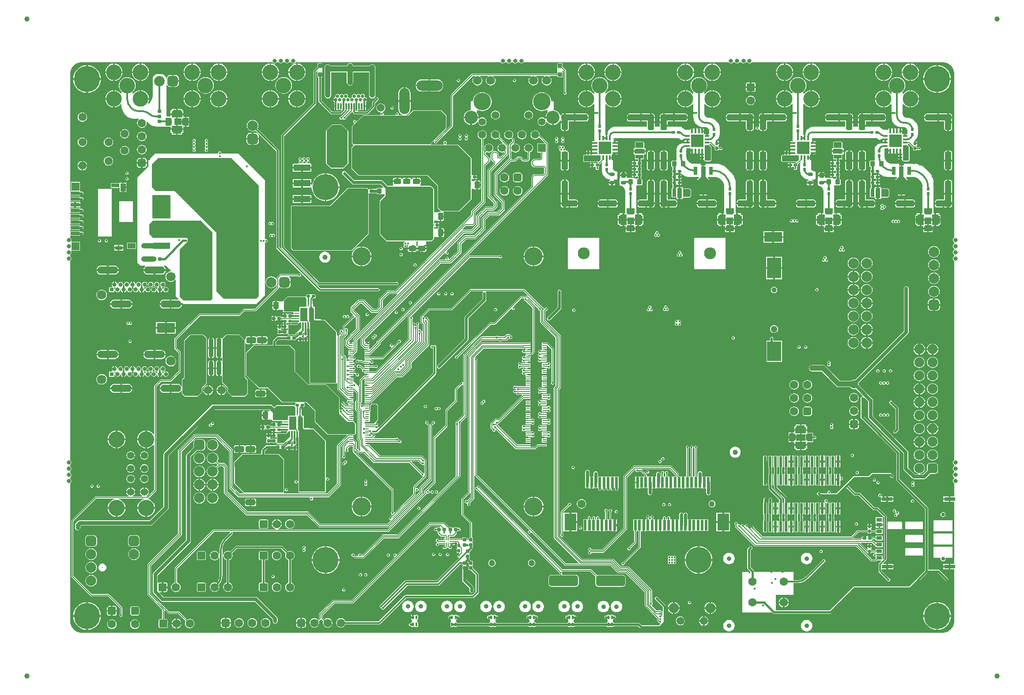
<source format=gtl>
G04*
G04 #@! TF.GenerationSoftware,Altium Limited,Altium Designer,19.1.6 (110)*
G04*
G04 Layer_Physical_Order=1*
G04 Layer_Color=255*
%FSLAX44Y44*%
%MOMM*%
G71*
G01*
G75*
%ADD10C,0.2000*%
%ADD11C,0.2500*%
%ADD12C,0.3000*%
%ADD13C,1.0000*%
%ADD16C,0.4000*%
%ADD17C,0.1500*%
%ADD22R,2.8000X4.0000*%
%ADD23R,2.8000X3.8000*%
%ADD24R,1.5019X1.0013*%
%ADD25R,1.0000X1.5000*%
%ADD26R,1.4006X0.8004*%
%ADD27R,1.5011X0.8006*%
%ADD28R,1.5018X1.5018*%
%ADD29R,1.5009X1.5009*%
%ADD30R,1.7526X0.7011*%
%ADD31R,1.7518X0.7007*%
%ADD32R,1.7504X0.7002*%
%ADD33R,1.7525X0.7010*%
%ADD34R,1.7522X0.7009*%
%ADD35R,1.7516X0.7006*%
%ADD36R,1.7530X0.7012*%
%ADD37R,1.7504X0.7002*%
%ADD38R,0.6000X2.0000*%
%ADD39R,2.3000X3.2000*%
%ADD40R,2.1000X0.7000*%
%ADD41R,1.1400X0.8000*%
G04:AMPARAMS|DCode=42|XSize=0.7mm|YSize=0.4mm|CornerRadius=0.05mm|HoleSize=0mm|Usage=FLASHONLY|Rotation=90.000|XOffset=0mm|YOffset=0mm|HoleType=Round|Shape=RoundedRectangle|*
%AMROUNDEDRECTD42*
21,1,0.7000,0.3000,0,0,90.0*
21,1,0.6000,0.4000,0,0,90.0*
1,1,0.1000,0.1500,0.3000*
1,1,0.1000,0.1500,-0.3000*
1,1,0.1000,-0.1500,-0.3000*
1,1,0.1000,-0.1500,0.3000*
%
%ADD42ROUNDEDRECTD42*%
%ADD43C,1.6000*%
G04:AMPARAMS|DCode=44|XSize=0.85mm|YSize=3.55mm|CornerRadius=0.2125mm|HoleSize=0mm|Usage=FLASHONLY|Rotation=0.000|XOffset=0mm|YOffset=0mm|HoleType=Round|Shape=RoundedRectangle|*
%AMROUNDEDRECTD44*
21,1,0.8500,3.1250,0,0,0.0*
21,1,0.4250,3.5500,0,0,0.0*
1,1,0.4250,0.2125,-1.5625*
1,1,0.4250,-0.2125,-1.5625*
1,1,0.4250,-0.2125,1.5625*
1,1,0.4250,0.2125,1.5625*
%
%ADD44ROUNDEDRECTD44*%
G04:AMPARAMS|DCode=45|XSize=0.85mm|YSize=2.65mm|CornerRadius=0.2125mm|HoleSize=0mm|Usage=FLASHONLY|Rotation=0.000|XOffset=0mm|YOffset=0mm|HoleType=Round|Shape=RoundedRectangle|*
%AMROUNDEDRECTD45*
21,1,0.8500,2.2250,0,0,0.0*
21,1,0.4250,2.6500,0,0,0.0*
1,1,0.4250,0.2125,-1.1125*
1,1,0.4250,-0.2125,-1.1125*
1,1,0.4250,-0.2125,1.1125*
1,1,0.4250,0.2125,1.1125*
%
%ADD45ROUNDEDRECTD45*%
%ADD46R,1.6000X3.7000*%
%ADD47R,1.5000X0.7500*%
%ADD48R,0.6000X0.9000*%
%ADD49R,0.2200X0.9100*%
%ADD50R,0.2200X0.8100*%
%ADD51R,0.8100X0.2200*%
%ADD52R,0.2000X1.0000*%
%ADD53R,0.3000X1.2000*%
G04:AMPARAMS|DCode=54|XSize=1mm|YSize=0.9mm|CornerRadius=0.1125mm|HoleSize=0mm|Usage=FLASHONLY|Rotation=270.000|XOffset=0mm|YOffset=0mm|HoleType=Round|Shape=RoundedRectangle|*
%AMROUNDEDRECTD54*
21,1,1.0000,0.6750,0,0,270.0*
21,1,0.7750,0.9000,0,0,270.0*
1,1,0.2250,-0.3375,-0.3875*
1,1,0.2250,-0.3375,0.3875*
1,1,0.2250,0.3375,0.3875*
1,1,0.2250,0.3375,-0.3875*
%
%ADD54ROUNDEDRECTD54*%
G04:AMPARAMS|DCode=55|XSize=5.6mm|YSize=2.1mm|CornerRadius=0.525mm|HoleSize=0mm|Usage=FLASHONLY|Rotation=0.000|XOffset=0mm|YOffset=0mm|HoleType=Round|Shape=RoundedRectangle|*
%AMROUNDEDRECTD55*
21,1,5.6000,1.0500,0,0,0.0*
21,1,4.5500,2.1000,0,0,0.0*
1,1,1.0500,2.2750,-0.5250*
1,1,1.0500,-2.2750,-0.5250*
1,1,1.0500,-2.2750,0.5250*
1,1,1.0500,2.2750,0.5250*
%
%ADD55ROUNDEDRECTD55*%
G04:AMPARAMS|DCode=56|XSize=1.8mm|YSize=1.15mm|CornerRadius=0.1438mm|HoleSize=0mm|Usage=FLASHONLY|Rotation=180.000|XOffset=0mm|YOffset=0mm|HoleType=Round|Shape=RoundedRectangle|*
%AMROUNDEDRECTD56*
21,1,1.8000,0.8625,0,0,180.0*
21,1,1.5125,1.1500,0,0,180.0*
1,1,0.2875,-0.7563,0.4313*
1,1,0.2875,0.7563,0.4313*
1,1,0.2875,0.7563,-0.4313*
1,1,0.2875,-0.7563,-0.4313*
%
%ADD56ROUNDEDRECTD56*%
G04:AMPARAMS|DCode=57|XSize=3.3mm|YSize=1.6mm|CornerRadius=0.2mm|HoleSize=0mm|Usage=FLASHONLY|Rotation=180.000|XOffset=0mm|YOffset=0mm|HoleType=Round|Shape=RoundedRectangle|*
%AMROUNDEDRECTD57*
21,1,3.3000,1.2000,0,0,180.0*
21,1,2.9000,1.6000,0,0,180.0*
1,1,0.4000,-1.4500,0.6000*
1,1,0.4000,1.4500,0.6000*
1,1,0.4000,1.4500,-0.6000*
1,1,0.4000,-1.4500,-0.6000*
%
%ADD57ROUNDEDRECTD57*%
G04:AMPARAMS|DCode=58|XSize=6.7mm|YSize=6.7mm|CornerRadius=0.8375mm|HoleSize=0mm|Usage=FLASHONLY|Rotation=180.000|XOffset=0mm|YOffset=0mm|HoleType=Round|Shape=RoundedRectangle|*
%AMROUNDEDRECTD58*
21,1,6.7000,5.0250,0,0,180.0*
21,1,5.0250,6.7000,0,0,180.0*
1,1,1.6750,-2.5125,2.5125*
1,1,1.6750,2.5125,2.5125*
1,1,1.6750,2.5125,-2.5125*
1,1,1.6750,-2.5125,-2.5125*
%
%ADD58ROUNDEDRECTD58*%
%ADD59R,0.3100X0.3000*%
%ADD60R,0.9000X2.5500*%
%ADD61R,1.4000X2.5500*%
G04:AMPARAMS|DCode=62|XSize=0.25mm|YSize=1mm|CornerRadius=0.0625mm|HoleSize=0mm|Usage=FLASHONLY|Rotation=90.000|XOffset=0mm|YOffset=0mm|HoleType=Round|Shape=RoundedRectangle|*
%AMROUNDEDRECTD62*
21,1,0.2500,0.8750,0,0,90.0*
21,1,0.1250,1.0000,0,0,90.0*
1,1,0.1250,0.4375,0.0625*
1,1,0.1250,0.4375,-0.0625*
1,1,0.1250,-0.4375,-0.0625*
1,1,0.1250,-0.4375,0.0625*
%
%ADD62ROUNDEDRECTD62*%
G04:AMPARAMS|DCode=63|XSize=0.25mm|YSize=1mm|CornerRadius=0.0625mm|HoleSize=0mm|Usage=FLASHONLY|Rotation=180.000|XOffset=0mm|YOffset=0mm|HoleType=Round|Shape=RoundedRectangle|*
%AMROUNDEDRECTD63*
21,1,0.2500,0.8750,0,0,180.0*
21,1,0.1250,1.0000,0,0,180.0*
1,1,0.1250,-0.0625,0.4375*
1,1,0.1250,0.0625,0.4375*
1,1,0.1250,0.0625,-0.4375*
1,1,0.1250,-0.0625,-0.4375*
%
%ADD63ROUNDEDRECTD63*%
%ADD64R,0.3300X0.8500*%
%ADD65R,0.8500X0.3300*%
%ADD66R,2.4000X2.4000*%
G04:AMPARAMS|DCode=67|XSize=2mm|YSize=3.4mm|CornerRadius=0mm|HoleSize=0mm|Usage=FLASHONLY|Rotation=0.000|XOffset=0mm|YOffset=0mm|HoleType=Round|Shape=Octagon|*
%AMOCTAGOND67*
4,1,8,-0.5000,1.7000,0.5000,1.7000,1.0000,1.2000,1.0000,-1.2000,0.5000,-1.7000,-0.5000,-1.7000,-1.0000,-1.2000,-1.0000,1.2000,-0.5000,1.7000,0.0*
%
%ADD67OCTAGOND67*%

%ADD68R,0.7112X1.6000*%
%ADD69R,0.9144X2.0000*%
G04:AMPARAMS|DCode=70|XSize=0.95mm|YSize=0.65mm|CornerRadius=0.1625mm|HoleSize=0mm|Usage=FLASHONLY|Rotation=180.000|XOffset=0mm|YOffset=0mm|HoleType=Round|Shape=RoundedRectangle|*
%AMROUNDEDRECTD70*
21,1,0.9500,0.3250,0,0,180.0*
21,1,0.6250,0.6500,0,0,180.0*
1,1,0.3250,-0.3125,0.1625*
1,1,0.3250,0.3125,0.1625*
1,1,0.3250,0.3125,-0.1625*
1,1,0.3250,-0.3125,-0.1625*
%
%ADD70ROUNDEDRECTD70*%
G04:AMPARAMS|DCode=71|XSize=0.95mm|YSize=1mm|CornerRadius=0.2375mm|HoleSize=0mm|Usage=FLASHONLY|Rotation=180.000|XOffset=0mm|YOffset=0mm|HoleType=Round|Shape=RoundedRectangle|*
%AMROUNDEDRECTD71*
21,1,0.9500,0.5250,0,0,180.0*
21,1,0.4750,1.0000,0,0,180.0*
1,1,0.4750,-0.2375,0.2625*
1,1,0.4750,0.2375,0.2625*
1,1,0.4750,0.2375,-0.2625*
1,1,0.4750,-0.2375,-0.2625*
%
%ADD71ROUNDEDRECTD71*%
%ADD72R,1.0000X1.5500*%
%ADD73R,1.6000X1.2000*%
%ADD74R,1.2000X1.2000*%
%ADD75R,2.1500X1.2000*%
%ADD76R,4.0000X5.0000*%
G04:AMPARAMS|DCode=77|XSize=0.8mm|YSize=0.8mm|CornerRadius=0.1mm|HoleSize=0mm|Usage=FLASHONLY|Rotation=90.000|XOffset=0mm|YOffset=0mm|HoleType=Round|Shape=RoundedRectangle|*
%AMROUNDEDRECTD77*
21,1,0.8000,0.6000,0,0,90.0*
21,1,0.6000,0.8000,0,0,90.0*
1,1,0.2000,0.3000,0.3000*
1,1,0.2000,0.3000,-0.3000*
1,1,0.2000,-0.3000,-0.3000*
1,1,0.2000,-0.3000,0.3000*
%
%ADD77ROUNDEDRECTD77*%
%ADD78R,3.3000X1.2700*%
%ADD79R,4.5000X2.3500*%
G04:AMPARAMS|DCode=80|XSize=3mm|YSize=1.2mm|CornerRadius=0.3mm|HoleSize=0mm|Usage=FLASHONLY|Rotation=90.000|XOffset=0mm|YOffset=0mm|HoleType=Round|Shape=RoundedRectangle|*
%AMROUNDEDRECTD80*
21,1,3.0000,0.6000,0,0,90.0*
21,1,2.4000,1.2000,0,0,90.0*
1,1,0.6000,0.3000,1.2000*
1,1,0.6000,0.3000,-1.2000*
1,1,0.6000,-0.3000,-1.2000*
1,1,0.6000,-0.3000,1.2000*
%
%ADD80ROUNDEDRECTD80*%
G04:AMPARAMS|DCode=81|XSize=3.5mm|YSize=1.2mm|CornerRadius=0.3mm|HoleSize=0mm|Usage=FLASHONLY|Rotation=90.000|XOffset=0mm|YOffset=0mm|HoleType=Round|Shape=RoundedRectangle|*
%AMROUNDEDRECTD81*
21,1,3.5000,0.6000,0,0,90.0*
21,1,2.9000,1.2000,0,0,90.0*
1,1,0.6000,0.3000,1.4500*
1,1,0.6000,0.3000,-1.4500*
1,1,0.6000,-0.3000,-1.4500*
1,1,0.6000,-0.3000,1.4500*
%
%ADD81ROUNDEDRECTD81*%
G04:AMPARAMS|DCode=82|XSize=3.5mm|YSize=1.2mm|CornerRadius=0.3mm|HoleSize=0mm|Usage=FLASHONLY|Rotation=0.000|XOffset=0mm|YOffset=0mm|HoleType=Round|Shape=RoundedRectangle|*
%AMROUNDEDRECTD82*
21,1,3.5000,0.6000,0,0,0.0*
21,1,2.9000,1.2000,0,0,0.0*
1,1,0.6000,1.4500,-0.3000*
1,1,0.6000,-1.4500,-0.3000*
1,1,0.6000,-1.4500,0.3000*
1,1,0.6000,1.4500,0.3000*
%
%ADD82ROUNDEDRECTD82*%
G04:AMPARAMS|DCode=83|XSize=3mm|YSize=1.2mm|CornerRadius=0.3mm|HoleSize=0mm|Usage=FLASHONLY|Rotation=0.000|XOffset=0mm|YOffset=0mm|HoleType=Round|Shape=RoundedRectangle|*
%AMROUNDEDRECTD83*
21,1,3.0000,0.6000,0,0,0.0*
21,1,2.4000,1.2000,0,0,0.0*
1,1,0.6000,1.2000,-0.3000*
1,1,0.6000,-1.2000,-0.3000*
1,1,0.6000,-1.2000,0.3000*
1,1,0.6000,1.2000,0.3000*
%
%ADD83ROUNDEDRECTD83*%
G04:AMPARAMS|DCode=84|XSize=5mm|YSize=1.2mm|CornerRadius=0.3mm|HoleSize=0mm|Usage=FLASHONLY|Rotation=270.000|XOffset=0mm|YOffset=0mm|HoleType=Round|Shape=RoundedRectangle|*
%AMROUNDEDRECTD84*
21,1,5.0000,0.6000,0,0,270.0*
21,1,4.4000,1.2000,0,0,270.0*
1,1,0.6000,-0.3000,-2.2000*
1,1,0.6000,-0.3000,2.2000*
1,1,0.6000,0.3000,2.2000*
1,1,0.6000,0.3000,-2.2000*
%
%ADD84ROUNDEDRECTD84*%
G04:AMPARAMS|DCode=85|XSize=5mm|YSize=1.2mm|CornerRadius=0.3mm|HoleSize=0mm|Usage=FLASHONLY|Rotation=0.000|XOffset=0mm|YOffset=0mm|HoleType=Round|Shape=RoundedRectangle|*
%AMROUNDEDRECTD85*
21,1,5.0000,0.6000,0,0,0.0*
21,1,4.4000,1.2000,0,0,0.0*
1,1,0.6000,2.2000,-0.3000*
1,1,0.6000,-2.2000,-0.3000*
1,1,0.6000,-2.2000,0.3000*
1,1,0.6000,2.2000,0.3000*
%
%ADD85ROUNDEDRECTD85*%
G04:AMPARAMS|DCode=86|XSize=1.4mm|YSize=1mm|CornerRadius=0.125mm|HoleSize=0mm|Usage=FLASHONLY|Rotation=0.000|XOffset=0mm|YOffset=0mm|HoleType=Round|Shape=RoundedRectangle|*
%AMROUNDEDRECTD86*
21,1,1.4000,0.7500,0,0,0.0*
21,1,1.1500,1.0000,0,0,0.0*
1,1,0.2500,0.5750,-0.3750*
1,1,0.2500,-0.5750,-0.3750*
1,1,0.2500,-0.5750,0.3750*
1,1,0.2500,0.5750,0.3750*
%
%ADD86ROUNDEDRECTD86*%
G04:AMPARAMS|DCode=87|XSize=0.6mm|YSize=0.6mm|CornerRadius=0.06mm|HoleSize=0mm|Usage=FLASHONLY|Rotation=180.000|XOffset=0mm|YOffset=0mm|HoleType=Round|Shape=RoundedRectangle|*
%AMROUNDEDRECTD87*
21,1,0.6000,0.4800,0,0,180.0*
21,1,0.4800,0.6000,0,0,180.0*
1,1,0.1200,-0.2400,0.2400*
1,1,0.1200,0.2400,0.2400*
1,1,0.1200,0.2400,-0.2400*
1,1,0.1200,-0.2400,-0.2400*
%
%ADD87ROUNDEDRECTD87*%
G04:AMPARAMS|DCode=88|XSize=2.5mm|YSize=2mm|CornerRadius=0.25mm|HoleSize=0mm|Usage=FLASHONLY|Rotation=90.000|XOffset=0mm|YOffset=0mm|HoleType=Round|Shape=RoundedRectangle|*
%AMROUNDEDRECTD88*
21,1,2.5000,1.5000,0,0,90.0*
21,1,2.0000,2.0000,0,0,90.0*
1,1,0.5000,0.7500,1.0000*
1,1,0.5000,0.7500,-1.0000*
1,1,0.5000,-0.7500,-1.0000*
1,1,0.5000,-0.7500,1.0000*
%
%ADD88ROUNDEDRECTD88*%
G04:AMPARAMS|DCode=89|XSize=0.5mm|YSize=0.6mm|CornerRadius=0.05mm|HoleSize=0mm|Usage=FLASHONLY|Rotation=90.000|XOffset=0mm|YOffset=0mm|HoleType=Round|Shape=RoundedRectangle|*
%AMROUNDEDRECTD89*
21,1,0.5000,0.5000,0,0,90.0*
21,1,0.4000,0.6000,0,0,90.0*
1,1,0.1000,0.2500,0.2000*
1,1,0.1000,0.2500,-0.2000*
1,1,0.1000,-0.2500,-0.2000*
1,1,0.1000,-0.2500,0.2000*
%
%ADD89ROUNDEDRECTD89*%
G04:AMPARAMS|DCode=90|XSize=0.5mm|YSize=0.6mm|CornerRadius=0.05mm|HoleSize=0mm|Usage=FLASHONLY|Rotation=0.000|XOffset=0mm|YOffset=0mm|HoleType=Round|Shape=RoundedRectangle|*
%AMROUNDEDRECTD90*
21,1,0.5000,0.5000,0,0,0.0*
21,1,0.4000,0.6000,0,0,0.0*
1,1,0.1000,0.2000,-0.2500*
1,1,0.1000,-0.2000,-0.2500*
1,1,0.1000,-0.2000,0.2500*
1,1,0.1000,0.2000,0.2500*
%
%ADD90ROUNDEDRECTD90*%
G04:AMPARAMS|DCode=91|XSize=1.4mm|YSize=1mm|CornerRadius=0.125mm|HoleSize=0mm|Usage=FLASHONLY|Rotation=90.000|XOffset=0mm|YOffset=0mm|HoleType=Round|Shape=RoundedRectangle|*
%AMROUNDEDRECTD91*
21,1,1.4000,0.7500,0,0,90.0*
21,1,1.1500,1.0000,0,0,90.0*
1,1,0.2500,0.3750,0.5750*
1,1,0.2500,0.3750,-0.5750*
1,1,0.2500,-0.3750,-0.5750*
1,1,0.2500,-0.3750,0.5750*
%
%ADD91ROUNDEDRECTD91*%
%ADD92R,3.5000X1.9000*%
G04:AMPARAMS|DCode=93|XSize=0.6mm|YSize=0.6mm|CornerRadius=0.06mm|HoleSize=0mm|Usage=FLASHONLY|Rotation=90.000|XOffset=0mm|YOffset=0mm|HoleType=Round|Shape=RoundedRectangle|*
%AMROUNDEDRECTD93*
21,1,0.6000,0.4800,0,0,90.0*
21,1,0.4800,0.6000,0,0,90.0*
1,1,0.1200,0.2400,0.2400*
1,1,0.1200,0.2400,-0.2400*
1,1,0.1200,-0.2400,-0.2400*
1,1,0.1200,-0.2400,0.2400*
%
%ADD93ROUNDEDRECTD93*%
G04:AMPARAMS|DCode=94|XSize=0.6mm|YSize=0.7mm|CornerRadius=0.075mm|HoleSize=0mm|Usage=FLASHONLY|Rotation=270.000|XOffset=0mm|YOffset=0mm|HoleType=Round|Shape=RoundedRectangle|*
%AMROUNDEDRECTD94*
21,1,0.6000,0.5500,0,0,270.0*
21,1,0.4500,0.7000,0,0,270.0*
1,1,0.1500,-0.2750,-0.2250*
1,1,0.1500,-0.2750,0.2250*
1,1,0.1500,0.2750,0.2250*
1,1,0.1500,0.2750,-0.2250*
%
%ADD94ROUNDEDRECTD94*%
%ADD95R,1.5500X1.0000*%
%ADD96R,1.2000X1.6000*%
%ADD97R,1.2000X1.2000*%
%ADD98R,1.2000X2.1500*%
%ADD99R,0.9000X0.6000*%
%ADD100R,0.7500X1.5000*%
%ADD101R,2.4000X2.4000*%
%ADD105R,0.7000X0.2000*%
%ADD185C,1.1000*%
%ADD186C,1.4000*%
%ADD189C,1.5080*%
%ADD198C,0.7500*%
%ADD199C,1.3000*%
%ADD204C,1.5000*%
%ADD210C,0.9000*%
%ADD212C,1.9000*%
%ADD214C,3.1000*%
%ADD218C,1.0000*%
%ADD222C,0.3250*%
%ADD223C,0.6000*%
%ADD224C,0.7000*%
%ADD225C,0.5000*%
%ADD226C,0.3500*%
%ADD227C,0.8000*%
%ADD228C,0.3090*%
%ADD229C,1.6800*%
%ADD230C,1.4080*%
%ADD231R,1.5080X1.5080*%
%ADD232C,2.5500*%
%ADD233C,3.3500*%
%ADD234C,1.5500*%
%ADD235O,2.0000X5.0000*%
%ADD236O,5.0000X2.2000*%
%ADD237O,5.0000X2.0000*%
%ADD238C,2.3000*%
%ADD239C,1.2000*%
%ADD240C,5.0000*%
%ADD241O,1.0000X1.6000*%
%ADD242C,0.6500*%
%ADD243C,1.9500*%
%ADD244C,2.0000*%
G04:AMPARAMS|DCode=245|XSize=2mm|YSize=2mm|CornerRadius=0.5mm|HoleSize=0mm|Usage=FLASHONLY|Rotation=270.000|XOffset=0mm|YOffset=0mm|HoleType=Round|Shape=RoundedRectangle|*
%AMROUNDEDRECTD245*
21,1,2.0000,1.0000,0,0,270.0*
21,1,1.0000,2.0000,0,0,270.0*
1,1,1.0000,-0.5000,-0.5000*
1,1,1.0000,-0.5000,0.5000*
1,1,1.0000,0.5000,0.5000*
1,1,1.0000,0.5000,-0.5000*
%
%ADD245ROUNDEDRECTD245*%
G04:AMPARAMS|DCode=246|XSize=1.6mm|YSize=1.6mm|CornerRadius=0.4mm|HoleSize=0mm|Usage=FLASHONLY|Rotation=90.000|XOffset=0mm|YOffset=0mm|HoleType=Round|Shape=RoundedRectangle|*
%AMROUNDEDRECTD246*
21,1,1.6000,0.8000,0,0,90.0*
21,1,0.8000,1.6000,0,0,90.0*
1,1,0.8000,0.4000,0.4000*
1,1,0.8000,0.4000,-0.4000*
1,1,0.8000,-0.4000,-0.4000*
1,1,0.8000,-0.4000,0.4000*
%
%ADD246ROUNDEDRECTD246*%
%ADD247O,4.0000X1.4000*%
%ADD248C,0.8000*%
%ADD249R,0.8000X0.8000*%
%ADD250C,1.8000*%
G04:AMPARAMS|DCode=251|XSize=1.524mm|YSize=1.524mm|CornerRadius=0.1905mm|HoleSize=0mm|Usage=FLASHONLY|Rotation=90.000|XOffset=0mm|YOffset=0mm|HoleType=Round|Shape=RoundedRectangle|*
%AMROUNDEDRECTD251*
21,1,1.5240,1.1430,0,0,90.0*
21,1,1.1430,1.5240,0,0,90.0*
1,1,0.3810,0.5715,0.5715*
1,1,0.3810,0.5715,-0.5715*
1,1,0.3810,-0.5715,-0.5715*
1,1,0.3810,-0.5715,0.5715*
%
%ADD251ROUNDEDRECTD251*%
%ADD252C,3.0000*%
%ADD253C,0.2500*%
G04:AMPARAMS|DCode=254|XSize=1.9mm|YSize=1.9mm|CornerRadius=0.475mm|HoleSize=0mm|Usage=FLASHONLY|Rotation=90.000|XOffset=0mm|YOffset=0mm|HoleType=Round|Shape=RoundedRectangle|*
%AMROUNDEDRECTD254*
21,1,1.9000,0.9500,0,0,90.0*
21,1,0.9500,1.9000,0,0,90.0*
1,1,0.9500,0.4750,0.4750*
1,1,0.9500,0.4750,-0.4750*
1,1,0.9500,-0.4750,-0.4750*
1,1,0.9500,-0.4750,0.4750*
%
%ADD254ROUNDEDRECTD254*%
G04:AMPARAMS|DCode=255|XSize=1.6mm|YSize=1.6mm|CornerRadius=0.4mm|HoleSize=0mm|Usage=FLASHONLY|Rotation=180.000|XOffset=0mm|YOffset=0mm|HoleType=Round|Shape=RoundedRectangle|*
%AMROUNDEDRECTD255*
21,1,1.6000,0.8000,0,0,180.0*
21,1,0.8000,1.6000,0,0,180.0*
1,1,0.8000,-0.4000,0.4000*
1,1,0.8000,0.4000,0.4000*
1,1,0.8000,0.4000,-0.4000*
1,1,0.8000,-0.4000,-0.4000*
%
%ADD255ROUNDEDRECTD255*%
G04:AMPARAMS|DCode=256|XSize=1.524mm|YSize=1.524mm|CornerRadius=0.1905mm|HoleSize=0mm|Usage=FLASHONLY|Rotation=0.000|XOffset=0mm|YOffset=0mm|HoleType=Round|Shape=RoundedRectangle|*
%AMROUNDEDRECTD256*
21,1,1.5240,1.1430,0,0,0.0*
21,1,1.1430,1.5240,0,0,0.0*
1,1,0.3810,0.5715,-0.5715*
1,1,0.3810,-0.5715,-0.5715*
1,1,0.3810,-0.5715,0.5715*
1,1,0.3810,0.5715,0.5715*
%
%ADD256ROUNDEDRECTD256*%
G04:AMPARAMS|DCode=257|XSize=2mm|YSize=2mm|CornerRadius=0.5mm|HoleSize=0mm|Usage=FLASHONLY|Rotation=180.000|XOffset=0mm|YOffset=0mm|HoleType=Round|Shape=RoundedRectangle|*
%AMROUNDEDRECTD257*
21,1,2.0000,1.0000,0,0,180.0*
21,1,1.0000,2.0000,0,0,180.0*
1,1,1.0000,-0.5000,0.5000*
1,1,1.0000,0.5000,0.5000*
1,1,1.0000,0.5000,-0.5000*
1,1,1.0000,-0.5000,-0.5000*
%
%ADD257ROUNDEDRECTD257*%
%ADD258C,3.5000*%
%ADD259C,0.5000*%
%ADD260C,0.4000*%
G36*
X1681337Y1096808D02*
X1685540Y1095067D01*
X1689322Y1092539D01*
X1692539Y1089322D01*
X1695067Y1085540D01*
X1696808Y1081337D01*
X1697695Y1076875D01*
X1697695Y1074600D01*
X1697695Y767488D01*
Y760723D01*
X1696395Y759855D01*
X1695290Y758201D01*
X1694902Y756250D01*
X1695290Y754299D01*
X1696395Y752645D01*
X1697695Y751776D01*
Y748973D01*
X1696395Y748105D01*
X1695290Y746451D01*
X1694902Y744500D01*
X1695290Y742549D01*
X1696395Y740895D01*
X1697695Y740026D01*
X1697695Y736973D01*
X1696395Y736105D01*
X1695290Y734451D01*
X1694902Y732500D01*
X1695290Y730549D01*
X1696395Y728895D01*
X1697695Y728026D01*
Y724973D01*
X1696395Y724105D01*
X1695290Y722451D01*
X1694902Y720500D01*
X1695290Y718549D01*
X1696395Y716895D01*
X1697695Y716026D01*
Y709250D01*
X1697695Y340750D01*
X1697695Y333974D01*
X1696395Y333105D01*
X1695290Y331451D01*
X1694902Y329500D01*
X1695290Y327549D01*
X1696395Y325895D01*
X1697695Y325027D01*
X1697695Y321974D01*
X1696395Y321105D01*
X1695290Y319451D01*
X1694902Y317500D01*
X1695290Y315549D01*
X1696395Y313895D01*
X1697695Y313027D01*
X1697695Y309974D01*
X1696395Y309105D01*
X1695290Y307451D01*
X1694902Y305500D01*
X1695290Y303549D01*
X1696395Y301895D01*
X1697695Y301027D01*
X1697695Y298224D01*
X1696395Y297355D01*
X1695290Y295701D01*
X1694902Y293750D01*
X1695290Y291799D01*
X1696395Y290145D01*
X1697695Y289277D01*
X1697695Y282500D01*
Y264500D01*
X1690350D01*
Y259500D01*
Y254500D01*
X1697695D01*
Y134500D01*
X1690350D01*
Y129500D01*
Y124500D01*
X1697695D01*
Y25400D01*
Y23125D01*
X1696808Y18663D01*
X1695067Y14460D01*
X1692539Y10678D01*
X1689322Y7461D01*
X1685540Y4933D01*
X1681337Y3192D01*
X1676875Y2305D01*
X23125D01*
X18663Y3192D01*
X14460Y4933D01*
X10678Y7461D01*
X7461Y10678D01*
X4933Y14460D01*
X3192Y18663D01*
X2305Y23125D01*
Y25400D01*
X2305Y282511D01*
Y289277D01*
X3605Y290145D01*
X4710Y291799D01*
X5098Y293750D01*
X4710Y295701D01*
X3605Y297355D01*
X2305Y298223D01*
Y301027D01*
X3605Y301895D01*
X4710Y303549D01*
X5098Y305500D01*
X4710Y307451D01*
X3605Y309105D01*
X2305Y309974D01*
X2305Y313027D01*
X3605Y313895D01*
X4710Y315549D01*
X5098Y317500D01*
X4710Y319451D01*
X3605Y321105D01*
X2305Y321973D01*
Y325027D01*
X3605Y325895D01*
X4710Y327549D01*
X5098Y329500D01*
X4710Y331451D01*
X3605Y333105D01*
X2305Y333974D01*
Y340756D01*
X2305Y709250D01*
Y716026D01*
X3605Y716895D01*
X4710Y718549D01*
X5098Y720500D01*
X4710Y722451D01*
X3605Y724105D01*
X2305Y724973D01*
Y728027D01*
X3605Y728895D01*
X4710Y730549D01*
X5098Y732500D01*
X4710Y734451D01*
X4523Y734730D01*
X5208Y735991D01*
X21564D01*
Y753009D01*
X5375D01*
X4697Y754279D01*
X4710Y754299D01*
X5098Y756250D01*
X4710Y758201D01*
X3605Y759855D01*
X2305Y760723D01*
Y764499D01*
X21557D01*
Y765941D01*
X25000D01*
X26170Y766174D01*
X27163Y766837D01*
X27826Y767830D01*
X28059Y769000D01*
X27826Y770171D01*
X27163Y771163D01*
X26170Y771826D01*
X25000Y772059D01*
X21557D01*
Y773501D01*
X2305D01*
Y775494D01*
X21570D01*
Y776941D01*
X25000D01*
X26171Y777174D01*
X27163Y777837D01*
X27826Y778829D01*
X28059Y780000D01*
X27826Y781171D01*
X27163Y782163D01*
X26171Y782826D01*
X25000Y783059D01*
X21570D01*
Y784506D01*
X2305D01*
Y786497D01*
X21563D01*
Y787941D01*
X25000D01*
X26170Y788174D01*
X27163Y788837D01*
X27826Y789829D01*
X28059Y791000D01*
X27826Y792171D01*
X27163Y793163D01*
X26170Y793826D01*
X25000Y794059D01*
X21563D01*
Y795503D01*
X2305D01*
Y797496D01*
X21566D01*
Y798941D01*
X25000D01*
X26170Y799174D01*
X27163Y799837D01*
X27826Y800829D01*
X28059Y802000D01*
X27826Y803171D01*
X27163Y804163D01*
X26170Y804826D01*
X25000Y805059D01*
X21566D01*
Y806504D01*
X2305D01*
Y808495D01*
X21567D01*
Y809941D01*
X25000D01*
X26170Y810174D01*
X27163Y810837D01*
X27826Y811830D01*
X28059Y813000D01*
X27826Y814171D01*
X27163Y815163D01*
X26170Y815826D01*
X25000Y816059D01*
X21567D01*
Y817505D01*
X2305D01*
Y818999D01*
X10305D01*
Y824000D01*
Y829001D01*
X2305D01*
Y830497D01*
X21564D01*
Y831941D01*
X25000D01*
X26170Y832174D01*
X27163Y832837D01*
X27826Y833829D01*
X28059Y835000D01*
X27826Y836171D01*
X27163Y837163D01*
X26170Y837826D01*
X25000Y838059D01*
X21564D01*
Y839504D01*
X2305D01*
Y841495D01*
X21568D01*
Y842941D01*
X25000D01*
X26170Y843174D01*
X27163Y843837D01*
X27826Y844829D01*
X28059Y846000D01*
X27826Y847170D01*
X27163Y848163D01*
X26170Y848826D01*
X25000Y849059D01*
X21568D01*
Y850505D01*
X21560D01*
Y867505D01*
X4550D01*
Y850505D01*
X2305D01*
Y1074600D01*
X2305Y1076875D01*
X3192Y1081337D01*
X4933Y1085540D01*
X7461Y1089322D01*
X10678Y1092539D01*
X14460Y1095067D01*
X18664Y1096808D01*
X23125Y1097695D01*
X390277D01*
X391146Y1096395D01*
X392799Y1095290D01*
X394750Y1094902D01*
X396701Y1095290D01*
X398355Y1096395D01*
X399224Y1097695D01*
X402027D01*
X402896Y1096395D01*
X404549Y1095290D01*
X406500Y1094902D01*
X408451Y1095290D01*
X410105Y1096395D01*
X410974Y1097695D01*
X414027D01*
X414896Y1096395D01*
X416549Y1095290D01*
X418500Y1094902D01*
X420451Y1095290D01*
X422105Y1096395D01*
X422974Y1097695D01*
X426027D01*
X426896Y1096395D01*
X428549Y1095290D01*
X430500Y1094902D01*
X432451Y1095290D01*
X434105Y1096395D01*
X434974Y1097695D01*
X827652D01*
X828520Y1096395D01*
X830174Y1095290D01*
X832125Y1094902D01*
X834076Y1095290D01*
X835730Y1096395D01*
X836598Y1097695D01*
X839401D01*
X840270Y1096395D01*
X841924Y1095290D01*
X843875Y1094902D01*
X845826Y1095290D01*
X847480Y1096395D01*
X848348Y1097695D01*
X851402D01*
X852270Y1096395D01*
X853924Y1095290D01*
X855875Y1094902D01*
X857826Y1095290D01*
X859480Y1096395D01*
X860348Y1097695D01*
X863402D01*
X864270Y1096395D01*
X865924Y1095290D01*
X867875Y1094902D01*
X869826Y1095290D01*
X871480Y1096395D01*
X872348Y1097695D01*
X1265026D01*
X1265895Y1096395D01*
X1267549Y1095290D01*
X1269500Y1094902D01*
X1271451Y1095290D01*
X1273105Y1096395D01*
X1273973Y1097695D01*
X1277026D01*
X1277895Y1096395D01*
X1279549Y1095290D01*
X1281500Y1094902D01*
X1283451Y1095290D01*
X1285105Y1096395D01*
X1285973Y1097695D01*
X1289026D01*
X1289895Y1096395D01*
X1291549Y1095290D01*
X1293500Y1094902D01*
X1295451Y1095290D01*
X1297105Y1096395D01*
X1297973Y1097695D01*
X1300776D01*
X1301645Y1096395D01*
X1303299Y1095290D01*
X1305250Y1094902D01*
X1307201Y1095290D01*
X1308855Y1096395D01*
X1309723Y1097695D01*
X1676875D01*
X1681337Y1096808D01*
D02*
G37*
%LPC*%
G36*
X539250Y1095867D02*
X538659Y1095750D01*
X537250D01*
Y1095470D01*
X536909Y1095402D01*
X534924Y1094076D01*
X533598Y1092091D01*
X533255Y1090368D01*
X501683D01*
X500876Y1091576D01*
X498891Y1092902D01*
X496550Y1093367D01*
X494209Y1092902D01*
X492224Y1091576D01*
X490898Y1089591D01*
X490432Y1087250D01*
Y1081250D01*
Y1066500D01*
Y1055750D01*
Y1039950D01*
Y1033950D01*
X490898Y1031609D01*
X492224Y1029624D01*
X494209Y1028298D01*
X496550Y1027832D01*
X498891Y1028298D01*
X500876Y1029624D01*
X502202Y1031609D01*
X502668Y1033950D01*
Y1039950D01*
Y1055750D01*
Y1066500D01*
Y1078132D01*
X533132D01*
Y1058750D01*
X533598Y1056409D01*
X534924Y1054424D01*
X536909Y1053098D01*
X537250Y1053030D01*
Y1052750D01*
X538659D01*
X539250Y1052632D01*
X539841Y1052750D01*
X541250D01*
Y1053030D01*
X541591Y1053098D01*
X543576Y1054424D01*
X544902Y1056409D01*
X545368Y1058750D01*
Y1078132D01*
X575832D01*
Y1039950D01*
Y1033950D01*
X576298Y1031609D01*
X577624Y1029624D01*
X579609Y1028298D01*
X581950Y1027832D01*
X584291Y1028298D01*
X586276Y1029624D01*
X587602Y1031609D01*
X588068Y1033950D01*
Y1039950D01*
Y1084250D01*
Y1087250D01*
X587602Y1089591D01*
X586276Y1091576D01*
X584291Y1092902D01*
X581950Y1093367D01*
X579609Y1092902D01*
X577624Y1091576D01*
X576817Y1090368D01*
X545245D01*
X544902Y1092091D01*
X543576Y1094076D01*
X541591Y1095402D01*
X541250Y1095470D01*
Y1095750D01*
X539841D01*
X539250Y1095867D01*
D02*
G37*
G36*
X1425000Y1094682D02*
Y1079750D01*
X1439932D01*
X1439762Y1081485D01*
X1438818Y1084595D01*
X1437286Y1087461D01*
X1435224Y1089974D01*
X1432711Y1092036D01*
X1429845Y1093568D01*
X1426735Y1094511D01*
X1425000Y1094682D01*
D02*
G37*
G36*
X1422000Y1094682D02*
X1420266Y1094511D01*
X1417155Y1093568D01*
X1414289Y1092036D01*
X1411776Y1089974D01*
X1409715Y1087461D01*
X1408183Y1084595D01*
X1407239Y1081485D01*
X1407068Y1079750D01*
X1422000D01*
Y1094682D01*
D02*
G37*
G36*
X1184000D02*
Y1079750D01*
X1198932D01*
X1198762Y1081485D01*
X1197818Y1084595D01*
X1196286Y1087461D01*
X1194224Y1089974D01*
X1191712Y1092036D01*
X1188845Y1093568D01*
X1185735Y1094511D01*
X1184000Y1094682D01*
D02*
G37*
G36*
X1181000D02*
X1179266Y1094511D01*
X1176155Y1093568D01*
X1173289Y1092036D01*
X1170777Y1089974D01*
X1168715Y1087461D01*
X1167182Y1084595D01*
X1166239Y1081485D01*
X1166068Y1079750D01*
X1181000D01*
Y1094682D01*
D02*
G37*
G36*
X1235000D02*
Y1079750D01*
X1249932D01*
X1249762Y1081485D01*
X1248818Y1084595D01*
X1247286Y1087461D01*
X1245224Y1089974D01*
X1242711Y1092036D01*
X1239845Y1093568D01*
X1236735Y1094511D01*
X1235000Y1094682D01*
D02*
G37*
G36*
X1232000D02*
X1230266Y1094511D01*
X1227155Y1093568D01*
X1224289Y1092036D01*
X1221777Y1089974D01*
X1219715Y1087461D01*
X1218183Y1084595D01*
X1217239Y1081485D01*
X1217068Y1079750D01*
X1232000D01*
Y1094682D01*
D02*
G37*
G36*
X88000D02*
Y1079750D01*
X102932D01*
X102761Y1081485D01*
X101818Y1084595D01*
X100286Y1087461D01*
X98224Y1089974D01*
X95711Y1092036D01*
X92845Y1093568D01*
X89734Y1094511D01*
X88000Y1094682D01*
D02*
G37*
G36*
X85000D02*
X83265Y1094511D01*
X80155Y1093568D01*
X77289Y1092036D01*
X74776Y1089974D01*
X72714Y1087461D01*
X71182Y1084595D01*
X70239Y1081485D01*
X70068Y1079750D01*
X85000D01*
Y1094682D01*
D02*
G37*
G36*
X238000Y1094682D02*
Y1079750D01*
X252932D01*
X252761Y1081485D01*
X251818Y1084595D01*
X250285Y1087461D01*
X248224Y1089974D01*
X245711Y1092036D01*
X242845Y1093568D01*
X239734Y1094511D01*
X238000Y1094682D01*
D02*
G37*
G36*
X139000Y1094682D02*
Y1079750D01*
X153932D01*
X153761Y1081485D01*
X152818Y1084595D01*
X151285Y1087461D01*
X149223Y1089974D01*
X146711Y1092036D01*
X143845Y1093568D01*
X140734Y1094511D01*
X139000Y1094682D01*
D02*
G37*
G36*
X1564000D02*
Y1079750D01*
X1578932D01*
X1578761Y1081485D01*
X1577818Y1084595D01*
X1576286Y1087461D01*
X1574224Y1089974D01*
X1571711Y1092036D01*
X1568845Y1093568D01*
X1565735Y1094511D01*
X1564000Y1094682D01*
D02*
G37*
G36*
X136000D02*
X134265Y1094511D01*
X131155Y1093568D01*
X128289Y1092036D01*
X125776Y1089974D01*
X123714Y1087461D01*
X122182Y1084595D01*
X121239Y1081485D01*
X121068Y1079750D01*
X136000D01*
Y1094682D01*
D02*
G37*
G36*
X235000Y1094682D02*
X233265Y1094511D01*
X230155Y1093568D01*
X227289Y1092036D01*
X224776Y1089974D01*
X222714Y1087461D01*
X221182Y1084595D01*
X220239Y1081485D01*
X220068Y1079750D01*
X235000D01*
Y1094682D01*
D02*
G37*
G36*
X1561000Y1094682D02*
X1559266Y1094511D01*
X1556155Y1093568D01*
X1553289Y1092036D01*
X1550777Y1089974D01*
X1548715Y1087461D01*
X1547182Y1084595D01*
X1546239Y1081485D01*
X1546068Y1079750D01*
X1561000D01*
Y1094682D01*
D02*
G37*
G36*
X388000Y1094682D02*
Y1079750D01*
X402932D01*
X402761Y1081485D01*
X401818Y1084595D01*
X400285Y1087461D01*
X398224Y1089974D01*
X395711Y1092036D01*
X392845Y1093568D01*
X389734Y1094511D01*
X388000Y1094682D01*
D02*
G37*
G36*
X289000Y1094682D02*
Y1079750D01*
X303932D01*
X303761Y1081485D01*
X302818Y1084595D01*
X301285Y1087461D01*
X299224Y1089974D01*
X296711Y1092036D01*
X293845Y1093568D01*
X290734Y1094511D01*
X289000Y1094682D01*
D02*
G37*
G36*
X1615000Y1094682D02*
Y1079750D01*
X1629932D01*
X1629761Y1081485D01*
X1628818Y1084595D01*
X1627286Y1087461D01*
X1625224Y1089974D01*
X1622711Y1092036D01*
X1619845Y1093568D01*
X1616735Y1094511D01*
X1615000Y1094682D01*
D02*
G37*
G36*
X286000Y1094682D02*
X284265Y1094511D01*
X281155Y1093568D01*
X278289Y1092036D01*
X275776Y1089974D01*
X273714Y1087461D01*
X272182Y1084595D01*
X271239Y1081485D01*
X271068Y1079750D01*
X286000D01*
Y1094682D01*
D02*
G37*
G36*
X385000Y1094682D02*
X383265Y1094511D01*
X380155Y1093568D01*
X377289Y1092036D01*
X374776Y1089974D01*
X372714Y1087461D01*
X371182Y1084595D01*
X370239Y1081485D01*
X370068Y1079750D01*
X385000D01*
Y1094682D01*
D02*
G37*
G36*
X1612000Y1094682D02*
X1610266Y1094511D01*
X1607155Y1093568D01*
X1604289Y1092036D01*
X1601776Y1089974D01*
X1599715Y1087461D01*
X1598182Y1084595D01*
X1597239Y1081485D01*
X1597068Y1079750D01*
X1612000D01*
Y1094682D01*
D02*
G37*
G36*
X439000Y1094682D02*
Y1079750D01*
X453932D01*
X453761Y1081485D01*
X452818Y1084595D01*
X451286Y1087461D01*
X449224Y1089974D01*
X446711Y1092036D01*
X443845Y1093568D01*
X440734Y1094511D01*
X439000Y1094682D01*
D02*
G37*
G36*
X994000Y1094682D02*
Y1079750D01*
X1008932D01*
X1008762Y1081485D01*
X1007818Y1084595D01*
X1006286Y1087461D01*
X1004224Y1089974D01*
X1001712Y1092036D01*
X998845Y1093568D01*
X995735Y1094511D01*
X994000Y1094682D01*
D02*
G37*
G36*
X436000Y1094682D02*
X434265Y1094511D01*
X431155Y1093568D01*
X428289Y1092036D01*
X425776Y1089974D01*
X423714Y1087461D01*
X422182Y1084595D01*
X421239Y1081485D01*
X421068Y1079750D01*
X436000D01*
Y1094682D01*
D02*
G37*
G36*
X991000Y1094682D02*
X989266Y1094511D01*
X986155Y1093568D01*
X983289Y1092036D01*
X980777Y1089974D01*
X978715Y1087461D01*
X977182Y1084595D01*
X976239Y1081485D01*
X976068Y1079750D01*
X991000D01*
Y1094682D01*
D02*
G37*
G36*
X1045000Y1094682D02*
Y1079750D01*
X1059932D01*
X1059762Y1081485D01*
X1058818Y1084595D01*
X1057286Y1087461D01*
X1055224Y1089974D01*
X1052711Y1092036D01*
X1049845Y1093568D01*
X1046735Y1094511D01*
X1045000Y1094682D01*
D02*
G37*
G36*
X1042000Y1094682D02*
X1040266Y1094511D01*
X1037155Y1093568D01*
X1034289Y1092036D01*
X1031777Y1089974D01*
X1029715Y1087461D01*
X1028183Y1084595D01*
X1027239Y1081485D01*
X1027068Y1079750D01*
X1042000D01*
Y1094682D01*
D02*
G37*
G36*
X1374000Y1094682D02*
Y1079750D01*
X1388932D01*
X1388761Y1081485D01*
X1387818Y1084595D01*
X1386286Y1087461D01*
X1384224Y1089974D01*
X1381711Y1092036D01*
X1378845Y1093568D01*
X1375735Y1094511D01*
X1374000Y1094682D01*
D02*
G37*
G36*
X1371000Y1094682D02*
X1369266Y1094511D01*
X1366155Y1093568D01*
X1363289Y1092036D01*
X1360777Y1089974D01*
X1358715Y1087461D01*
X1357182Y1084595D01*
X1356239Y1081485D01*
X1356068Y1079750D01*
X1371000D01*
Y1094682D01*
D02*
G37*
G36*
X36500Y1091464D02*
Y1066500D01*
X61464D01*
X61255Y1069158D01*
X60281Y1073214D01*
X58685Y1077068D01*
X56505Y1080624D01*
X53796Y1083796D01*
X50624Y1086505D01*
X47068Y1088685D01*
X43214Y1090281D01*
X39158Y1091255D01*
X36500Y1091464D01*
D02*
G37*
G36*
X1666500Y1091464D02*
Y1066500D01*
X1691464D01*
X1691255Y1069158D01*
X1690281Y1073214D01*
X1688685Y1077068D01*
X1686505Y1080624D01*
X1683796Y1083796D01*
X1680625Y1086505D01*
X1677068Y1088685D01*
X1673214Y1090281D01*
X1669158Y1091255D01*
X1666500Y1091464D01*
D02*
G37*
G36*
X1663500Y1091464D02*
X1660842Y1091255D01*
X1656786Y1090281D01*
X1652932Y1088685D01*
X1649375Y1086505D01*
X1646204Y1083796D01*
X1643495Y1080624D01*
X1641315Y1077068D01*
X1639719Y1073214D01*
X1638745Y1069158D01*
X1638536Y1066500D01*
X1663500D01*
Y1091464D01*
D02*
G37*
G36*
X33500D02*
X30842Y1091255D01*
X26786Y1090281D01*
X22932Y1088685D01*
X19375Y1086505D01*
X16204Y1083796D01*
X13495Y1080624D01*
X11315Y1077068D01*
X9719Y1073214D01*
X8745Y1069158D01*
X8536Y1066500D01*
X33500D01*
Y1091464D01*
D02*
G37*
G36*
X204464Y1072806D02*
X200964D01*
Y1062750D01*
X211020D01*
Y1066250D01*
X210797Y1067947D01*
X210142Y1069528D01*
X209100Y1070886D01*
X207742Y1071928D01*
X206161Y1072583D01*
X204464Y1072806D01*
D02*
G37*
G36*
X1371000Y1076750D02*
X1356068D01*
X1356239Y1075015D01*
X1357182Y1071905D01*
X1358715Y1069039D01*
X1360777Y1066526D01*
X1363289Y1064464D01*
X1366155Y1062932D01*
X1369266Y1061989D01*
X1371000Y1061818D01*
Y1076750D01*
D02*
G37*
G36*
X1439932Y1076750D02*
X1425000D01*
Y1061818D01*
X1426735Y1061989D01*
X1429845Y1062932D01*
X1432711Y1064464D01*
X1435224Y1066526D01*
X1437286Y1069039D01*
X1438818Y1071905D01*
X1439762Y1075015D01*
X1439932Y1076750D01*
D02*
G37*
G36*
X1042000Y1076750D02*
X1027068D01*
X1027239Y1075015D01*
X1028183Y1071905D01*
X1029715Y1069039D01*
X1031777Y1066526D01*
X1034289Y1064464D01*
X1037155Y1062932D01*
X1040266Y1061989D01*
X1042000Y1061818D01*
Y1076750D01*
D02*
G37*
G36*
X1612000Y1076750D02*
X1597068D01*
X1597239Y1075015D01*
X1598182Y1071905D01*
X1599715Y1069039D01*
X1601776Y1066526D01*
X1604289Y1064464D01*
X1607155Y1062932D01*
X1610266Y1061989D01*
X1612000Y1061818D01*
Y1076750D01*
D02*
G37*
G36*
X1198932Y1076750D02*
X1184000D01*
Y1061818D01*
X1185735Y1061989D01*
X1188845Y1062932D01*
X1191712Y1064464D01*
X1194224Y1066526D01*
X1196286Y1069039D01*
X1197818Y1071905D01*
X1198762Y1075015D01*
X1198932Y1076750D01*
D02*
G37*
G36*
X1561000Y1076750D02*
X1546068D01*
X1546239Y1075015D01*
X1547182Y1071905D01*
X1548715Y1069039D01*
X1550777Y1066526D01*
X1553289Y1064464D01*
X1556155Y1062932D01*
X1559266Y1061989D01*
X1561000Y1061818D01*
Y1076750D01*
D02*
G37*
G36*
X136000D02*
X121068D01*
X121239Y1075015D01*
X122182Y1071905D01*
X123714Y1069039D01*
X125776Y1066526D01*
X128289Y1064464D01*
X131155Y1062932D01*
X134265Y1061989D01*
X136000Y1061818D01*
Y1076750D01*
D02*
G37*
G36*
X1249932Y1076750D02*
X1235000D01*
Y1061818D01*
X1236735Y1061989D01*
X1239845Y1062932D01*
X1242711Y1064464D01*
X1245224Y1066526D01*
X1247286Y1069039D01*
X1248818Y1071905D01*
X1249762Y1075015D01*
X1249932Y1076750D01*
D02*
G37*
G36*
X85000Y1076750D02*
X70068D01*
X70239Y1075015D01*
X71182Y1071905D01*
X72714Y1069039D01*
X74776Y1066526D01*
X77289Y1064464D01*
X80155Y1062932D01*
X83265Y1061989D01*
X85000Y1061818D01*
Y1076750D01*
D02*
G37*
G36*
X102932D02*
X88000D01*
Y1061818D01*
X89734Y1061989D01*
X92845Y1062932D01*
X95711Y1064464D01*
X98224Y1066526D01*
X100286Y1069039D01*
X101818Y1071905D01*
X102761Y1075015D01*
X102932Y1076750D01*
D02*
G37*
G36*
X1232000Y1076750D02*
X1217068D01*
X1217239Y1075015D01*
X1218183Y1071905D01*
X1219715Y1069039D01*
X1221777Y1066526D01*
X1224289Y1064464D01*
X1227155Y1062932D01*
X1230266Y1061989D01*
X1232000Y1061818D01*
Y1076750D01*
D02*
G37*
G36*
X1578932Y1076750D02*
X1564000D01*
Y1061818D01*
X1565735Y1061989D01*
X1568845Y1062932D01*
X1571711Y1064464D01*
X1574224Y1066526D01*
X1576286Y1069039D01*
X1577818Y1071905D01*
X1578761Y1075015D01*
X1578932Y1076750D01*
D02*
G37*
G36*
X153932D02*
X139000D01*
Y1061818D01*
X140734Y1061989D01*
X143845Y1062932D01*
X146711Y1064464D01*
X149223Y1066526D01*
X151285Y1069039D01*
X152818Y1071905D01*
X153761Y1075015D01*
X153932Y1076750D01*
D02*
G37*
G36*
X1181000Y1076750D02*
X1166068D01*
X1166239Y1075015D01*
X1167182Y1071905D01*
X1168715Y1069039D01*
X1170777Y1066526D01*
X1173289Y1064464D01*
X1176155Y1062932D01*
X1179266Y1061989D01*
X1181000Y1061818D01*
Y1076750D01*
D02*
G37*
G36*
X1629932Y1076750D02*
X1615000D01*
Y1061818D01*
X1616735Y1061989D01*
X1619845Y1062932D01*
X1622711Y1064464D01*
X1625224Y1066526D01*
X1627286Y1069039D01*
X1628818Y1071905D01*
X1629761Y1075015D01*
X1629932Y1076750D01*
D02*
G37*
G36*
X1059932Y1076750D02*
X1045000D01*
Y1061818D01*
X1046735Y1061989D01*
X1049845Y1062932D01*
X1052711Y1064464D01*
X1055224Y1066526D01*
X1057286Y1069039D01*
X1058818Y1071905D01*
X1059762Y1075015D01*
X1059932Y1076750D01*
D02*
G37*
G36*
X991000Y1076750D02*
X976068D01*
X976239Y1075015D01*
X977182Y1071905D01*
X978715Y1069039D01*
X980777Y1066526D01*
X983289Y1064464D01*
X986155Y1062932D01*
X989266Y1061989D01*
X991000Y1061818D01*
Y1076750D01*
D02*
G37*
G36*
X1422000Y1076750D02*
X1407068D01*
X1407239Y1075015D01*
X1408183Y1071905D01*
X1409715Y1069039D01*
X1411776Y1066526D01*
X1414289Y1064464D01*
X1417155Y1062932D01*
X1420266Y1061989D01*
X1422000Y1061818D01*
Y1076750D01*
D02*
G37*
G36*
X286000Y1076750D02*
X271068D01*
X271239Y1075015D01*
X272182Y1071905D01*
X273714Y1069039D01*
X275776Y1066526D01*
X278289Y1064464D01*
X281155Y1062932D01*
X284265Y1061989D01*
X286000Y1061818D01*
Y1076750D01*
D02*
G37*
G36*
X235000Y1076750D02*
X220068D01*
X220239Y1075015D01*
X221182Y1071905D01*
X222714Y1069039D01*
X224776Y1066526D01*
X227289Y1064464D01*
X230155Y1062932D01*
X233265Y1061989D01*
X235000Y1061818D01*
Y1076750D01*
D02*
G37*
G36*
X1388932Y1076750D02*
X1374000D01*
Y1061818D01*
X1375735Y1061989D01*
X1378845Y1062932D01*
X1381711Y1064464D01*
X1384224Y1066526D01*
X1386286Y1069039D01*
X1387818Y1071905D01*
X1388761Y1075015D01*
X1388932Y1076750D01*
D02*
G37*
G36*
X252932Y1076750D02*
X238000D01*
Y1061818D01*
X239734Y1061989D01*
X242845Y1062932D01*
X245711Y1064464D01*
X248224Y1066526D01*
X250285Y1069039D01*
X251818Y1071905D01*
X252761Y1075015D01*
X252932Y1076750D01*
D02*
G37*
G36*
X303932Y1076750D02*
X289000D01*
Y1061818D01*
X290734Y1061989D01*
X293845Y1062932D01*
X296711Y1064464D01*
X299224Y1066526D01*
X301285Y1069039D01*
X302818Y1071905D01*
X303761Y1075015D01*
X303932Y1076750D01*
D02*
G37*
G36*
X436000Y1076750D02*
X421068D01*
X421239Y1075015D01*
X422182Y1071905D01*
X423714Y1069039D01*
X425776Y1066526D01*
X428289Y1064464D01*
X431155Y1062932D01*
X434265Y1061989D01*
X436000Y1061818D01*
Y1076750D01*
D02*
G37*
G36*
X1008932D02*
X994000D01*
Y1061818D01*
X995735Y1061989D01*
X998845Y1062932D01*
X1001712Y1064464D01*
X1004224Y1066526D01*
X1006286Y1069039D01*
X1007818Y1071905D01*
X1008762Y1075015D01*
X1008932Y1076750D01*
D02*
G37*
G36*
X385000Y1076750D02*
X370068D01*
X370239Y1075015D01*
X371182Y1071905D01*
X372714Y1069039D01*
X374776Y1066526D01*
X377289Y1064464D01*
X380155Y1062932D01*
X383265Y1061989D01*
X385000Y1061818D01*
Y1076750D01*
D02*
G37*
G36*
X402932D02*
X388000D01*
Y1061818D01*
X389734Y1061989D01*
X392845Y1062932D01*
X395711Y1064464D01*
X398224Y1066526D01*
X400285Y1069039D01*
X401818Y1071905D01*
X402761Y1075015D01*
X402932Y1076750D01*
D02*
G37*
G36*
X453932Y1076750D02*
X439000D01*
Y1061818D01*
X440734Y1061989D01*
X443845Y1062932D01*
X446711Y1064464D01*
X449224Y1066526D01*
X451286Y1069039D01*
X452818Y1071905D01*
X453761Y1075015D01*
X453932Y1076750D01*
D02*
G37*
G36*
X854500Y1065309D02*
X853329Y1065076D01*
X852337Y1064413D01*
X851674Y1063420D01*
X851441Y1062250D01*
X851674Y1061079D01*
X852337Y1060087D01*
X853329Y1059424D01*
X854500Y1059191D01*
X855670Y1059424D01*
X856663Y1060087D01*
X857326Y1061079D01*
X857559Y1062250D01*
X857326Y1063420D01*
X856663Y1064413D01*
X855670Y1065076D01*
X854500Y1065309D01*
D02*
G37*
G36*
X747000D02*
X745829Y1065076D01*
X744837Y1064413D01*
X744174Y1063420D01*
X743941Y1062250D01*
X744174Y1061079D01*
X744837Y1060087D01*
X745829Y1059424D01*
X747000Y1059191D01*
X748170Y1059424D01*
X749163Y1060087D01*
X749826Y1061079D01*
X750059Y1062250D01*
X749826Y1063420D01*
X749163Y1064413D01*
X748170Y1065076D01*
X747000Y1065309D01*
D02*
G37*
G36*
X706500Y1064349D02*
X693000D01*
Y1054250D01*
X717902D01*
X717704Y1055752D01*
X716545Y1058550D01*
X714702Y1060952D01*
X712300Y1062795D01*
X709502Y1063954D01*
X706500Y1064349D01*
D02*
G37*
G36*
X690000D02*
X676500D01*
X673498Y1063954D01*
X670700Y1062795D01*
X668298Y1060952D01*
X666455Y1058550D01*
X665296Y1055752D01*
X665098Y1054250D01*
X690000D01*
Y1064349D01*
D02*
G37*
G36*
X1313215Y1058637D02*
X1309000D01*
Y1050950D01*
X1316687D01*
Y1055165D01*
X1316422Y1056494D01*
X1315670Y1057620D01*
X1314544Y1058372D01*
X1313215Y1058637D01*
D02*
G37*
G36*
X1306000D02*
X1301785D01*
X1300456Y1058372D01*
X1299330Y1057620D01*
X1298578Y1056494D01*
X1298313Y1055165D01*
Y1050950D01*
X1306000D01*
Y1058637D01*
D02*
G37*
G36*
X211020Y1059750D02*
X200964D01*
Y1049694D01*
X204464D01*
X206161Y1049917D01*
X207742Y1050572D01*
X209100Y1051614D01*
X210142Y1052972D01*
X210797Y1054553D01*
X211020Y1056250D01*
Y1059750D01*
D02*
G37*
G36*
X717902Y1051250D02*
X693000D01*
Y1041151D01*
X706500D01*
X709502Y1041546D01*
X712300Y1042705D01*
X714702Y1044548D01*
X716545Y1046950D01*
X717704Y1049748D01*
X717902Y1051250D01*
D02*
G37*
G36*
X690000D02*
X665098D01*
X665296Y1049748D01*
X666455Y1046950D01*
X668298Y1044548D01*
X670700Y1042705D01*
X673498Y1041546D01*
X676500Y1041151D01*
X690000D01*
Y1051250D01*
D02*
G37*
G36*
X1316687Y1047950D02*
X1309000D01*
Y1040263D01*
X1313215D01*
X1314544Y1040528D01*
X1315670Y1041280D01*
X1316422Y1042406D01*
X1316687Y1043735D01*
Y1047950D01*
D02*
G37*
G36*
X1306000D02*
X1298313D01*
Y1043735D01*
X1298578Y1042406D01*
X1299330Y1041280D01*
X1300456Y1040528D01*
X1301785Y1040263D01*
X1306000D01*
Y1047950D01*
D02*
G37*
G36*
X1663500Y1063500D02*
X1638536D01*
X1638745Y1060842D01*
X1639719Y1056786D01*
X1641315Y1052932D01*
X1643495Y1049376D01*
X1646204Y1046204D01*
X1649375Y1043495D01*
X1652932Y1041315D01*
X1656786Y1039719D01*
X1660842Y1038745D01*
X1663500Y1038536D01*
Y1063500D01*
D02*
G37*
G36*
X61464D02*
X36500D01*
Y1038536D01*
X39158Y1038745D01*
X43214Y1039719D01*
X47068Y1041315D01*
X50624Y1043495D01*
X53796Y1046204D01*
X56505Y1049376D01*
X58685Y1052932D01*
X60281Y1056786D01*
X61255Y1060842D01*
X61464Y1063500D01*
D02*
G37*
G36*
X33500D02*
X8536D01*
X8745Y1060842D01*
X9719Y1056786D01*
X11315Y1052932D01*
X13495Y1049376D01*
X16204Y1046204D01*
X19375Y1043495D01*
X22932Y1041315D01*
X26786Y1039719D01*
X30842Y1038745D01*
X33500Y1038536D01*
Y1063500D01*
D02*
G37*
G36*
X1691464D02*
X1666500D01*
Y1038536D01*
X1669158Y1038745D01*
X1673214Y1039719D01*
X1677068Y1041315D01*
X1680625Y1043495D01*
X1683796Y1046204D01*
X1686505Y1049376D01*
X1688685Y1052932D01*
X1690281Y1056786D01*
X1691255Y1060842D01*
X1691464Y1063500D01*
D02*
G37*
G36*
X262000Y1068827D02*
X258863Y1068519D01*
X255847Y1067604D01*
X253068Y1066118D01*
X250631Y1064118D01*
X248632Y1061682D01*
X247146Y1058903D01*
X246231Y1055887D01*
X245923Y1052750D01*
X246231Y1049613D01*
X247146Y1046597D01*
X248632Y1043818D01*
X250631Y1041382D01*
X253068Y1039382D01*
X255847Y1037896D01*
X258863Y1036982D01*
X262000Y1036673D01*
X265136Y1036982D01*
X268152Y1037896D01*
X270932Y1039382D01*
X273368Y1041382D01*
X275368Y1043818D01*
X276854Y1046597D01*
X277768Y1049613D01*
X278077Y1052750D01*
X277768Y1055887D01*
X276854Y1058903D01*
X275368Y1061682D01*
X273368Y1064118D01*
X270932Y1066118D01*
X268152Y1067604D01*
X265136Y1068519D01*
X262000Y1068827D01*
D02*
G37*
G36*
X412000Y1068827D02*
X408863Y1068519D01*
X405847Y1067604D01*
X403068Y1066118D01*
X400631Y1064118D01*
X398632Y1061682D01*
X397146Y1058903D01*
X396231Y1055887D01*
X395923Y1052750D01*
X396231Y1049613D01*
X397146Y1046597D01*
X398632Y1043818D01*
X400631Y1041382D01*
X403068Y1039382D01*
X405847Y1037896D01*
X408863Y1036982D01*
X412000Y1036673D01*
X415136Y1036982D01*
X418153Y1037896D01*
X420932Y1039382D01*
X423368Y1041382D01*
X425368Y1043818D01*
X426853Y1046597D01*
X427768Y1049613D01*
X428077Y1052750D01*
X427768Y1055887D01*
X426853Y1058903D01*
X425368Y1061682D01*
X423368Y1064118D01*
X420932Y1066118D01*
X418153Y1067604D01*
X415136Y1068519D01*
X412000Y1068827D01*
D02*
G37*
G36*
X1208000Y1068828D02*
X1204864Y1068519D01*
X1201848Y1067604D01*
X1199068Y1066118D01*
X1196632Y1064118D01*
X1194632Y1061682D01*
X1193147Y1058903D01*
X1192232Y1055887D01*
X1191923Y1052750D01*
X1192232Y1049613D01*
X1193147Y1046598D01*
X1194632Y1043818D01*
X1196632Y1041382D01*
X1197500Y1040669D01*
Y1037268D01*
X1196329Y1036527D01*
X1196230Y1036529D01*
X1194224Y1038974D01*
X1191712Y1041036D01*
X1188845Y1042568D01*
X1185735Y1043511D01*
X1184000Y1043682D01*
Y1027250D01*
Y1010818D01*
X1185735Y1010989D01*
X1188845Y1011932D01*
X1191712Y1013464D01*
X1194224Y1015526D01*
X1196230Y1017971D01*
X1196329Y1017973D01*
X1197500Y1017232D01*
Y991500D01*
X1197500Y989703D01*
X1198201Y986177D01*
X1199577Y982855D01*
X1201574Y979866D01*
X1204116Y977324D01*
X1207105Y975327D01*
X1210427Y973951D01*
X1213952Y973250D01*
X1215750Y973250D01*
X1215750Y973250D01*
X1220000Y973250D01*
X1220784Y973211D01*
X1222322Y972906D01*
X1223771Y972305D01*
X1225075Y971434D01*
X1226184Y970325D01*
X1227055Y969021D01*
X1227655Y967572D01*
X1227882Y966435D01*
X1228000Y965251D01*
X1228000Y965250D01*
X1228000D01*
X1228000Y965250D01*
X1228000Y959150D01*
X1225000D01*
Y956000D01*
X1222000D01*
Y959150D01*
X1218982D01*
X1217750Y959250D01*
X1217650Y960479D01*
Y963500D01*
X1214500D01*
Y965000D01*
X1213000D01*
Y970750D01*
X1211350D01*
X1210080Y970750D01*
X1209500D01*
Y965000D01*
X1206500D01*
Y970750D01*
X1204850D01*
X1203580Y970750D01*
X1203000D01*
Y965000D01*
X1200000D01*
Y970750D01*
X1198350D01*
X1197080Y970750D01*
X1196500D01*
Y965000D01*
X1193500D01*
Y970750D01*
X1191850D01*
Y967750D01*
X1185243D01*
X1184239Y967799D01*
X1182269Y968191D01*
X1180414Y968959D01*
X1178937Y969946D01*
X1178000Y970750D01*
X1177287Y971463D01*
X1177109Y971582D01*
X1175609Y972584D01*
X1173745Y973356D01*
X1171766Y973750D01*
X1148588D01*
Y983664D01*
X1158501D01*
Y989752D01*
X1142500D01*
Y982252D01*
X1141000D01*
Y980752D01*
X1133412D01*
Y973750D01*
X1123590D01*
Y980752D01*
X1116002D01*
Y982252D01*
X1114502D01*
Y989752D01*
X1098502D01*
Y983664D01*
X1108414D01*
Y973750D01*
X1046273D01*
X1043375Y973174D01*
X1040645Y972043D01*
X1038188Y970401D01*
X1036099Y968312D01*
X1034457Y965855D01*
X1033326Y963125D01*
X1032750Y960227D01*
Y957400D01*
X1032501D01*
Y951650D01*
X1029501D01*
Y957400D01*
X1028500D01*
Y1017241D01*
X1029671Y1017974D01*
X1029770Y1017971D01*
X1031777Y1015526D01*
X1034289Y1013464D01*
X1037155Y1011932D01*
X1040266Y1010989D01*
X1042000Y1010818D01*
Y1027250D01*
Y1043682D01*
X1040266Y1043511D01*
X1037155Y1042568D01*
X1034289Y1041036D01*
X1031777Y1038974D01*
X1029770Y1036529D01*
X1029671Y1036526D01*
X1028500Y1037259D01*
Y1040669D01*
X1029369Y1041382D01*
X1031368Y1043818D01*
X1032854Y1046598D01*
X1033769Y1049613D01*
X1034078Y1052750D01*
X1033769Y1055887D01*
X1032854Y1058903D01*
X1031368Y1061682D01*
X1029369Y1064118D01*
X1026932Y1066118D01*
X1024153Y1067604D01*
X1021137Y1068519D01*
X1018000Y1068828D01*
X1014864Y1068519D01*
X1011848Y1067604D01*
X1009068Y1066118D01*
X1006632Y1064118D01*
X1004632Y1061682D01*
X1003147Y1058903D01*
X1002232Y1055887D01*
X1001923Y1052750D01*
X1002232Y1049613D01*
X1003147Y1046598D01*
X1004632Y1043818D01*
X1006632Y1041382D01*
X1007500Y1040669D01*
Y1037268D01*
X1006329Y1036527D01*
X1006230Y1036529D01*
X1004224Y1038974D01*
X1001712Y1041036D01*
X998845Y1042568D01*
X995735Y1043511D01*
X994000Y1043682D01*
Y1027250D01*
Y1010818D01*
X995735Y1010989D01*
X998845Y1011932D01*
X1001712Y1013464D01*
X1004224Y1015526D01*
X1006230Y1017971D01*
X1006329Y1017973D01*
X1007500Y1017232D01*
Y945800D01*
X1003250D01*
Y944150D01*
X1009000D01*
Y941150D01*
X1003250D01*
Y939500D01*
X1003250D01*
X1003250Y939300D01*
X1003250D01*
Y937650D01*
X1009000D01*
Y934650D01*
X1003250D01*
Y934070D01*
X1003250Y933000D01*
X1003250D01*
Y932800D01*
X1003250D01*
Y931150D01*
X1009000D01*
Y928150D01*
X1003250D01*
Y926500D01*
X1003250D01*
Y926300D01*
X1003250D01*
Y924650D01*
X1009000D01*
Y921650D01*
X1003250D01*
Y920000D01*
X1002153Y919582D01*
X1001286D01*
X1000289Y920750D01*
Y921750D01*
X996250D01*
X992211D01*
Y920852D01*
X992185Y920720D01*
X991214Y919582D01*
X988500Y919583D01*
X988500Y919583D01*
X987735Y919266D01*
X986485Y918015D01*
X986168Y917250D01*
X986168Y908250D01*
X986168Y908250D01*
X986485Y907485D01*
X986485Y907485D01*
X987984Y905984D01*
X988750Y905667D01*
X1013986Y905668D01*
X1014539Y904424D01*
X1014022Y903774D01*
X1011469D01*
X1010751Y903774D01*
X1010250Y903650D01*
Y903650D01*
X1007105Y903650D01*
X1006531Y904034D01*
X1005751Y904189D01*
X1004751D01*
Y900150D01*
Y896111D01*
X1005751D01*
X1006531Y896266D01*
X1007105Y896650D01*
X1009886D01*
X1010427Y895912D01*
X1010544Y895365D01*
X1010540Y895344D01*
X1010424Y895171D01*
X1010192Y894000D01*
X1010424Y892830D01*
X1011088Y891837D01*
X1012080Y891174D01*
X1013250Y890941D01*
X1014421Y891174D01*
X1015413Y891837D01*
X1016076Y892830D01*
X1016309Y894000D01*
X1016076Y895171D01*
X1015961Y895344D01*
X1015957Y895362D01*
X1016492Y896834D01*
X1016898Y897002D01*
X1017374Y898150D01*
Y901140D01*
X1022164Y905930D01*
X1023151Y905120D01*
X1022874Y904707D01*
X1022295Y903309D01*
X1022000Y901825D01*
Y888453D01*
X1022701Y884927D01*
X1024077Y881605D01*
X1026074Y878616D01*
X1028616Y876074D01*
X1031605Y874077D01*
X1034927Y872701D01*
X1038200Y872050D01*
X1038275Y870811D01*
X1037056Y870569D01*
X1036022Y869878D01*
X1035332Y868844D01*
X1035089Y867625D01*
Y867500D01*
X1041400D01*
X1047712D01*
Y867625D01*
X1047469Y868844D01*
X1046778Y869878D01*
X1045745Y870569D01*
X1044934Y870730D01*
X1045059Y872000D01*
X1048996D01*
X1050374Y872571D01*
X1051429Y873626D01*
X1052000Y875004D01*
Y886198D01*
X1051657Y887025D01*
X1051024Y887657D01*
X1050198Y888000D01*
X1049750D01*
X1049088Y888033D01*
X1047791Y888291D01*
X1046568Y888797D01*
X1045468Y889532D01*
X1044532Y890468D01*
X1043797Y891568D01*
X1043291Y892791D01*
X1043033Y894088D01*
X1043000Y894750D01*
Y909750D01*
X1040650D01*
Y912650D01*
X1037500D01*
Y915650D01*
X1040650D01*
Y918671D01*
X1040750Y919900D01*
X1041979Y920000D01*
X1045001D01*
Y923150D01*
X1046500D01*
Y924650D01*
X1052251D01*
Y926300D01*
X1052251D01*
X1052251Y926500D01*
X1052250D01*
Y928150D01*
X1046500D01*
Y931150D01*
X1052250D01*
Y931730D01*
X1052251Y932800D01*
X1052251D01*
Y933000D01*
X1052250D01*
Y934650D01*
X1046501D01*
Y937650D01*
X1052250D01*
Y939300D01*
X1052251D01*
Y939500D01*
X1052250D01*
Y941150D01*
X1046500D01*
Y942650D01*
X1045001D01*
Y945800D01*
X1044750D01*
Y949750D01*
X1044788Y950140D01*
X1045087Y950861D01*
X1045639Y951413D01*
X1046360Y951712D01*
X1046750Y951750D01*
X1167172D01*
X1167841Y951717D01*
X1169154Y951456D01*
X1170390Y950944D01*
X1171044Y950507D01*
X1172000Y949750D01*
X1172357Y949393D01*
X1173195Y948833D01*
X1174127Y948447D01*
X1175117Y948250D01*
X1179948D01*
X1180250Y948048D01*
Y946350D01*
X1180250D01*
Y946150D01*
X1180250D01*
Y944500D01*
X1186000D01*
Y941500D01*
X1180250D01*
Y941250D01*
X1175167D01*
X1173041Y940827D01*
X1171040Y939998D01*
X1169238Y938794D01*
X1167706Y937262D01*
X1166502Y935461D01*
X1165673Y933459D01*
X1165250Y931333D01*
Y909590D01*
X1164125Y908542D01*
X1157375D01*
X1156546Y908377D01*
X1155843Y907907D01*
X1155373Y907204D01*
X1155208Y906375D01*
Y898625D01*
X1155373Y897796D01*
X1155843Y897093D01*
X1156546Y896623D01*
X1157375Y896458D01*
X1157691D01*
Y892017D01*
X1157102Y891773D01*
X1156627Y890625D01*
Y886625D01*
X1157102Y885477D01*
X1157691Y885233D01*
Y880767D01*
X1157102Y880523D01*
X1156627Y879375D01*
Y875375D01*
X1157102Y874227D01*
X1157691Y873983D01*
Y869517D01*
X1157102Y869273D01*
X1156627Y868125D01*
Y864125D01*
X1157102Y862977D01*
X1157691Y862733D01*
Y854875D01*
X1156000D01*
Y837875D01*
X1165250D01*
Y834875D01*
X1169750D01*
Y839375D01*
X1172750D01*
Y834875D01*
X1177250D01*
Y836604D01*
X1177408Y836827D01*
X1178520Y837668D01*
X1190000Y837668D01*
X1190000Y837667D01*
X1190765Y837984D01*
X1190765Y837985D01*
X1193016Y840235D01*
X1193016Y840235D01*
X1193333Y841000D01*
X1193332Y851750D01*
X1193333Y851750D01*
X1193015Y852515D01*
X1190765Y854765D01*
X1190000Y855082D01*
X1178000D01*
X1177250Y856146D01*
Y857875D01*
X1172750D01*
Y853375D01*
X1169750D01*
Y857875D01*
X1165250D01*
Y854875D01*
X1163809D01*
Y862625D01*
X1166895D01*
X1167470Y862241D01*
X1168250Y862086D01*
X1169250D01*
Y866125D01*
Y870164D01*
X1168250D01*
X1167470Y870009D01*
X1166895Y869625D01*
X1163809D01*
Y873875D01*
X1166895D01*
X1167470Y873491D01*
X1168250Y873336D01*
X1169250D01*
Y877375D01*
Y881414D01*
X1168250D01*
X1167470Y881259D01*
X1166895Y880875D01*
X1163809D01*
Y885125D01*
X1166895D01*
X1167470Y884741D01*
X1168250Y884586D01*
X1173043D01*
X1174458Y883170D01*
X1178619Y880391D01*
X1183241Y878476D01*
X1188148Y877500D01*
X1207591D01*
X1208077Y876327D01*
X1205000Y873250D01*
Y871000D01*
X1206500Y872500D01*
X1211750Y867250D01*
Y862000D01*
X1221250D01*
Y867250D01*
X1226500Y872500D01*
X1228000Y871000D01*
Y873250D01*
X1225423Y875827D01*
X1225909Y877000D01*
X1239000D01*
X1240715Y876916D01*
X1244080Y876246D01*
X1247249Y874934D01*
X1250102Y873028D01*
X1252528Y870602D01*
X1254434Y867749D01*
X1255746Y864580D01*
X1256416Y861215D01*
X1256500Y859500D01*
Y807500D01*
X1254900D01*
Y796750D01*
X1260900D01*
Y799250D01*
X1273900D01*
Y796750D01*
X1279900D01*
Y807500D01*
X1278250D01*
Y866729D01*
Y869231D01*
X1277274Y874138D01*
X1275359Y878760D01*
X1272579Y882921D01*
X1270810Y884689D01*
X1260689Y894810D01*
X1260689Y894810D01*
X1258921Y896580D01*
X1254760Y899359D01*
X1250138Y901274D01*
X1245231Y902250D01*
X1221250D01*
Y899000D01*
X1218000D01*
Y887500D01*
X1215000D01*
Y899000D01*
X1211750D01*
Y902250D01*
X1199000D01*
X1197505Y902323D01*
X1194573Y902907D01*
X1191811Y904051D01*
X1189325Y905712D01*
X1187212Y907825D01*
X1185551Y910311D01*
X1184407Y913073D01*
X1183823Y916005D01*
X1183750Y917500D01*
Y930000D01*
X1183793Y930439D01*
X1184129Y931250D01*
X1184750Y931871D01*
X1185561Y932207D01*
X1186000Y932250D01*
X1191850D01*
Y929000D01*
X1195000D01*
Y927500D01*
X1196500D01*
Y921750D01*
X1198150D01*
X1199420Y921750D01*
X1200000D01*
Y927500D01*
X1203000D01*
Y921750D01*
X1204650D01*
X1205920Y921750D01*
X1206500D01*
Y927500D01*
X1209500D01*
Y921750D01*
X1211150D01*
X1212420Y921750D01*
X1213000D01*
Y927500D01*
X1216000D01*
Y921750D01*
X1217650D01*
X1218068Y920653D01*
Y919786D01*
X1216900Y918789D01*
X1215900D01*
Y914750D01*
Y910710D01*
X1216798D01*
X1216930Y910685D01*
X1218068Y909713D01*
Y909600D01*
X1218068Y909600D01*
X1218229Y909211D01*
X1218385Y908834D01*
X1218385Y908834D01*
X1219734Y907485D01*
X1220051Y907353D01*
X1220500Y907168D01*
X1229500Y907168D01*
X1230266Y907485D01*
X1230266Y907485D01*
X1231665Y908884D01*
X1231665Y908884D01*
X1231982Y909650D01*
X1231982Y909650D01*
X1231982Y935000D01*
X1231983Y935000D01*
X1231665Y935765D01*
X1228750Y938680D01*
Y939080D01*
X1228750Y939150D01*
Y940350D01*
X1229796Y940961D01*
X1230655D01*
X1238876Y932740D01*
Y929500D01*
X1239352Y928352D01*
X1240500Y927877D01*
X1244500D01*
X1245648Y928352D01*
X1246124Y929500D01*
Y929961D01*
X1248254D01*
X1248337Y929837D01*
X1249329Y929174D01*
X1250500Y928941D01*
X1251671Y929174D01*
X1252663Y929837D01*
X1253326Y930829D01*
X1253559Y932000D01*
X1253326Y933171D01*
X1252663Y934163D01*
X1251671Y934826D01*
X1250500Y935059D01*
X1249329Y934826D01*
X1248337Y934163D01*
X1248254Y934039D01*
X1246747D01*
X1246000Y935000D01*
Y938145D01*
X1246384Y938720D01*
X1246539Y939500D01*
Y940500D01*
X1242500D01*
Y943500D01*
X1246539D01*
Y944500D01*
X1246384Y945280D01*
X1245942Y945942D01*
X1245280Y946384D01*
X1244500Y946539D01*
X1242514D01*
X1242129Y947809D01*
X1242562Y948099D01*
X1244651Y950188D01*
X1246293Y952645D01*
X1247423Y955375D01*
X1248000Y958273D01*
X1248000Y970250D01*
X1248000Y972244D01*
X1247222Y976157D01*
X1245695Y979842D01*
X1243479Y983159D01*
X1240659Y985979D01*
X1237342Y988195D01*
X1233657Y989722D01*
X1229744Y990500D01*
X1227750Y990500D01*
X1227750Y990500D01*
Y990500D01*
X1227748Y990500D01*
X1226567Y990600D01*
X1225065Y990898D01*
X1223390Y991592D01*
X1221882Y992600D01*
X1220600Y993882D01*
X1219592Y995390D01*
X1218898Y997065D01*
X1218544Y998843D01*
X1218500Y999750D01*
Y1017241D01*
X1219671Y1017974D01*
X1219770Y1017971D01*
X1221777Y1015526D01*
X1224289Y1013464D01*
X1227155Y1011932D01*
X1230266Y1010989D01*
X1232000Y1010818D01*
Y1027250D01*
Y1043682D01*
X1230266Y1043511D01*
X1227155Y1042568D01*
X1224289Y1041036D01*
X1221777Y1038974D01*
X1219770Y1036529D01*
X1219671Y1036526D01*
X1218500Y1037259D01*
Y1040669D01*
X1219369Y1041382D01*
X1221368Y1043818D01*
X1222854Y1046598D01*
X1223769Y1049613D01*
X1224078Y1052750D01*
X1223769Y1055887D01*
X1222854Y1058903D01*
X1221368Y1061682D01*
X1219369Y1064118D01*
X1216932Y1066118D01*
X1214153Y1067604D01*
X1211137Y1068519D01*
X1208000Y1068828D01*
D02*
G37*
G36*
X1588000D02*
X1584864Y1068519D01*
X1581848Y1067604D01*
X1579068Y1066118D01*
X1576632Y1064118D01*
X1574632Y1061682D01*
X1573147Y1058903D01*
X1572232Y1055887D01*
X1571923Y1052750D01*
X1572232Y1049613D01*
X1573147Y1046598D01*
X1574632Y1043818D01*
X1576632Y1041382D01*
X1577500Y1040669D01*
Y1037268D01*
X1576329Y1036527D01*
X1576230Y1036529D01*
X1574224Y1038974D01*
X1571711Y1041036D01*
X1568845Y1042568D01*
X1565735Y1043511D01*
X1564000Y1043682D01*
Y1027250D01*
Y1010818D01*
X1565735Y1010989D01*
X1568845Y1011932D01*
X1571711Y1013464D01*
X1574224Y1015526D01*
X1576230Y1017971D01*
X1576329Y1017973D01*
X1577500Y1017233D01*
Y991500D01*
X1577500Y989703D01*
X1578201Y986177D01*
X1579577Y982855D01*
X1581574Y979866D01*
X1584116Y977324D01*
X1587105Y975327D01*
X1590427Y973951D01*
X1593952Y973250D01*
X1595750Y973250D01*
X1595750Y973250D01*
X1600000Y973250D01*
X1600784Y973211D01*
X1602322Y972906D01*
X1603771Y972305D01*
X1605075Y971434D01*
X1606184Y970325D01*
X1607055Y969021D01*
X1607655Y967572D01*
X1607882Y966435D01*
X1608000Y965251D01*
X1608000Y965250D01*
X1608000D01*
X1608000Y965250D01*
X1608000Y959150D01*
X1605000D01*
Y956000D01*
X1602000D01*
Y959150D01*
X1598982D01*
X1597750Y959250D01*
X1597650Y960479D01*
Y963500D01*
X1594500D01*
Y965000D01*
X1593000D01*
Y970750D01*
X1591350D01*
X1590080Y970750D01*
X1589500D01*
Y965000D01*
X1586500D01*
Y970750D01*
X1584850D01*
X1583580Y970750D01*
X1583000D01*
Y965000D01*
X1580000D01*
Y970750D01*
X1578350D01*
X1577080Y970750D01*
X1576500D01*
Y965000D01*
X1573500D01*
Y970750D01*
X1571850D01*
Y967750D01*
X1565243D01*
X1564239Y967799D01*
X1562269Y968191D01*
X1560414Y968959D01*
X1558937Y969946D01*
X1558000Y970750D01*
X1557287Y971463D01*
X1557109Y971582D01*
X1555609Y972584D01*
X1553745Y973356D01*
X1551766Y973750D01*
X1528585D01*
Y983664D01*
X1538497D01*
Y989752D01*
X1522497D01*
Y982252D01*
X1520997D01*
Y980752D01*
X1513409D01*
Y973750D01*
X1503587D01*
Y980752D01*
X1495999D01*
Y982252D01*
X1494499D01*
Y989752D01*
X1478499D01*
Y983664D01*
X1488410D01*
Y973750D01*
X1426273D01*
X1423375Y973174D01*
X1420645Y972043D01*
X1418188Y970401D01*
X1416099Y968312D01*
X1414457Y965855D01*
X1413326Y963125D01*
X1412750Y960227D01*
Y957400D01*
X1412500D01*
Y951650D01*
X1409500D01*
Y957400D01*
X1408500D01*
Y1017241D01*
X1409671Y1017974D01*
X1409770Y1017971D01*
X1411776Y1015526D01*
X1414289Y1013464D01*
X1417155Y1011932D01*
X1420266Y1010989D01*
X1422000Y1010818D01*
Y1027250D01*
Y1043682D01*
X1420266Y1043511D01*
X1417155Y1042568D01*
X1414289Y1041036D01*
X1411776Y1038974D01*
X1409770Y1036529D01*
X1409671Y1036526D01*
X1408500Y1037259D01*
Y1040669D01*
X1409369Y1041382D01*
X1411368Y1043818D01*
X1412854Y1046598D01*
X1413769Y1049613D01*
X1414078Y1052750D01*
X1413769Y1055887D01*
X1412854Y1058903D01*
X1411368Y1061682D01*
X1409369Y1064118D01*
X1406932Y1066118D01*
X1404153Y1067604D01*
X1401137Y1068519D01*
X1398000Y1068828D01*
X1394864Y1068519D01*
X1391848Y1067604D01*
X1389068Y1066118D01*
X1386632Y1064118D01*
X1384632Y1061682D01*
X1383147Y1058903D01*
X1382232Y1055887D01*
X1381923Y1052750D01*
X1382232Y1049613D01*
X1383147Y1046598D01*
X1384632Y1043818D01*
X1386632Y1041382D01*
X1387500Y1040669D01*
Y1037268D01*
X1386329Y1036527D01*
X1386230Y1036529D01*
X1384224Y1038974D01*
X1381711Y1041036D01*
X1378845Y1042568D01*
X1375735Y1043511D01*
X1374000Y1043682D01*
Y1027250D01*
Y1010818D01*
X1375735Y1010989D01*
X1378845Y1011932D01*
X1381711Y1013464D01*
X1384224Y1015526D01*
X1386230Y1017971D01*
X1386329Y1017973D01*
X1387500Y1017232D01*
Y945800D01*
X1383250D01*
Y944150D01*
X1389000D01*
Y941150D01*
X1383250D01*
Y939500D01*
X1383250D01*
Y939300D01*
X1383250D01*
Y937650D01*
X1389000D01*
Y934650D01*
X1383250D01*
Y934070D01*
X1383250Y933000D01*
X1383250D01*
Y932800D01*
X1383250D01*
Y931150D01*
X1389000D01*
Y928150D01*
X1383250D01*
Y926500D01*
X1383250D01*
Y926300D01*
X1383250D01*
Y924650D01*
X1389000D01*
Y921650D01*
X1383250D01*
Y920000D01*
X1382153Y919582D01*
X1381286D01*
X1380289Y920750D01*
Y921750D01*
X1376250D01*
X1372211D01*
Y920852D01*
X1372185Y920720D01*
X1371214Y919582D01*
X1368500Y919583D01*
X1368500Y919583D01*
X1367735Y919266D01*
X1366485Y918015D01*
X1366168Y917250D01*
X1366167Y908250D01*
X1366167Y908250D01*
X1366485Y907485D01*
X1366485Y907485D01*
X1367984Y905984D01*
X1368750Y905667D01*
X1393985Y905668D01*
X1394539Y904424D01*
X1394022Y903774D01*
X1390750D01*
X1390328Y903599D01*
X1390250Y903650D01*
Y903650D01*
X1387106D01*
X1386531Y904034D01*
X1385750Y904189D01*
X1384751D01*
Y900150D01*
Y896111D01*
X1385750D01*
X1386531Y896266D01*
X1387106Y896650D01*
X1389886D01*
X1390427Y895912D01*
X1390544Y895365D01*
X1390540Y895344D01*
X1390424Y895171D01*
X1390192Y894000D01*
X1390424Y892830D01*
X1391087Y891837D01*
X1392080Y891174D01*
X1393250Y890941D01*
X1394421Y891174D01*
X1395413Y891837D01*
X1396076Y892830D01*
X1396309Y894000D01*
X1396076Y895171D01*
X1395961Y895344D01*
X1395957Y895362D01*
X1396492Y896834D01*
X1396898Y897002D01*
X1397374Y898150D01*
Y901140D01*
X1402164Y905930D01*
X1403151Y905120D01*
X1402874Y904707D01*
X1402295Y903309D01*
X1402000Y901825D01*
Y888453D01*
X1402701Y884927D01*
X1404077Y881605D01*
X1406074Y878616D01*
X1408616Y876074D01*
X1411605Y874077D01*
X1414927Y872701D01*
X1418200Y872050D01*
X1418275Y870811D01*
X1417056Y870569D01*
X1416022Y869878D01*
X1415332Y868844D01*
X1415089Y867625D01*
Y867500D01*
X1421400D01*
X1427711D01*
Y867625D01*
X1427469Y868844D01*
X1426778Y869878D01*
X1425745Y870569D01*
X1424934Y870730D01*
X1425059Y872000D01*
X1428996D01*
X1430374Y872571D01*
X1431429Y873626D01*
X1432000Y875004D01*
Y886198D01*
X1431657Y887025D01*
X1431024Y887657D01*
X1430197Y888000D01*
X1429750D01*
X1429088Y888033D01*
X1427791Y888291D01*
X1426568Y888797D01*
X1425468Y889532D01*
X1424532Y890468D01*
X1423797Y891568D01*
X1423291Y892791D01*
X1423032Y894088D01*
X1423000Y894750D01*
Y909750D01*
X1420650D01*
Y912650D01*
X1417500D01*
Y915650D01*
X1420650D01*
Y918671D01*
X1420750Y919900D01*
X1421979Y920000D01*
X1425000D01*
Y923150D01*
X1426500D01*
Y924650D01*
X1432250D01*
Y926300D01*
X1432251D01*
Y926500D01*
X1432250D01*
Y928150D01*
X1426500D01*
Y931150D01*
X1432250D01*
Y931730D01*
X1432250Y932800D01*
X1432251D01*
Y933000D01*
X1432250D01*
Y934650D01*
X1426501D01*
Y937650D01*
X1432250D01*
Y939300D01*
X1432251D01*
Y939500D01*
X1432250D01*
Y941150D01*
X1426500D01*
Y942650D01*
X1425000D01*
Y945800D01*
X1424750D01*
Y949750D01*
X1424788Y950140D01*
X1425087Y950861D01*
X1425639Y951413D01*
X1426360Y951712D01*
X1426750Y951750D01*
X1547171D01*
X1547841Y951717D01*
X1549154Y951456D01*
X1550390Y950944D01*
X1551044Y950507D01*
X1552000Y949750D01*
X1552357Y949393D01*
X1553195Y948833D01*
X1554127Y948447D01*
X1555117Y948250D01*
X1559948D01*
X1560250Y948048D01*
Y946350D01*
X1560250D01*
Y946150D01*
X1560250D01*
Y944500D01*
X1566000D01*
Y941500D01*
X1560250D01*
Y941250D01*
X1555166D01*
X1553041Y940827D01*
X1551039Y939998D01*
X1549238Y938794D01*
X1547706Y937262D01*
X1546502Y935461D01*
X1545673Y933459D01*
X1545250Y931333D01*
Y909590D01*
X1544125Y908542D01*
X1537375D01*
X1536546Y908377D01*
X1535843Y907907D01*
X1535373Y907204D01*
X1535208Y906375D01*
Y898625D01*
X1535373Y897796D01*
X1535843Y897093D01*
X1536546Y896623D01*
X1537375Y896458D01*
X1537691D01*
Y892017D01*
X1537102Y891773D01*
X1536626Y890625D01*
Y886625D01*
X1537102Y885477D01*
X1537691Y885233D01*
Y880767D01*
X1537102Y880523D01*
X1536626Y879375D01*
Y875375D01*
X1537102Y874227D01*
X1537691Y873983D01*
Y869517D01*
X1537102Y869273D01*
X1536626Y868125D01*
Y864125D01*
X1537102Y862977D01*
X1537691Y862733D01*
Y854875D01*
X1536000D01*
Y837875D01*
X1545250D01*
Y834875D01*
X1549750D01*
Y839375D01*
X1552750D01*
Y834875D01*
X1557250D01*
Y836604D01*
X1557408Y836827D01*
X1558520Y837668D01*
X1570000Y837668D01*
X1570000Y837667D01*
X1570765Y837984D01*
X1570765Y837985D01*
X1573015Y840235D01*
X1573015Y840235D01*
X1573333Y841000D01*
X1573332Y851750D01*
X1573332Y851750D01*
X1573015Y852515D01*
X1570765Y854765D01*
X1570000Y855082D01*
X1558000D01*
X1557250Y856146D01*
Y857875D01*
X1552750D01*
Y853375D01*
X1549750D01*
Y857875D01*
X1545250D01*
Y854875D01*
X1543809D01*
Y862625D01*
X1546895D01*
X1547470Y862241D01*
X1548250Y862086D01*
X1549250D01*
Y866125D01*
Y870164D01*
X1548250D01*
X1547470Y870009D01*
X1546895Y869625D01*
X1543809D01*
Y873875D01*
X1546895D01*
X1547470Y873491D01*
X1548250Y873336D01*
X1549250D01*
Y877375D01*
Y881414D01*
X1548250D01*
X1547470Y881259D01*
X1546895Y880875D01*
X1543809D01*
Y885125D01*
X1546895D01*
X1547470Y884741D01*
X1548250Y884586D01*
X1553043D01*
X1554458Y883170D01*
X1558618Y880391D01*
X1563241Y878476D01*
X1568148Y877500D01*
X1587591D01*
X1588077Y876327D01*
X1585000Y873250D01*
Y871000D01*
X1586500Y872500D01*
X1591750Y867250D01*
Y862000D01*
X1601250D01*
Y867250D01*
X1606500Y872500D01*
X1608000Y871000D01*
Y873250D01*
X1605423Y875827D01*
X1605909Y877000D01*
X1619000D01*
X1620715Y876916D01*
X1624080Y876246D01*
X1627249Y874934D01*
X1630102Y873028D01*
X1632528Y870602D01*
X1634434Y867749D01*
X1635746Y864580D01*
X1636416Y861215D01*
X1636500Y859500D01*
Y807500D01*
X1634900D01*
Y796750D01*
X1640900D01*
Y799250D01*
X1653900D01*
Y796750D01*
X1659900D01*
Y807500D01*
X1658250D01*
Y866729D01*
Y869231D01*
X1657274Y874138D01*
X1655359Y878760D01*
X1652579Y882921D01*
X1650810Y884689D01*
X1640689Y894810D01*
X1640689Y894810D01*
X1638920Y896580D01*
X1634760Y899359D01*
X1630138Y901274D01*
X1625231Y902250D01*
X1601250D01*
Y899000D01*
X1598000D01*
Y887500D01*
X1595000D01*
Y899000D01*
X1591750D01*
Y902250D01*
X1579000D01*
X1577505Y902323D01*
X1574573Y902907D01*
X1571811Y904051D01*
X1569325Y905712D01*
X1567211Y907825D01*
X1565551Y910311D01*
X1564407Y913073D01*
X1563823Y916005D01*
X1563750Y917500D01*
Y930000D01*
X1563793Y930439D01*
X1564129Y931250D01*
X1564750Y931871D01*
X1565561Y932207D01*
X1566000Y932250D01*
X1571850D01*
Y929000D01*
X1575000D01*
Y927500D01*
X1576500D01*
Y921750D01*
X1578150D01*
X1579420Y921750D01*
X1580000D01*
Y927500D01*
X1583000D01*
Y921750D01*
X1584650D01*
X1585920Y921750D01*
X1586500D01*
Y927500D01*
X1589500D01*
Y921750D01*
X1591150D01*
X1592420Y921750D01*
X1593000D01*
Y927500D01*
X1596000D01*
Y921750D01*
X1597650D01*
X1598068Y920653D01*
Y919786D01*
X1596900Y918789D01*
X1595900D01*
Y914750D01*
Y910710D01*
X1596798D01*
X1596930Y910685D01*
X1598068Y909713D01*
Y909600D01*
X1598068Y909600D01*
X1598229Y909211D01*
X1598385Y908834D01*
X1598385Y908834D01*
X1599734Y907485D01*
X1600052Y907353D01*
X1600500Y907168D01*
X1609500Y907168D01*
X1610266Y907485D01*
X1610266Y907485D01*
X1611665Y908884D01*
X1611665Y908884D01*
X1611983Y909650D01*
X1611982Y909650D01*
X1611983Y935000D01*
X1611983Y935000D01*
X1611665Y935765D01*
X1608750Y938680D01*
Y939080D01*
X1608750Y939150D01*
Y940350D01*
X1609796Y940961D01*
X1610655D01*
X1618876Y932740D01*
Y929500D01*
X1619352Y928352D01*
X1620500Y927877D01*
X1624500D01*
X1625648Y928352D01*
X1626124Y929500D01*
Y929961D01*
X1628254D01*
X1628337Y929837D01*
X1629329Y929174D01*
X1630500Y928941D01*
X1631670Y929174D01*
X1632663Y929837D01*
X1633326Y930829D01*
X1633559Y932000D01*
X1633326Y933171D01*
X1632663Y934163D01*
X1631670Y934826D01*
X1630500Y935059D01*
X1629329Y934826D01*
X1628337Y934163D01*
X1628254Y934039D01*
X1626746D01*
X1626000Y935000D01*
Y938145D01*
X1626384Y938720D01*
X1626539Y939500D01*
Y940500D01*
X1622500D01*
Y943500D01*
X1626539D01*
Y944500D01*
X1626384Y945280D01*
X1625942Y945942D01*
X1625280Y946384D01*
X1624500Y946539D01*
X1622514D01*
X1622129Y947809D01*
X1622562Y948099D01*
X1624651Y950188D01*
X1626293Y952645D01*
X1627424Y955375D01*
X1628000Y958273D01*
X1628000Y970250D01*
X1628000Y972244D01*
X1627222Y976157D01*
X1625695Y979842D01*
X1623479Y983159D01*
X1620659Y985979D01*
X1617342Y988195D01*
X1613657Y989722D01*
X1609744Y990500D01*
X1607750Y990500D01*
X1607750Y990500D01*
Y990500D01*
X1607748Y990500D01*
X1606566Y990600D01*
X1605065Y990898D01*
X1603389Y991592D01*
X1601882Y992600D01*
X1600600Y993882D01*
X1599592Y995390D01*
X1598898Y997065D01*
X1598544Y998843D01*
X1598500Y999750D01*
Y1017241D01*
X1599671Y1017974D01*
X1599770Y1017971D01*
X1601776Y1015526D01*
X1604289Y1013464D01*
X1607155Y1011932D01*
X1610266Y1010989D01*
X1612000Y1010818D01*
Y1027250D01*
Y1043682D01*
X1610266Y1043511D01*
X1607155Y1042568D01*
X1604289Y1041036D01*
X1601776Y1038974D01*
X1599770Y1036529D01*
X1599671Y1036526D01*
X1598500Y1037259D01*
Y1040669D01*
X1599369Y1041382D01*
X1601368Y1043818D01*
X1602854Y1046598D01*
X1603769Y1049613D01*
X1604078Y1052750D01*
X1603769Y1055887D01*
X1602854Y1058903D01*
X1601368Y1061682D01*
X1599369Y1064118D01*
X1596932Y1066118D01*
X1594153Y1067604D01*
X1591137Y1068519D01*
X1588000Y1068828D01*
D02*
G37*
G36*
X945000Y1095539D02*
X939000D01*
X938220Y1095384D01*
X937558Y1094942D01*
X937116Y1094280D01*
X936961Y1093500D01*
Y1087500D01*
X937048Y1087059D01*
X937000Y1087000D01*
X937000D01*
Y1077000D01*
X937000D01*
X937048Y1076941D01*
X936961Y1076500D01*
Y1075539D01*
X774000D01*
X774000Y1075539D01*
X773220Y1075384D01*
X772558Y1074942D01*
X733058Y1035442D01*
X732616Y1034780D01*
X732461Y1034000D01*
Y976095D01*
X703646Y947280D01*
X703500Y947309D01*
X702421Y947094D01*
X702345Y947150D01*
X701986Y948456D01*
X723765Y970235D01*
X724082Y971000D01*
Y995000D01*
X724082Y995000D01*
X723765Y995765D01*
X723765Y995765D01*
X714765Y1004765D01*
X714000Y1005082D01*
X660500Y1005082D01*
X659735Y1004765D01*
X650552Y995582D01*
X647494D01*
X647242Y996852D01*
X649300Y997705D01*
X651702Y999548D01*
X653545Y1001950D01*
X654704Y1004748D01*
X655099Y1007750D01*
Y1021250D01*
X643500D01*
X631901D01*
Y1007750D01*
X632296Y1004748D01*
X633455Y1001950D01*
X635298Y999548D01*
X637700Y997705D01*
X639758Y996852D01*
X639506Y995582D01*
X632853D01*
X632174Y996852D01*
X632326Y997079D01*
X632559Y998250D01*
X632326Y999420D01*
X631663Y1000413D01*
X630671Y1001076D01*
X629500Y1001309D01*
X628330Y1001076D01*
X627337Y1000413D01*
X626674Y999420D01*
X626441Y998250D01*
X626674Y997079D01*
X626826Y996852D01*
X626147Y995582D01*
X604103Y995582D01*
X603424Y996852D01*
X603576Y997079D01*
X603809Y998250D01*
X603576Y999420D01*
X602913Y1000413D01*
X602272Y1000841D01*
X602253Y1002070D01*
X602306Y1002230D01*
X602537Y1002325D01*
X604312Y1003688D01*
X605675Y1005463D01*
X606531Y1007531D01*
X606823Y1009750D01*
X606531Y1011969D01*
X605675Y1014037D01*
X604312Y1015812D01*
X602537Y1017175D01*
X600469Y1018031D01*
X598250Y1018323D01*
X596031Y1018031D01*
X593963Y1017175D01*
X592188Y1015812D01*
X590825Y1014037D01*
X589969Y1011969D01*
X589677Y1009750D01*
X589969Y1007531D01*
X590825Y1005463D01*
X592188Y1003688D01*
X593963Y1002325D01*
X596031Y1001469D01*
X597722Y1001246D01*
X598279Y1000006D01*
X598280Y999954D01*
X597924Y999420D01*
X597691Y998250D01*
X597924Y997079D01*
X598076Y996852D01*
X597397Y995582D01*
X564250D01*
X564250Y995582D01*
X563484Y995265D01*
X552542Y984323D01*
X551133Y984710D01*
X550663Y985413D01*
X549670Y986076D01*
X548500Y986309D01*
X547329Y986076D01*
X546337Y985413D01*
X545674Y984420D01*
X545441Y983250D01*
X545674Y982079D01*
X546337Y981087D01*
X547040Y980617D01*
X547427Y979208D01*
X543235Y975015D01*
X542918Y974250D01*
X542918Y942000D01*
X542917Y942000D01*
X543087Y941590D01*
X543234Y941235D01*
X543234Y941235D01*
X545235Y939234D01*
X545711Y939037D01*
X546075Y938100D01*
X546117Y937648D01*
X542235Y933765D01*
X541918Y933000D01*
X541918Y894250D01*
X542235Y893485D01*
X542235Y893485D01*
X555985Y879735D01*
X556750Y879418D01*
X688051Y879417D01*
X706918Y860552D01*
X706918Y819000D01*
X707235Y818235D01*
X714145Y811324D01*
X714104Y810904D01*
X713767Y810054D01*
X709000D01*
X707927Y809840D01*
X707889Y809815D01*
X706750Y809500D01*
X706750Y809500D01*
Y809500D01*
X706750Y809500D01*
X700082D01*
X700082Y854000D01*
X700082Y854000D01*
X699765Y854766D01*
X699765D01*
X699000Y855531D01*
Y856500D01*
X698031D01*
X694766Y859764D01*
X694766Y859765D01*
X694001Y860082D01*
X674250Y860082D01*
Y863000D01*
X674250Y863000D01*
X674250D01*
X674250Y863000D01*
X674565Y864139D01*
X674590Y864177D01*
X674804Y865250D01*
Y867500D01*
X666250D01*
Y869000D01*
X664750D01*
Y875554D01*
X660500D01*
X659427Y875340D01*
X658517Y874733D01*
X657910Y873823D01*
X657772Y873134D01*
X656478D01*
X656340Y873823D01*
X655733Y874733D01*
X654823Y875340D01*
X653750Y875554D01*
X649500D01*
Y869000D01*
X646500D01*
Y875554D01*
X642250D01*
X641177Y875340D01*
X640267Y874733D01*
X639660Y873823D01*
X639647Y873762D01*
X638353D01*
X638340Y873823D01*
X637733Y874733D01*
X636823Y875340D01*
X635750Y875554D01*
X631500D01*
Y869000D01*
X630000D01*
Y867500D01*
X621446D01*
Y865250D01*
X621660Y864177D01*
X621685Y864139D01*
X622000Y863000D01*
X622000Y863000D01*
X622000D01*
X622000Y863000D01*
Y860082D01*
X611685D01*
X601884Y869884D01*
X600561Y870768D01*
X599000Y871078D01*
X599000Y871078D01*
X547189D01*
X531134Y887134D01*
X529811Y888018D01*
X528250Y888328D01*
X526689Y888018D01*
X525366Y887134D01*
X524482Y885811D01*
X524172Y884250D01*
X524482Y882689D01*
X525366Y881366D01*
X542616Y864116D01*
X542616Y864116D01*
X543939Y863232D01*
X545500Y862922D01*
X545500Y862922D01*
X597311D01*
X602809Y857423D01*
X602323Y856250D01*
X600250D01*
X600250Y856250D01*
X599125Y856292D01*
X592375D01*
X591546Y856127D01*
X590843Y855657D01*
X590373Y854954D01*
X590249Y854328D01*
X579750D01*
X579514Y854281D01*
X577350D01*
X576726Y854157D01*
X576197Y853803D01*
X576161Y853750D01*
X574281D01*
X572265Y855765D01*
X571500Y856082D01*
X535000D01*
X534235Y855765D01*
X534235Y855765D01*
X500551Y822082D01*
X427000Y822082D01*
X426235Y821765D01*
X425918Y821000D01*
X425918Y741000D01*
X425918Y741000D01*
X426235Y740235D01*
X430235Y736235D01*
X430235Y736235D01*
X431000Y735918D01*
X542000Y735918D01*
X542000Y735918D01*
X542765Y736235D01*
X542766Y736235D01*
X574765Y768235D01*
X575082Y769000D01*
Y846157D01*
X575522Y846370D01*
X576352Y846592D01*
X576726Y846343D01*
X577350Y846219D01*
X579514D01*
X579750Y846172D01*
X590249D01*
X590373Y845546D01*
X590843Y844843D01*
X591546Y844373D01*
X592375Y844208D01*
X598997D01*
X599125Y844208D01*
X600250Y844250D01*
X600250Y844250D01*
X605918D01*
Y841448D01*
X596235Y831765D01*
X595918Y831000D01*
Y768000D01*
X596235Y767235D01*
X609235Y754235D01*
X610000Y753918D01*
X644065D01*
X644190Y752648D01*
X643829Y752576D01*
X642837Y751913D01*
X642174Y750920D01*
X641941Y749750D01*
X642174Y748579D01*
X642837Y747587D01*
Y746663D01*
X642174Y745671D01*
X641941Y744500D01*
X642174Y743329D01*
X642837Y742337D01*
X643829Y741674D01*
X645000Y741441D01*
X646171Y741674D01*
X647163Y742337D01*
X647826Y743329D01*
X648059Y744500D01*
X647826Y745671D01*
X647642Y745945D01*
X648120Y747160D01*
X648433Y747323D01*
X648504Y747309D01*
X649080Y746924D01*
X649693Y746802D01*
X650341Y745677D01*
X650185Y745111D01*
X650160Y745073D01*
X649946Y744000D01*
Y741750D01*
X667054D01*
Y744000D01*
X666840Y745073D01*
X666815Y745111D01*
X666500Y746250D01*
X666500Y746250D01*
X666500D01*
X666500Y746250D01*
Y753918D01*
X669000D01*
Y746250D01*
X669000Y746250D01*
X669000D01*
X669000Y746250D01*
X668685Y745111D01*
X668660Y745073D01*
X668446Y744000D01*
Y741750D01*
X677000D01*
X685554D01*
Y744000D01*
X685340Y745073D01*
X685315Y745111D01*
X685000Y746250D01*
X685000Y746250D01*
X685000D01*
X685000Y746250D01*
Y753918D01*
X695000D01*
X695000Y753918D01*
X695765Y754235D01*
X699765Y758235D01*
X700082Y759000D01*
Y762500D01*
X707000D01*
X707000Y762500D01*
Y762500D01*
X707000Y762500D01*
X708139Y762185D01*
X708177Y762160D01*
X709250Y761946D01*
X711500D01*
Y770500D01*
Y779054D01*
X709250D01*
X708177Y778840D01*
X708139Y778815D01*
X707000Y778500D01*
X707000Y778500D01*
Y778500D01*
X707000Y778500D01*
X700082D01*
Y781500D01*
X702145D01*
X702720Y781116D01*
X703500Y780961D01*
X704500D01*
Y785000D01*
Y789039D01*
X703500D01*
X702720Y788884D01*
X702145Y788500D01*
X700082D01*
Y793500D01*
X706750D01*
X706750Y793500D01*
Y793500D01*
X706750Y793500D01*
X707889Y793185D01*
X707927Y793160D01*
X709000Y792946D01*
X711250D01*
Y801500D01*
X712750D01*
Y803000D01*
X719304D01*
Y807250D01*
X719090Y808323D01*
X718483Y809233D01*
X717862Y809648D01*
X718172Y810918D01*
X748000D01*
X748765Y811235D01*
X748765Y811235D01*
X771765Y834235D01*
X772082Y835000D01*
Y854000D01*
X777000D01*
X777000Y854000D01*
Y854000D01*
X777000Y854000D01*
X778139Y853685D01*
X778177Y853660D01*
X779250Y853446D01*
X781500D01*
Y862000D01*
Y870554D01*
X779250D01*
X778177Y870340D01*
X778139Y870315D01*
X777000Y870000D01*
X777000Y870000D01*
Y870000D01*
X777000Y870000D01*
X772082D01*
Y873500D01*
X774145Y873500D01*
X774720Y873116D01*
X775500Y872961D01*
X776500D01*
Y877000D01*
Y881039D01*
X775500D01*
X774720Y880884D01*
X774145Y880500D01*
X772082D01*
Y913000D01*
X772082Y913000D01*
X771765Y913765D01*
X746765Y938765D01*
X746000Y939082D01*
X723697D01*
X723312Y940352D01*
X723663Y940587D01*
X724326Y941580D01*
X724559Y942750D01*
X724326Y943921D01*
X723663Y944913D01*
X722671Y945576D01*
X721500Y945809D01*
X720330Y945576D01*
X719337Y944913D01*
X718674Y943921D01*
X718441Y942750D01*
X718674Y941580D01*
X719337Y940587D01*
X719688Y940352D01*
X719303Y939082D01*
X694409D01*
X693883Y940352D01*
X699294Y945764D01*
X700600Y945405D01*
X700656Y945329D01*
X700441Y944250D01*
X700674Y943080D01*
X701337Y942087D01*
X702329Y941424D01*
X703500Y941191D01*
X704670Y941424D01*
X705663Y942087D01*
X706326Y943080D01*
X706559Y944250D01*
X706530Y944396D01*
X735942Y973808D01*
X735942Y973808D01*
X736384Y974470D01*
X736539Y975250D01*
Y1033155D01*
X774845Y1071461D01*
X778076D01*
X778508Y1070191D01*
X776896Y1068954D01*
X775389Y1066990D01*
X774442Y1064704D01*
X774119Y1062250D01*
X774442Y1059796D01*
X775389Y1057509D01*
X776896Y1055546D01*
X778859Y1054039D01*
X781146Y1053092D01*
X783600Y1052769D01*
X786054Y1053092D01*
X788341Y1054039D01*
X790304Y1055546D01*
X791811Y1057509D01*
X792758Y1059796D01*
X793081Y1062250D01*
X792758Y1064704D01*
X791811Y1066990D01*
X790304Y1068954D01*
X788692Y1070191D01*
X789123Y1071461D01*
X803476D01*
X803908Y1070191D01*
X802296Y1068954D01*
X800789Y1066990D01*
X799842Y1064704D01*
X799519Y1062250D01*
X799842Y1059796D01*
X800789Y1057509D01*
X802296Y1055546D01*
X804259Y1054039D01*
X806546Y1053092D01*
X809000Y1052769D01*
X811454Y1053092D01*
X813741Y1054039D01*
X815704Y1055546D01*
X817211Y1057509D01*
X818158Y1059796D01*
X818481Y1062250D01*
X818158Y1064704D01*
X817211Y1066990D01*
X815704Y1068954D01*
X814092Y1070191D01*
X814523Y1071461D01*
X885477D01*
X885908Y1070191D01*
X884296Y1068954D01*
X882789Y1066990D01*
X881842Y1064704D01*
X881519Y1062250D01*
X881842Y1059796D01*
X882789Y1057509D01*
X884296Y1055546D01*
X886259Y1054039D01*
X888546Y1053092D01*
X891000Y1052769D01*
X893454Y1053092D01*
X895741Y1054039D01*
X897704Y1055546D01*
X899211Y1057509D01*
X900158Y1059796D01*
X900481Y1062250D01*
X900158Y1064704D01*
X899211Y1066990D01*
X897704Y1068954D01*
X896092Y1070191D01*
X896523Y1071461D01*
X910876D01*
X911308Y1070191D01*
X909696Y1068954D01*
X908189Y1066990D01*
X907242Y1064704D01*
X906919Y1062250D01*
X907242Y1059796D01*
X908189Y1057509D01*
X909696Y1055546D01*
X911659Y1054039D01*
X913946Y1053092D01*
X916400Y1052769D01*
X918854Y1053092D01*
X921141Y1054039D01*
X923104Y1055546D01*
X924611Y1057509D01*
X925558Y1059796D01*
X925881Y1062250D01*
X925558Y1064704D01*
X924611Y1066990D01*
X923104Y1068954D01*
X921492Y1070191D01*
X921923Y1071461D01*
X936961D01*
Y1070500D01*
X937116Y1069720D01*
X937558Y1069058D01*
X938220Y1068616D01*
X939000Y1068461D01*
X945000D01*
X945780Y1068616D01*
X946442Y1069058D01*
X946884Y1069720D01*
X947039Y1070500D01*
Y1076500D01*
X946952Y1076941D01*
X947000Y1077000D01*
X947000D01*
Y1080957D01*
X948173Y1081443D01*
X949211Y1080405D01*
Y1040246D01*
X949087Y1040163D01*
X948424Y1039171D01*
X948191Y1038000D01*
X948424Y1036830D01*
X949087Y1035837D01*
X950079Y1035174D01*
X951250Y1034941D01*
X952421Y1035174D01*
X953413Y1035837D01*
X954076Y1036830D01*
X954309Y1038000D01*
X954076Y1039171D01*
X953413Y1040163D01*
X953289Y1040246D01*
Y1081250D01*
X953289Y1081250D01*
X953134Y1082030D01*
X952692Y1082692D01*
X947039Y1088345D01*
Y1093500D01*
X946884Y1094280D01*
X946442Y1094942D01*
X945780Y1095384D01*
X945000Y1095539D01*
D02*
G37*
G36*
X439000Y1043682D02*
Y1028750D01*
X453932D01*
X453761Y1030485D01*
X452818Y1033595D01*
X451286Y1036461D01*
X449224Y1038974D01*
X446711Y1041036D01*
X443845Y1042568D01*
X440734Y1043511D01*
X439000Y1043682D01*
D02*
G37*
G36*
X436000D02*
X434265Y1043511D01*
X431155Y1042568D01*
X428289Y1041036D01*
X425776Y1038974D01*
X423714Y1036461D01*
X422182Y1033595D01*
X421239Y1030485D01*
X421068Y1028750D01*
X436000D01*
Y1043682D01*
D02*
G37*
G36*
X1181000Y1043682D02*
X1179266Y1043511D01*
X1176155Y1042568D01*
X1173289Y1041036D01*
X1170777Y1038974D01*
X1168715Y1036461D01*
X1167182Y1033595D01*
X1166239Y1030485D01*
X1166068Y1028750D01*
X1181000D01*
Y1043682D01*
D02*
G37*
G36*
X1235000Y1043682D02*
Y1028750D01*
X1249932D01*
X1249762Y1030485D01*
X1248818Y1033595D01*
X1247286Y1036461D01*
X1245224Y1038974D01*
X1242711Y1041036D01*
X1239845Y1042568D01*
X1236735Y1043511D01*
X1235000Y1043682D01*
D02*
G37*
G36*
X85000Y1043682D02*
X83265Y1043511D01*
X80155Y1042568D01*
X77289Y1041036D01*
X74776Y1038974D01*
X72714Y1036461D01*
X71182Y1033595D01*
X70239Y1030485D01*
X70068Y1028750D01*
X85000D01*
Y1043682D01*
D02*
G37*
G36*
X238000Y1043682D02*
Y1028750D01*
X252932D01*
X252761Y1030485D01*
X251818Y1033595D01*
X250285Y1036461D01*
X248224Y1038974D01*
X245711Y1041036D01*
X242845Y1042568D01*
X239734Y1043511D01*
X238000Y1043682D01*
D02*
G37*
G36*
X235000Y1043682D02*
X233265Y1043511D01*
X230155Y1042568D01*
X227289Y1041036D01*
X224776Y1038974D01*
X222714Y1036461D01*
X221182Y1033595D01*
X220239Y1030485D01*
X220068Y1028750D01*
X235000D01*
Y1043682D01*
D02*
G37*
G36*
X1561000Y1043682D02*
X1559266Y1043511D01*
X1556155Y1042568D01*
X1553289Y1041036D01*
X1550777Y1038974D01*
X1548715Y1036461D01*
X1547182Y1033595D01*
X1546239Y1030485D01*
X1546068Y1028750D01*
X1561000D01*
Y1043682D01*
D02*
G37*
G36*
X388000Y1043682D02*
Y1028750D01*
X402932D01*
X402761Y1030485D01*
X401818Y1033595D01*
X400285Y1036461D01*
X398224Y1038974D01*
X395711Y1041036D01*
X392845Y1042568D01*
X389734Y1043511D01*
X388000Y1043682D01*
D02*
G37*
G36*
X139000Y1043682D02*
Y1028750D01*
X153932D01*
X153761Y1030485D01*
X152818Y1033595D01*
X151285Y1036461D01*
X149224Y1038974D01*
X146711Y1041036D01*
X143845Y1042568D01*
X140734Y1043511D01*
X139000Y1043682D01*
D02*
G37*
G36*
X385000Y1043682D02*
X383265Y1043511D01*
X380155Y1042568D01*
X377289Y1041036D01*
X374776Y1038974D01*
X372714Y1036461D01*
X371182Y1033595D01*
X370239Y1030485D01*
X370068Y1028750D01*
X385000D01*
Y1043682D01*
D02*
G37*
G36*
X1615000Y1043682D02*
Y1028750D01*
X1629932D01*
X1629761Y1030485D01*
X1628818Y1033595D01*
X1627286Y1036461D01*
X1625224Y1038974D01*
X1622711Y1041036D01*
X1619845Y1042568D01*
X1616735Y1043511D01*
X1615000Y1043682D01*
D02*
G37*
G36*
X289000Y1043682D02*
Y1028750D01*
X303932D01*
X303761Y1030485D01*
X302818Y1033595D01*
X301285Y1036461D01*
X299224Y1038974D01*
X296711Y1041036D01*
X293845Y1042568D01*
X290734Y1043511D01*
X289000Y1043682D01*
D02*
G37*
G36*
X991000Y1043682D02*
X989266Y1043511D01*
X986155Y1042568D01*
X983289Y1041036D01*
X980777Y1038974D01*
X978715Y1036461D01*
X977182Y1033595D01*
X976239Y1030485D01*
X976068Y1028750D01*
X991000D01*
Y1043682D01*
D02*
G37*
G36*
X286000Y1043682D02*
X284265Y1043511D01*
X281155Y1042568D01*
X278289Y1041036D01*
X275776Y1038974D01*
X273714Y1036461D01*
X272182Y1033595D01*
X271239Y1030485D01*
X271068Y1028750D01*
X286000D01*
Y1043682D01*
D02*
G37*
G36*
X1045000Y1043682D02*
Y1028750D01*
X1059932D01*
X1059762Y1030485D01*
X1058818Y1033595D01*
X1057286Y1036461D01*
X1055224Y1038974D01*
X1052711Y1041036D01*
X1049845Y1042568D01*
X1046735Y1043511D01*
X1045000Y1043682D01*
D02*
G37*
G36*
X1371000Y1043682D02*
X1369266Y1043511D01*
X1366155Y1042568D01*
X1363289Y1041036D01*
X1360777Y1038974D01*
X1358715Y1036461D01*
X1357182Y1033595D01*
X1356239Y1030485D01*
X1356068Y1028750D01*
X1371000D01*
Y1043682D01*
D02*
G37*
G36*
X1425000Y1043682D02*
Y1028750D01*
X1439932D01*
X1439761Y1030485D01*
X1438818Y1033595D01*
X1437286Y1036461D01*
X1435224Y1038974D01*
X1432711Y1041036D01*
X1429845Y1042568D01*
X1426735Y1043511D01*
X1425000Y1043682D01*
D02*
G37*
G36*
X645000Y1049152D02*
Y1024250D01*
X655099D01*
Y1037750D01*
X654704Y1040752D01*
X653545Y1043550D01*
X651702Y1045952D01*
X649300Y1047795D01*
X646502Y1048954D01*
X645000Y1049152D01*
D02*
G37*
G36*
X642000Y1049152D02*
X640498Y1048954D01*
X637700Y1047795D01*
X635298Y1045952D01*
X633455Y1043550D01*
X632296Y1040752D01*
X631901Y1037750D01*
Y1024250D01*
X642000D01*
Y1049152D01*
D02*
G37*
G36*
X177759Y1074750D02*
X169990D01*
X168010Y1074356D01*
X166145Y1073583D01*
X164466Y1072462D01*
X163038Y1071034D01*
X161917Y1069355D01*
X161144Y1067490D01*
X160750Y1065509D01*
Y1034750D01*
X160642Y1032545D01*
X159781Y1028219D01*
X158093Y1024144D01*
X155643Y1020476D01*
X153115Y1017949D01*
X152664Y1017924D01*
X151882Y1019154D01*
X152818Y1020905D01*
X153761Y1024016D01*
X153932Y1025750D01*
X137500D01*
Y1027250D01*
X136000D01*
Y1043682D01*
X134265Y1043511D01*
X131155Y1042568D01*
X128289Y1041036D01*
X125776Y1038974D01*
X123770Y1036529D01*
X123671Y1036527D01*
X122500Y1037266D01*
Y1040669D01*
X123368Y1041382D01*
X125368Y1043818D01*
X126853Y1046598D01*
X127768Y1049613D01*
X128077Y1052750D01*
X127768Y1055887D01*
X126853Y1058903D01*
X125368Y1061682D01*
X123368Y1064118D01*
X120932Y1066118D01*
X118152Y1067604D01*
X115136Y1068519D01*
X112000Y1068828D01*
X108863Y1068519D01*
X105847Y1067604D01*
X103068Y1066118D01*
X100631Y1064118D01*
X98632Y1061682D01*
X97146Y1058903D01*
X96231Y1055887D01*
X95922Y1052750D01*
X96231Y1049613D01*
X97146Y1046598D01*
X98632Y1043818D01*
X100631Y1041382D01*
X101250Y1040874D01*
Y1037288D01*
X99980Y1036834D01*
X98224Y1038974D01*
X95711Y1041036D01*
X92845Y1042568D01*
X89734Y1043511D01*
X88000Y1043682D01*
Y1027250D01*
Y1010818D01*
X89734Y1010989D01*
X92845Y1011932D01*
X95711Y1013464D01*
X98224Y1015526D01*
X99980Y1017667D01*
X101250Y1017212D01*
Y1011648D01*
X102226Y1006741D01*
X104141Y1002119D01*
X106920Y997958D01*
X110458Y994420D01*
X114619Y991641D01*
X119241Y989726D01*
X124148Y988750D01*
X133695D01*
X134126Y987480D01*
X133581Y987062D01*
X132139Y985182D01*
X131232Y982992D01*
X130922Y980643D01*
X131232Y978293D01*
X132139Y976104D01*
X133581Y974224D01*
X135461Y972781D01*
X137650Y971874D01*
X140000Y971565D01*
X142350Y971874D01*
X144539Y972781D01*
X146419Y974224D01*
X147861Y976104D01*
X148768Y978293D01*
X149078Y980643D01*
X148768Y982992D01*
X148632Y983322D01*
X149708Y984042D01*
X154579Y979171D01*
X158740Y976391D01*
X163362Y974476D01*
X168269Y973500D01*
X195000D01*
Y970750D01*
X205750D01*
Y976750D01*
X202250D01*
Y989750D01*
X205750D01*
Y995750D01*
X195000D01*
Y993250D01*
X189750D01*
X189214Y993303D01*
X188222Y993714D01*
X187463Y994472D01*
X187053Y995463D01*
X187000Y996000D01*
Y1053966D01*
X188270Y1054219D01*
X188787Y1052972D01*
X189828Y1051614D01*
X191186Y1050572D01*
X192767Y1049917D01*
X194464Y1049694D01*
X197964D01*
Y1061250D01*
Y1072806D01*
X194464D01*
X192767Y1072583D01*
X191186Y1071928D01*
X189828Y1070886D01*
X188787Y1069528D01*
X188132Y1067947D01*
X188004Y1066974D01*
X186717Y1066932D01*
X186606Y1067490D01*
X185833Y1069355D01*
X184712Y1071034D01*
X183284Y1072462D01*
X181605Y1073583D01*
X179740Y1074356D01*
X177759Y1074750D01*
D02*
G37*
G36*
X1307500Y1033128D02*
X1305150Y1032818D01*
X1302961Y1031911D01*
X1301081Y1030469D01*
X1299639Y1028589D01*
X1298732Y1026400D01*
X1298422Y1024050D01*
X1298732Y1021701D01*
X1299639Y1019511D01*
X1301081Y1017631D01*
X1302961Y1016189D01*
X1305150Y1015282D01*
X1307500Y1014972D01*
X1309850Y1015282D01*
X1312039Y1016189D01*
X1313919Y1017631D01*
X1315361Y1019511D01*
X1316268Y1021701D01*
X1316578Y1024050D01*
X1316268Y1026400D01*
X1315361Y1028589D01*
X1313919Y1030469D01*
X1312039Y1031911D01*
X1309850Y1032818D01*
X1307500Y1033128D01*
D02*
G37*
G36*
X991000Y1025750D02*
X976068D01*
X976239Y1024016D01*
X977182Y1020905D01*
X978715Y1018039D01*
X980777Y1015526D01*
X983289Y1013464D01*
X986155Y1011932D01*
X989266Y1010989D01*
X991000Y1010818D01*
Y1025750D01*
D02*
G37*
G36*
X1561000Y1025750D02*
X1546068D01*
X1546239Y1024016D01*
X1547182Y1020905D01*
X1548715Y1018039D01*
X1550777Y1015526D01*
X1553289Y1013464D01*
X1556155Y1011932D01*
X1559266Y1010989D01*
X1561000Y1010818D01*
Y1025750D01*
D02*
G37*
G36*
X85000Y1025750D02*
X70068D01*
X70239Y1024016D01*
X71182Y1020905D01*
X72714Y1018039D01*
X74776Y1015526D01*
X77289Y1013464D01*
X80155Y1011932D01*
X83265Y1010989D01*
X85000Y1010818D01*
Y1025750D01*
D02*
G37*
G36*
X1181000Y1025750D02*
X1166068D01*
X1166239Y1024016D01*
X1167182Y1020905D01*
X1168715Y1018039D01*
X1170777Y1015526D01*
X1173289Y1013464D01*
X1176155Y1011932D01*
X1179266Y1010989D01*
X1181000Y1010818D01*
Y1025750D01*
D02*
G37*
G36*
X1371000Y1025750D02*
X1356068D01*
X1356239Y1024016D01*
X1357182Y1020905D01*
X1358715Y1018039D01*
X1360777Y1015526D01*
X1363289Y1013464D01*
X1366155Y1011932D01*
X1369266Y1010989D01*
X1371000Y1010818D01*
Y1025750D01*
D02*
G37*
G36*
X1059932Y1025750D02*
X1045000D01*
Y1010818D01*
X1046735Y1010989D01*
X1049845Y1011932D01*
X1052711Y1013464D01*
X1055224Y1015526D01*
X1057286Y1018039D01*
X1058818Y1020905D01*
X1059762Y1024016D01*
X1059932Y1025750D01*
D02*
G37*
G36*
X235000Y1025750D02*
X220068D01*
X220239Y1024016D01*
X221182Y1020905D01*
X222714Y1018039D01*
X224776Y1015526D01*
X227289Y1013464D01*
X230155Y1011932D01*
X233265Y1010989D01*
X235000Y1010818D01*
Y1025750D01*
D02*
G37*
G36*
X1439932Y1025750D02*
X1425000D01*
Y1010818D01*
X1426735Y1010989D01*
X1429845Y1011932D01*
X1432711Y1013464D01*
X1435224Y1015526D01*
X1437286Y1018039D01*
X1438818Y1020905D01*
X1439761Y1024016D01*
X1439932Y1025750D01*
D02*
G37*
G36*
X1249932Y1025750D02*
X1235000D01*
Y1010818D01*
X1236735Y1010989D01*
X1239845Y1011932D01*
X1242711Y1013464D01*
X1245224Y1015526D01*
X1247286Y1018039D01*
X1248818Y1020905D01*
X1249762Y1024016D01*
X1249932Y1025750D01*
D02*
G37*
G36*
X286000Y1025750D02*
X271068D01*
X271239Y1024016D01*
X272182Y1020905D01*
X273714Y1018039D01*
X275776Y1015526D01*
X278289Y1013464D01*
X281155Y1011932D01*
X284265Y1010989D01*
X286000Y1010818D01*
Y1025750D01*
D02*
G37*
G36*
X252932Y1025750D02*
X238000D01*
Y1010818D01*
X239734Y1010989D01*
X242845Y1011932D01*
X245711Y1013464D01*
X248224Y1015526D01*
X250285Y1018039D01*
X251818Y1020905D01*
X252761Y1024016D01*
X252932Y1025750D01*
D02*
G37*
G36*
X385000Y1025750D02*
X370068D01*
X370239Y1024016D01*
X371182Y1020905D01*
X372714Y1018039D01*
X374776Y1015526D01*
X377289Y1013464D01*
X380155Y1011932D01*
X383265Y1010989D01*
X385000Y1010818D01*
Y1025750D01*
D02*
G37*
G36*
X1629932Y1025750D02*
X1615000D01*
Y1010818D01*
X1616735Y1010989D01*
X1619845Y1011932D01*
X1622711Y1013464D01*
X1625224Y1015526D01*
X1627286Y1018039D01*
X1628818Y1020905D01*
X1629761Y1024016D01*
X1629932Y1025750D01*
D02*
G37*
G36*
X402932Y1025750D02*
X388000D01*
Y1010818D01*
X389734Y1010989D01*
X392845Y1011932D01*
X395711Y1013464D01*
X398224Y1015526D01*
X400285Y1018039D01*
X401818Y1020905D01*
X402761Y1024016D01*
X402932Y1025750D01*
D02*
G37*
G36*
X303932Y1025750D02*
X289000D01*
Y1010818D01*
X290734Y1010989D01*
X293845Y1011932D01*
X296711Y1013464D01*
X299224Y1015526D01*
X301285Y1018039D01*
X302818Y1020905D01*
X303761Y1024016D01*
X303932Y1025750D01*
D02*
G37*
G36*
X436000Y1025750D02*
X421068D01*
X421239Y1024015D01*
X422182Y1020905D01*
X423714Y1018039D01*
X425776Y1015526D01*
X428289Y1013464D01*
X431155Y1011932D01*
X434265Y1010989D01*
X436000Y1010818D01*
Y1025750D01*
D02*
G37*
G36*
X453932D02*
X439000D01*
Y1010818D01*
X440734Y1010989D01*
X443845Y1011932D01*
X446711Y1013464D01*
X449224Y1015526D01*
X451286Y1018039D01*
X452818Y1020905D01*
X453761Y1024015D01*
X453932Y1025750D01*
D02*
G37*
G36*
X620000Y1012809D02*
X618829Y1012576D01*
X617837Y1011913D01*
X617174Y1010920D01*
X616941Y1009750D01*
X617174Y1008579D01*
X617837Y1007587D01*
X618829Y1006924D01*
X620000Y1006691D01*
X621171Y1006924D01*
X622163Y1007587D01*
X622826Y1008579D01*
X623059Y1009750D01*
X622826Y1010920D01*
X622163Y1011913D01*
X621171Y1012576D01*
X620000Y1012809D01*
D02*
G37*
G36*
X569750Y1011450D02*
X568250D01*
Y1005450D01*
X569750D01*
Y1011450D01*
D02*
G37*
G36*
X510250D02*
X508750D01*
Y1005450D01*
X510250D01*
Y1011450D01*
D02*
G37*
G36*
X792850Y1039737D02*
X789321Y1039389D01*
X785928Y1038360D01*
X782801Y1036689D01*
X780061Y1034439D01*
X777811Y1031699D01*
X776140Y1028571D01*
X775110Y1025179D01*
X774870Y1022732D01*
X771500D01*
X770735Y1022415D01*
X770418Y1021650D01*
Y1005380D01*
X767780Y1005033D01*
X764314Y1003597D01*
X761337Y1001313D01*
X759053Y998336D01*
X757617Y994870D01*
X757325Y992650D01*
X771500D01*
X785675D01*
X785383Y994870D01*
X783947Y998336D01*
X782009Y1000862D01*
X782015Y1000884D01*
X782332Y1001650D01*
Y1005422D01*
X783602Y1006183D01*
X785928Y1004940D01*
X789321Y1003910D01*
X792850Y1003563D01*
X796379Y1003910D01*
X799772Y1004940D01*
X802899Y1006611D01*
X805639Y1008860D01*
X807889Y1011601D01*
X809560Y1014728D01*
X810590Y1018121D01*
X810937Y1021650D01*
X810590Y1025179D01*
X809560Y1028571D01*
X807889Y1031699D01*
X805639Y1034439D01*
X802899Y1036689D01*
X799772Y1038360D01*
X796379Y1039389D01*
X792850Y1039737D01*
D02*
G37*
G36*
X216750Y1007750D02*
X208750D01*
Y1000250D01*
X205750D01*
Y1007750D01*
X197750D01*
Y1004750D01*
X195000D01*
Y998750D01*
X207250D01*
X219500D01*
Y1004750D01*
X216750D01*
Y1007750D01*
D02*
G37*
G36*
X484500Y1095289D02*
X478500D01*
X477720Y1095134D01*
X477058Y1094692D01*
X476616Y1094030D01*
X476461Y1093250D01*
Y1088816D01*
X469698Y1082052D01*
X469145Y1081226D01*
X468951Y1080250D01*
Y1019306D01*
X407948Y958302D01*
X407395Y957476D01*
X407201Y956500D01*
Y742250D01*
X407395Y741274D01*
X407948Y740448D01*
X477698Y670698D01*
X478525Y670145D01*
X479500Y669951D01*
X627415D01*
X627830Y669674D01*
X629000Y669441D01*
X630171Y669674D01*
X631163Y670337D01*
X631826Y671329D01*
X632059Y672500D01*
X631826Y673671D01*
X631163Y674663D01*
X630171Y675326D01*
X629000Y675559D01*
X627830Y675326D01*
X627415Y675049D01*
X480556D01*
X412299Y743306D01*
Y955444D01*
X473302Y1016448D01*
X473855Y1017274D01*
X474049Y1018250D01*
Y1079194D01*
X475327Y1080472D01*
X476500Y1079986D01*
Y1076750D01*
X476500D01*
X476549Y1076691D01*
X476461Y1076250D01*
Y1070250D01*
X476616Y1069470D01*
X477058Y1068808D01*
X477720Y1068366D01*
X478500Y1068211D01*
X478951D01*
Y1022750D01*
X479145Y1021775D01*
X479698Y1020948D01*
X502448Y998198D01*
X503274Y997645D01*
X504250Y997451D01*
X521000D01*
X521975Y997645D01*
X522802Y998198D01*
X527432Y1002827D01*
X527920Y1002924D01*
X528913Y1003587D01*
X529576Y1004579D01*
X529809Y1005750D01*
X529973Y1005950D01*
X533020D01*
X533546Y1004680D01*
X522396Y993530D01*
X522250Y993559D01*
X521079Y993326D01*
X520087Y992663D01*
X519424Y991671D01*
X519191Y990500D01*
X519424Y989330D01*
X520087Y988337D01*
X521079Y987674D01*
X522250Y987441D01*
X523420Y987674D01*
X524413Y988337D01*
X524486Y988447D01*
X526014D01*
X526087Y988337D01*
X527080Y987674D01*
X528250Y987441D01*
X529421Y987674D01*
X530413Y988337D01*
X531076Y989330D01*
X531309Y990500D01*
X531280Y990646D01*
X542973Y1002339D01*
X543880Y1002182D01*
X544311Y1001947D01*
X544395Y1001525D01*
X544948Y1000698D01*
X547198Y998448D01*
X548025Y997895D01*
X549000Y997701D01*
X571750D01*
X572725Y997895D01*
X573552Y998448D01*
X585802Y1010698D01*
X586355Y1011525D01*
X586549Y1012500D01*
Y1018694D01*
X591932Y1024077D01*
X592421Y1024174D01*
X593413Y1024837D01*
X594076Y1025829D01*
X594309Y1027000D01*
X594076Y1028170D01*
X593413Y1029163D01*
X592421Y1029826D01*
X591250Y1030059D01*
X590079Y1029826D01*
X589087Y1029163D01*
X588424Y1028170D01*
X588327Y1027682D01*
X582198Y1021552D01*
X581645Y1020725D01*
X581451Y1019750D01*
Y1013556D01*
X570694Y1002799D01*
X554845D01*
X554235Y1004069D01*
X554576Y1004579D01*
X554809Y1005750D01*
X554973Y1005950D01*
X559250Y1005950D01*
X560520Y1005950D01*
X563750D01*
Y1005450D01*
X565250D01*
Y1012950D01*
X566750D01*
Y1014450D01*
X569750D01*
Y1019908D01*
X569750Y1020450D01*
X570038Y1021600D01*
X570675Y1022025D01*
X571724Y1023597D01*
X571795Y1023950D01*
X567250D01*
Y1026950D01*
X571795D01*
X571724Y1027303D01*
X570675Y1028875D01*
X569103Y1029924D01*
X568307Y1030083D01*
X567304Y1030758D01*
X567387Y1031462D01*
X567583Y1032450D01*
X567253Y1034108D01*
X566314Y1035514D01*
X564908Y1036453D01*
X563250Y1036783D01*
X561592Y1036453D01*
X560186Y1035514D01*
X559885Y1035064D01*
X558615D01*
X558314Y1035514D01*
X556908Y1036453D01*
X555250Y1036783D01*
X553592Y1036453D01*
X552186Y1035514D01*
X551885Y1035064D01*
X550615D01*
X550314Y1035514D01*
X548908Y1036453D01*
X547250Y1036783D01*
X545592Y1036453D01*
X544186Y1035514D01*
X543247Y1034108D01*
X542917Y1032450D01*
X543211Y1030972D01*
X543218Y1030748D01*
X542494Y1029633D01*
X541592Y1029453D01*
X540186Y1028514D01*
X539885Y1028064D01*
X538615D01*
X538314Y1028514D01*
X536908Y1029453D01*
X536006Y1029633D01*
X535282Y1030748D01*
X535289Y1030972D01*
X535583Y1032450D01*
X535253Y1034108D01*
X534314Y1035514D01*
X532908Y1036453D01*
X531250Y1036783D01*
X529592Y1036453D01*
X528186Y1035514D01*
X527885Y1035064D01*
X526615D01*
X526314Y1035514D01*
X524908Y1036453D01*
X523250Y1036783D01*
X521592Y1036453D01*
X520186Y1035514D01*
X519885Y1035064D01*
X518615D01*
X518314Y1035514D01*
X516908Y1036453D01*
X515250Y1036783D01*
X513592Y1036453D01*
X512186Y1035514D01*
X511247Y1034108D01*
X510917Y1032450D01*
X511113Y1031462D01*
X511196Y1030758D01*
X510193Y1030083D01*
X509397Y1029924D01*
X507825Y1028875D01*
X506776Y1027303D01*
X506705Y1026950D01*
X511250D01*
Y1023950D01*
X506705D01*
X506776Y1023597D01*
X507825Y1022025D01*
X508461Y1021600D01*
X508750Y1020450D01*
X508750Y1020450D01*
Y1014450D01*
X511750D01*
Y1012950D01*
X513250D01*
Y1005450D01*
X514750D01*
Y1005950D01*
X521686D01*
X522172Y1004777D01*
X519944Y1002549D01*
X505306D01*
X484049Y1023806D01*
Y1068211D01*
X484500D01*
X485280Y1068366D01*
X485942Y1068808D01*
X486384Y1069470D01*
X486539Y1070250D01*
Y1076250D01*
X486451Y1076691D01*
X486500Y1076750D01*
X486500D01*
Y1086750D01*
X486500D01*
X486451Y1086809D01*
X486539Y1087250D01*
Y1093250D01*
X486384Y1094030D01*
X485942Y1094692D01*
X485280Y1095134D01*
X484500Y1095289D01*
D02*
G37*
G36*
X1688997Y998840D02*
X1687497D01*
Y992752D01*
X1693585D01*
Y994252D01*
X1693236Y996008D01*
X1692241Y997496D01*
X1690753Y998491D01*
X1688997Y998840D01*
D02*
G37*
G36*
X1684497D02*
X1668497D01*
Y992752D01*
X1684497D01*
Y998840D01*
D02*
G37*
G36*
X1665497D02*
X1644997D01*
X1643241Y998491D01*
X1641753Y997496D01*
X1640758Y996008D01*
X1640409Y994252D01*
Y992752D01*
X1665497D01*
Y998840D01*
D02*
G37*
G36*
X1498999D02*
X1497499D01*
Y992752D01*
X1503587D01*
Y994252D01*
X1503237Y996008D01*
X1502243Y997496D01*
X1500754Y998491D01*
X1498999Y998840D01*
D02*
G37*
G36*
X1494499D02*
X1478499D01*
Y992752D01*
X1494499D01*
Y998840D01*
D02*
G37*
G36*
X1475499D02*
X1454999D01*
X1453243Y998491D01*
X1451754Y997496D01*
X1450760Y996008D01*
X1450410Y994252D01*
Y992752D01*
X1475499D01*
Y998840D01*
D02*
G37*
G36*
X1309000D02*
X1307500D01*
Y992752D01*
X1313588D01*
Y994252D01*
X1313239Y996008D01*
X1312245Y997496D01*
X1310756Y998491D01*
X1309000Y998840D01*
D02*
G37*
G36*
X1304500D02*
X1288500D01*
Y992752D01*
X1304500D01*
Y998840D01*
D02*
G37*
G36*
X1285500D02*
X1265000D01*
X1263244Y998491D01*
X1261756Y997496D01*
X1260761Y996008D01*
X1260412Y994252D01*
Y992752D01*
X1285500D01*
Y998840D01*
D02*
G37*
G36*
X1119002D02*
X1117502D01*
Y992752D01*
X1123590D01*
Y994252D01*
X1123241Y996008D01*
X1122246Y997496D01*
X1120758Y998491D01*
X1119002Y998840D01*
D02*
G37*
G36*
X1114502D02*
X1098502D01*
Y992752D01*
X1114502D01*
Y998840D01*
D02*
G37*
G36*
X1095502D02*
X1075002D01*
X1073246Y998491D01*
X1071758Y997496D01*
X1070763Y996008D01*
X1070414Y994252D01*
Y992752D01*
X1095502D01*
Y998840D01*
D02*
G37*
G36*
X1182000D02*
X1161500D01*
Y992751D01*
X1186588D01*
Y994252D01*
X1186239Y996008D01*
X1185245Y997496D01*
X1183756Y998491D01*
X1182000Y998840D01*
D02*
G37*
G36*
X992002D02*
X971502D01*
Y992751D01*
X996590D01*
Y994252D01*
X996241Y996008D01*
X995246Y997496D01*
X993758Y998491D01*
X992002Y998840D01*
D02*
G37*
G36*
X1561997D02*
X1541497D01*
Y992751D01*
X1566585D01*
Y994252D01*
X1566236Y996008D01*
X1565241Y997496D01*
X1563753Y998491D01*
X1561997Y998840D01*
D02*
G37*
G36*
X1371999D02*
X1351498D01*
Y992751D01*
X1376587D01*
Y994252D01*
X1376237Y996008D01*
X1375243Y997496D01*
X1373754Y998491D01*
X1371999Y998840D01*
D02*
G37*
G36*
X1538497D02*
X1522497D01*
Y992751D01*
X1538497D01*
Y998840D01*
D02*
G37*
G36*
X1348498D02*
X1332498D01*
Y992751D01*
X1348498D01*
Y998840D01*
D02*
G37*
G36*
X1158501D02*
X1142500D01*
Y992751D01*
X1158501D01*
Y998840D01*
D02*
G37*
G36*
X1329498D02*
X1327999D01*
X1326243Y998491D01*
X1324754Y997496D01*
X1323760Y996008D01*
X1323410Y994252D01*
Y992751D01*
X1329498D01*
Y998840D01*
D02*
G37*
G36*
X1519497D02*
X1517997D01*
X1516241Y998491D01*
X1514753Y997496D01*
X1513758Y996008D01*
X1513409Y994252D01*
Y992751D01*
X1519497D01*
Y998840D01*
D02*
G37*
G36*
X1139500D02*
X1138000D01*
X1136244Y998491D01*
X1134756Y997496D01*
X1133761Y996008D01*
X1133412Y994252D01*
Y992751D01*
X1139500D01*
Y998840D01*
D02*
G37*
G36*
X792850Y991459D02*
X790751Y991183D01*
X788795Y990373D01*
X787116Y989084D01*
X786833Y988716D01*
X785619Y989219D01*
X785676Y989650D01*
X773000D01*
Y976974D01*
X775220Y977267D01*
X778687Y978703D01*
X781663Y980987D01*
X783513Y983398D01*
X783706Y983390D01*
X784790Y982975D01*
X785017Y981251D01*
X785827Y979295D01*
X787116Y977616D01*
X788795Y976327D01*
X790751Y975517D01*
X792850Y975240D01*
X794949Y975517D01*
X796905Y976327D01*
X798584Y977616D01*
X799873Y979295D01*
X800683Y981251D01*
X800959Y983350D01*
X800683Y985449D01*
X799873Y987405D01*
X798584Y989084D01*
X796905Y990373D01*
X794949Y991183D01*
X792850Y991459D01*
D02*
G37*
G36*
X881750Y1004664D02*
X879521Y1004370D01*
X877443Y1003510D01*
X875659Y1002141D01*
X874290Y1000357D01*
X873430Y998279D01*
X873136Y996050D01*
X873430Y993820D01*
X874290Y991743D01*
X875659Y989959D01*
X877443Y988590D01*
X879521Y987730D01*
X881750Y987436D01*
X883979Y987730D01*
X886057Y988590D01*
X887841Y989959D01*
X889210Y991743D01*
X890070Y993820D01*
X890364Y996050D01*
X890070Y998279D01*
X889210Y1000357D01*
X887841Y1002141D01*
X886057Y1003510D01*
X883979Y1004370D01*
X881750Y1004664D01*
D02*
G37*
G36*
X818250D02*
X816021Y1004370D01*
X813943Y1003510D01*
X812159Y1002141D01*
X810790Y1000357D01*
X809930Y998279D01*
X809636Y996050D01*
X809930Y993820D01*
X810790Y991743D01*
X812159Y989959D01*
X813943Y988590D01*
X816021Y987730D01*
X818250Y987436D01*
X820479Y987730D01*
X822557Y988590D01*
X824341Y989959D01*
X825710Y991743D01*
X826570Y993820D01*
X826864Y996050D01*
X826570Y998279D01*
X825710Y1000357D01*
X824341Y1002141D01*
X822557Y1003510D01*
X820479Y1004370D01*
X818250Y1004664D01*
D02*
G37*
G36*
X230750Y992500D02*
X225750D01*
Y984750D01*
X230750D01*
Y992500D01*
D02*
G37*
G36*
X219500Y995750D02*
X208750D01*
Y989750D01*
X215750D01*
Y984750D01*
X222750D01*
Y992500D01*
X219500D01*
Y995750D01*
D02*
G37*
G36*
X1139500Y989752D02*
X1133412D01*
Y983752D01*
X1139500D01*
Y989752D01*
D02*
G37*
G36*
X1503587Y989752D02*
X1497499D01*
Y983752D01*
X1503587D01*
Y989752D01*
D02*
G37*
G36*
X1329498Y989752D02*
X1323410D01*
Y983752D01*
X1329498D01*
Y989752D01*
D02*
G37*
G36*
X1693585Y989752D02*
X1687497D01*
Y983752D01*
X1693585D01*
Y989752D01*
D02*
G37*
G36*
X1123590D02*
X1117502D01*
Y983752D01*
X1123590D01*
Y989752D01*
D02*
G37*
G36*
X1519497Y989752D02*
X1513409D01*
Y983752D01*
X1519497D01*
Y989752D01*
D02*
G37*
G36*
X907150Y1039737D02*
X903621Y1039389D01*
X900228Y1038360D01*
X897101Y1036689D01*
X894361Y1034439D01*
X892111Y1031699D01*
X890440Y1028571D01*
X889410Y1025179D01*
X889063Y1021650D01*
X889410Y1018121D01*
X890440Y1014728D01*
X892111Y1011601D01*
X894361Y1008860D01*
X897101Y1006611D01*
X900228Y1004940D01*
X903621Y1003910D01*
X907150Y1003563D01*
X910679Y1003910D01*
X914072Y1004940D01*
X916398Y1006183D01*
X917668Y1005422D01*
Y1001650D01*
X917985Y1000884D01*
X917991Y1000862D01*
X916053Y998336D01*
X914617Y994870D01*
X914324Y992650D01*
X928500D01*
Y991150D01*
X930000D01*
Y976974D01*
X932220Y977267D01*
X935686Y978703D01*
X938663Y980987D01*
X940947Y983963D01*
X942144Y986852D01*
X943414Y986599D01*
Y983752D01*
X949502D01*
Y998840D01*
X948002D01*
X946246Y998491D01*
X944758Y997496D01*
X943763Y996008D01*
X943588Y995129D01*
X943077Y995019D01*
X942288Y995101D01*
X940947Y998336D01*
X938663Y1001313D01*
X935686Y1003597D01*
X932220Y1005033D01*
X929582Y1005380D01*
Y1021650D01*
X929265Y1022415D01*
X928500Y1022732D01*
X925130D01*
X924890Y1025179D01*
X923860Y1028571D01*
X922189Y1031699D01*
X919939Y1034439D01*
X917199Y1036689D01*
X914072Y1038360D01*
X910679Y1039389D01*
X907150Y1039737D01*
D02*
G37*
G36*
X1313588Y989752D02*
X1307500D01*
Y983752D01*
X1313588D01*
Y989752D01*
D02*
G37*
G36*
X1665497D02*
X1640409D01*
Y988252D01*
X1640758Y986496D01*
X1641753Y985007D01*
X1643241Y984013D01*
X1644997Y983664D01*
X1665497D01*
Y989752D01*
D02*
G37*
G36*
X1566585Y989752D02*
X1541497D01*
Y983664D01*
X1561997D01*
X1563753Y984013D01*
X1565241Y985007D01*
X1566236Y986496D01*
X1566585Y988252D01*
Y989752D01*
D02*
G37*
G36*
X1475499Y989752D02*
X1450410D01*
Y988252D01*
X1450760Y986496D01*
X1451754Y985007D01*
X1453243Y984013D01*
X1454999Y983664D01*
X1475499D01*
Y989752D01*
D02*
G37*
G36*
X1376587Y989752D02*
X1351498D01*
Y983664D01*
X1371999D01*
X1373754Y984013D01*
X1375243Y985007D01*
X1376237Y986496D01*
X1376587Y988252D01*
Y989752D01*
D02*
G37*
G36*
X1285500Y989752D02*
X1260412D01*
Y988252D01*
X1260761Y986496D01*
X1261756Y985007D01*
X1263244Y984013D01*
X1265000Y983664D01*
X1285500D01*
Y989752D01*
D02*
G37*
G36*
X1186588Y989752D02*
X1161500D01*
Y983664D01*
X1182000D01*
X1183756Y984013D01*
X1185245Y985007D01*
X1186239Y986496D01*
X1186588Y988252D01*
Y989752D01*
D02*
G37*
G36*
X1095502Y989752D02*
X1070414D01*
Y988252D01*
X1070763Y986496D01*
X1071758Y985007D01*
X1073246Y984013D01*
X1075002Y983664D01*
X1095502D01*
Y989752D01*
D02*
G37*
G36*
X996590Y989752D02*
X971502D01*
Y983664D01*
X992002D01*
X993758Y984013D01*
X995246Y985007D01*
X996241Y986496D01*
X996590Y988252D01*
Y989752D01*
D02*
G37*
G36*
X26000Y1000826D02*
X23716Y1000525D01*
X21587Y999643D01*
X19759Y998241D01*
X18357Y996413D01*
X17475Y994284D01*
X17175Y992000D01*
X17475Y989716D01*
X18357Y987587D01*
X19759Y985759D01*
X21587Y984357D01*
X23716Y983475D01*
X26000Y983175D01*
X28284Y983475D01*
X30413Y984357D01*
X32241Y985759D01*
X33643Y987587D01*
X34525Y989716D01*
X34825Y992000D01*
X34525Y994284D01*
X33643Y996413D01*
X32241Y998241D01*
X30413Y999643D01*
X28284Y1000525D01*
X26000Y1000826D01*
D02*
G37*
G36*
X770000Y989650D02*
X757325D01*
X757617Y987430D01*
X759053Y983963D01*
X761337Y980987D01*
X764314Y978703D01*
X767780Y977267D01*
X770000Y976974D01*
Y989650D01*
D02*
G37*
G36*
X907150Y991459D02*
X905051Y991183D01*
X903095Y990373D01*
X901416Y989084D01*
X900127Y987405D01*
X899317Y985449D01*
X899041Y983350D01*
X899317Y981251D01*
X900127Y979295D01*
X901416Y977616D01*
X903095Y976327D01*
X905051Y975517D01*
X907150Y975240D01*
X909249Y975517D01*
X911205Y976327D01*
X912884Y977616D01*
X914173Y979295D01*
X914983Y981251D01*
X915210Y982975D01*
X916294Y983390D01*
X916487Y983398D01*
X918337Y980987D01*
X921313Y978703D01*
X924780Y977267D01*
X927000Y976974D01*
Y989650D01*
X914324D01*
X914381Y989219D01*
X913166Y988716D01*
X912884Y989084D01*
X911205Y990373D01*
X909249Y991183D01*
X907150Y991459D01*
D02*
G37*
G36*
X230750Y981750D02*
X225750D01*
Y974000D01*
X230750D01*
Y981750D01*
D02*
G37*
G36*
X1329498Y980752D02*
X1323410D01*
Y973311D01*
X1322140Y972926D01*
X1321913Y973266D01*
X1320921Y973929D01*
X1319750Y974162D01*
X1318580Y973929D01*
X1317587Y973266D01*
X1316924Y972274D01*
X1316691Y971104D01*
X1316924Y969933D01*
X1317587Y968941D01*
X1318580Y968278D01*
X1319750Y968045D01*
X1320921Y968278D01*
X1321913Y968941D01*
X1322270Y969475D01*
X1323618Y969207D01*
X1323760Y968496D01*
X1324754Y967007D01*
X1326243Y966013D01*
X1327999Y965663D01*
X1329498D01*
Y980752D01*
D02*
G37*
G36*
X222750Y981750D02*
X215750D01*
Y976750D01*
X208750D01*
Y970750D01*
X219500D01*
Y974000D01*
X222750D01*
Y981750D01*
D02*
G37*
G36*
X1596000Y970750D02*
Y966500D01*
X1597650D01*
Y970750D01*
X1596000D01*
D02*
G37*
G36*
X1216000D02*
Y966500D01*
X1217650D01*
Y970750D01*
X1216000D01*
D02*
G37*
G36*
X1693585Y980752D02*
X1687497D01*
Y965663D01*
X1688997D01*
X1690753Y966013D01*
X1692241Y967007D01*
X1693236Y968496D01*
X1693585Y970252D01*
Y980752D01*
D02*
G37*
G36*
X1684497Y989752D02*
X1668497D01*
Y983664D01*
X1678409D01*
Y970252D01*
X1678758Y968496D01*
X1679753Y967007D01*
X1681241Y966013D01*
X1682997Y965663D01*
X1684497D01*
Y982252D01*
Y989752D01*
D02*
G37*
G36*
X1348498Y989752D02*
X1332498D01*
Y982252D01*
Y965663D01*
X1333999D01*
X1335754Y966013D01*
X1337243Y967007D01*
X1338237Y968496D01*
X1338587Y970252D01*
Y983664D01*
X1348498D01*
Y989752D01*
D02*
G37*
G36*
X1313588Y980751D02*
X1307500D01*
Y965663D01*
X1309000D01*
X1310756Y966013D01*
X1312245Y967007D01*
X1313239Y968496D01*
X1313588Y970252D01*
Y980751D01*
D02*
G37*
G36*
X1304500Y989752D02*
X1288500D01*
Y983664D01*
X1298412D01*
Y970252D01*
X1298761Y968496D01*
X1299756Y967007D01*
X1301244Y966013D01*
X1303000Y965663D01*
X1304500D01*
Y982252D01*
Y989752D01*
D02*
G37*
G36*
X968502Y998840D02*
X952502D01*
Y982252D01*
Y965663D01*
X954002D01*
X955758Y966013D01*
X957246Y967007D01*
X958241Y968496D01*
X958590Y970252D01*
Y983664D01*
X968502D01*
Y991252D01*
Y998840D01*
D02*
G37*
G36*
X949502Y980752D02*
X943414D01*
Y970252D01*
X943763Y968496D01*
X944758Y967007D01*
X946246Y966013D01*
X948002Y965663D01*
X949502D01*
Y980752D01*
D02*
G37*
G36*
X219500Y967750D02*
X207250D01*
X195000D01*
Y961750D01*
X197750D01*
Y958750D01*
X205750D01*
Y966250D01*
X208750D01*
Y958750D01*
X216750D01*
Y961750D01*
X219500D01*
Y967750D01*
D02*
G37*
G36*
X357500Y961842D02*
X354000D01*
Y951786D01*
X364056D01*
Y955286D01*
X363833Y956983D01*
X363178Y958564D01*
X362136Y959922D01*
X360778Y960964D01*
X359197Y961618D01*
X357500Y961842D01*
D02*
G37*
G36*
X351000D02*
X347500D01*
X345803Y961618D01*
X344222Y960964D01*
X342864Y959922D01*
X341822Y958564D01*
X341167Y956983D01*
X340944Y955286D01*
Y951786D01*
X351000D01*
Y961842D01*
D02*
G37*
G36*
X107000Y968826D02*
X104716Y968525D01*
X102587Y967643D01*
X100759Y966241D01*
X99357Y964413D01*
X98475Y962284D01*
X98174Y960000D01*
X98475Y957716D01*
X99357Y955587D01*
X100759Y953759D01*
X102587Y952357D01*
X104716Y951475D01*
X107000Y951174D01*
X109284Y951475D01*
X111413Y952357D01*
X113241Y953759D01*
X114643Y955587D01*
X115525Y957716D01*
X115826Y960000D01*
X115525Y962284D01*
X114643Y964413D01*
X113241Y966241D01*
X111413Y967643D01*
X109284Y968525D01*
X107000Y968826D01*
D02*
G37*
G36*
X869050Y966764D02*
X866821Y966470D01*
X864743Y965610D01*
X862959Y964241D01*
X861590Y962457D01*
X860730Y960379D01*
X860436Y958150D01*
X860730Y955920D01*
X861590Y953843D01*
X862959Y952059D01*
X864743Y950690D01*
X866821Y949830D01*
X869050Y949536D01*
X871279Y949830D01*
X873357Y950690D01*
X875141Y952059D01*
X876510Y953843D01*
X877370Y955920D01*
X877664Y958150D01*
X877370Y960379D01*
X876510Y962457D01*
X875141Y964241D01*
X873357Y965610D01*
X871279Y966470D01*
X869050Y966764D01*
D02*
G37*
G36*
X762250Y959559D02*
X761079Y959326D01*
X760087Y958663D01*
X759424Y957671D01*
X759191Y956500D01*
X759424Y955330D01*
X760087Y954337D01*
X760197Y954264D01*
Y952736D01*
X760087Y952663D01*
X759424Y951671D01*
X759191Y950500D01*
X759424Y949330D01*
X760087Y948337D01*
X761079Y947674D01*
X762250Y947441D01*
X763420Y947674D01*
X764413Y948337D01*
X765076Y949330D01*
X765309Y950500D01*
X765076Y951671D01*
X764413Y952663D01*
X764303Y952736D01*
Y954264D01*
X764413Y954337D01*
X765076Y955330D01*
X765309Y956500D01*
X765076Y957671D01*
X764413Y958663D01*
X763420Y959326D01*
X762250Y959559D01*
D02*
G37*
G36*
X750250D02*
X749080Y959326D01*
X748087Y958663D01*
X747424Y957671D01*
X747191Y956500D01*
X747424Y955330D01*
X748087Y954337D01*
X748197Y954264D01*
Y952736D01*
X748087Y952663D01*
X747424Y951671D01*
X747191Y950500D01*
X747424Y949330D01*
X748087Y948337D01*
X749080Y947674D01*
X750250Y947441D01*
X751421Y947674D01*
X752413Y948337D01*
X753076Y949330D01*
X753309Y950500D01*
X753076Y951671D01*
X752413Y952663D01*
X752303Y952736D01*
Y954264D01*
X752413Y954337D01*
X753076Y955330D01*
X753309Y956500D01*
X753076Y957671D01*
X752413Y958663D01*
X751421Y959326D01*
X750250Y959559D01*
D02*
G37*
G36*
X140000Y964292D02*
X137650Y963983D01*
X135461Y963076D01*
X133581Y961633D01*
X132139Y959753D01*
X131232Y957564D01*
X130922Y955214D01*
X131232Y952865D01*
X132139Y950676D01*
X133581Y948795D01*
X135461Y947353D01*
X137650Y946446D01*
X140000Y946137D01*
X142350Y946446D01*
X144539Y947353D01*
X146419Y948795D01*
X147861Y950676D01*
X148768Y952865D01*
X149078Y955214D01*
X148768Y957564D01*
X147861Y959753D01*
X146419Y961633D01*
X144539Y963076D01*
X142350Y963983D01*
X140000Y964292D01*
D02*
G37*
G36*
X1432250Y945800D02*
X1428000D01*
Y944150D01*
X1432250D01*
Y945800D01*
D02*
G37*
G36*
X1052250D02*
X1048000D01*
Y944150D01*
X1052250D01*
Y945800D01*
D02*
G37*
G36*
X947250Y954409D02*
X946079Y954176D01*
X945087Y953513D01*
X944424Y952521D01*
X944191Y951350D01*
X944424Y950180D01*
X945087Y949187D01*
X945197Y949114D01*
Y947586D01*
X945087Y947513D01*
X944424Y946521D01*
X944191Y945350D01*
X944424Y944180D01*
X945087Y943187D01*
X946079Y942524D01*
X947250Y942291D01*
X948421Y942524D01*
X949413Y943187D01*
X950076Y944180D01*
X950309Y945350D01*
X950076Y946521D01*
X949413Y947513D01*
X949303Y947586D01*
Y949114D01*
X949413Y949187D01*
X950076Y950180D01*
X950309Y951350D01*
X950076Y952521D01*
X949413Y953513D01*
X948421Y954176D01*
X947250Y954409D01*
D02*
G37*
G36*
X935250D02*
X934080Y954176D01*
X933087Y953513D01*
X932424Y952521D01*
X932191Y951350D01*
X932424Y950180D01*
X933087Y949187D01*
X933197Y949114D01*
Y947586D01*
X933087Y947513D01*
X932424Y946521D01*
X932191Y945350D01*
X932424Y944180D01*
X933087Y943187D01*
X934080Y942524D01*
X935250Y942291D01*
X936421Y942524D01*
X937413Y943187D01*
X938076Y944180D01*
X938309Y945350D01*
X938076Y946521D01*
X937413Y947513D01*
X937303Y947586D01*
Y949114D01*
X937413Y949187D01*
X938076Y950180D01*
X938309Y951350D01*
X938076Y952521D01*
X937413Y953513D01*
X936421Y954176D01*
X935250Y954409D01*
D02*
G37*
G36*
X818250Y966764D02*
X816021Y966470D01*
X813943Y965610D01*
X812159Y964241D01*
X810790Y962457D01*
X809930Y960379D01*
X809636Y958150D01*
X809930Y955920D01*
X810790Y953843D01*
X812159Y952059D01*
X813943Y950690D01*
X816021Y949830D01*
X818250Y949536D01*
X820479Y949830D01*
X822557Y950690D01*
X823473Y951393D01*
X832414Y942452D01*
X831821Y941249D01*
X830950Y941364D01*
X828721Y941070D01*
X826643Y940210D01*
X824859Y938841D01*
X823490Y937057D01*
X822630Y934979D01*
X822336Y932750D01*
X822630Y930520D01*
X823490Y928443D01*
X824859Y926659D01*
X826643Y925290D01*
X828721Y924430D01*
X830950Y924136D01*
X833179Y924430D01*
X833776Y924677D01*
X834831Y923997D01*
X834899Y922841D01*
X828097Y916039D01*
X824595D01*
X824039Y916595D01*
Y922000D01*
X824039Y922000D01*
X823884Y922780D01*
X823442Y923442D01*
X823442Y923442D01*
X820692Y926192D01*
X820030Y926634D01*
X819250Y926789D01*
X814500D01*
X813720Y926634D01*
X813058Y926192D01*
X813058Y926192D01*
X809670Y922804D01*
X809229Y922143D01*
X809073Y921363D01*
Y911888D01*
X809229Y911107D01*
X809670Y910446D01*
X814711Y905405D01*
Y902653D01*
X803058Y891000D01*
X802616Y890339D01*
X802461Y889558D01*
Y840442D01*
X802616Y839661D01*
X803058Y839000D01*
X814811Y827247D01*
Y823253D01*
X812247Y820689D01*
X799842D01*
X799842Y820689D01*
X799061Y820534D01*
X798400Y820092D01*
X781658Y803350D01*
X781216Y802689D01*
X781061Y801908D01*
Y785503D01*
X772247Y776689D01*
X755842D01*
X755842Y776689D01*
X755061Y776534D01*
X754943Y776455D01*
X754134Y777441D01*
X760153Y783461D01*
X774558D01*
X775339Y783616D01*
X776000Y784058D01*
X778442Y786500D01*
X778442Y786500D01*
X778884Y787161D01*
X779039Y787942D01*
X779039Y787942D01*
Y808655D01*
X798192Y827808D01*
X798192Y827808D01*
X798634Y828470D01*
X798789Y829250D01*
Y898155D01*
X806992Y906358D01*
X806992Y906358D01*
X807434Y907020D01*
X807589Y907800D01*
X807589Y907800D01*
Y911950D01*
X807589Y911950D01*
X807434Y912730D01*
X806992Y913392D01*
X799289Y921095D01*
Y923605D01*
X801091Y925407D01*
X801243Y925290D01*
X803321Y924430D01*
X805550Y924136D01*
X807779Y924430D01*
X809857Y925290D01*
X811641Y926659D01*
X813010Y928443D01*
X813870Y930520D01*
X814164Y932750D01*
X813870Y934979D01*
X813010Y937057D01*
X811641Y938841D01*
X809857Y940210D01*
X807779Y941070D01*
X805550Y941364D01*
X803321Y941070D01*
X801243Y940210D01*
X799459Y938841D01*
X798090Y937057D01*
X797230Y934979D01*
X796936Y932750D01*
X797230Y930520D01*
X798090Y928443D01*
X798207Y928291D01*
X796659Y926743D01*
X795389Y927269D01*
Y949958D01*
X797157Y950690D01*
X798941Y952059D01*
X800310Y953843D01*
X801170Y955920D01*
X801464Y958150D01*
X801170Y960379D01*
X800310Y962457D01*
X798941Y964241D01*
X797157Y965610D01*
X795079Y966470D01*
X792850Y966764D01*
X790621Y966470D01*
X788543Y965610D01*
X786759Y964241D01*
X785390Y962457D01*
X784530Y960379D01*
X784236Y958150D01*
X784530Y955920D01*
X785390Y953843D01*
X786759Y952059D01*
X788543Y950690D01*
X790621Y949830D01*
X791311Y949739D01*
Y831503D01*
X772158Y812350D01*
X771716Y811689D01*
X771561Y810908D01*
Y805445D01*
X626055Y659939D01*
X611650D01*
X610870Y659784D01*
X610208Y659342D01*
X595058Y644192D01*
X594616Y643530D01*
X594461Y642750D01*
Y629095D01*
X589655Y624289D01*
X583403D01*
X566250Y641442D01*
X565589Y641884D01*
X564808Y642039D01*
X556500D01*
X555720Y641884D01*
X555058Y641442D01*
X555058Y641442D01*
X541058Y627442D01*
X540616Y626780D01*
X540461Y626000D01*
Y618942D01*
X540616Y618161D01*
X541058Y617500D01*
X545086Y613472D01*
X544668Y612094D01*
X544580Y612076D01*
X543587Y611413D01*
X542924Y610420D01*
X542691Y609250D01*
X542780Y608803D01*
X526488Y592512D01*
X526101Y591933D01*
X525966Y591250D01*
Y583749D01*
X524696Y583364D01*
X524663Y583413D01*
X523671Y584076D01*
X522500Y584309D01*
X521329Y584076D01*
X520337Y583413D01*
X519674Y582421D01*
X519441Y581250D01*
X519674Y580079D01*
X518898Y578955D01*
X518087Y578413D01*
X517424Y577421D01*
X517191Y576250D01*
X517280Y575803D01*
X515738Y574262D01*
X515351Y573683D01*
X515216Y573000D01*
Y469250D01*
X515351Y468567D01*
X515738Y467988D01*
X534106Y449620D01*
X533945Y447985D01*
X533837Y447913D01*
X533174Y446921D01*
X532941Y445750D01*
X533174Y444580D01*
X533837Y443587D01*
X534829Y442924D01*
X535850Y442721D01*
Y439789D01*
X531845D01*
X528280Y443354D01*
X528309Y443500D01*
X528076Y444670D01*
X527413Y445663D01*
X526421Y446326D01*
X525250Y446559D01*
X524080Y446326D01*
X523087Y445663D01*
X522424Y444670D01*
X522191Y443500D01*
X522424Y442329D01*
X523087Y441337D01*
X523197Y441264D01*
Y439736D01*
X523087Y439663D01*
X522424Y438671D01*
X522191Y437500D01*
X522424Y436329D01*
X523087Y435337D01*
X524080Y434674D01*
X525250Y434441D01*
X525277Y434447D01*
X526143Y433558D01*
X525833Y432340D01*
X525778Y432292D01*
X524837Y431663D01*
X524174Y430671D01*
X522920Y430076D01*
X522862Y430088D01*
X521750Y430309D01*
X520579Y430076D01*
X519333Y430770D01*
X519333Y453500D01*
X519016Y454265D01*
X494015Y479265D01*
X493250Y479582D01*
X459198Y479582D01*
X433833Y504948D01*
X433833Y544000D01*
X433833Y544000D01*
X433516Y544765D01*
X424016Y554265D01*
X423250Y554582D01*
X397059Y554582D01*
Y560233D01*
X401995Y565169D01*
X418283Y565169D01*
X418538Y564788D01*
X419067Y564434D01*
X419691Y564310D01*
X424491D01*
X425116Y564434D01*
X425645Y564788D01*
X425681Y564841D01*
X428502Y564841D01*
X428538Y564788D01*
X429067Y564434D01*
X429691Y564310D01*
X434491D01*
X435116Y564434D01*
X435645Y564788D01*
X435998Y565317D01*
X436123Y565941D01*
Y567175D01*
X436675Y567285D01*
X437517Y567848D01*
X437939Y568269D01*
X439192Y567750D01*
X443750D01*
X448291D01*
Y568650D01*
X448128Y569469D01*
X447664Y570164D01*
X447250Y570441D01*
Y572661D01*
X447304Y572696D01*
X447657Y573226D01*
X447781Y573850D01*
Y577612D01*
X449487Y579317D01*
X450386Y578870D01*
X450626Y578661D01*
Y573750D01*
X450802Y573327D01*
X450750Y573250D01*
X450750D01*
Y570105D01*
X450366Y569530D01*
X450211Y568750D01*
Y567750D01*
X458289D01*
Y568750D01*
X458134Y569530D01*
X457750Y570105D01*
X457750Y573250D01*
X457750D01*
X457699Y573327D01*
X457874Y573750D01*
Y578750D01*
X457398Y579898D01*
X456845Y580127D01*
Y585981D01*
X457153Y586270D01*
X457750Y586605D01*
Y593250D01*
X460750D01*
Y586372D01*
X461277Y586030D01*
X461418Y585823D01*
X461418Y482236D01*
X461418Y482000D01*
X461500Y481000D01*
X462069D01*
X462500Y480918D01*
X463255Y480918D01*
X512750D01*
X513515Y481235D01*
X513832Y482000D01*
X513832Y579500D01*
X513832Y579500D01*
X513515Y580265D01*
X491015Y602765D01*
X490250Y603082D01*
X483843Y603082D01*
X483154Y604250D01*
X476750D01*
Y604375D01*
X471750D01*
Y627625D01*
X471250Y628125D01*
X468000D01*
Y633250D01*
X467750D01*
Y639652D01*
X466544Y640318D01*
Y642300D01*
X468871Y644626D01*
X471750D01*
X472898Y645102D01*
X473374Y646250D01*
Y650250D01*
X472898Y651398D01*
X471750Y651873D01*
X467771D01*
X467469Y651873D01*
X467469Y651873D01*
X466750Y651874D01*
X466344Y651773D01*
X465284Y651750D01*
X462250Y651750D01*
Y651750D01*
X461750Y651874D01*
X461031Y651873D01*
X456750D01*
X455602Y651398D01*
X455126Y650250D01*
Y647950D01*
X454939Y647872D01*
X453765Y647515D01*
X453000Y647832D01*
X419625Y647832D01*
X419625Y647832D01*
X419177Y647647D01*
X418860Y647515D01*
X418860Y647515D01*
X411485Y640140D01*
X411485Y640140D01*
X411168Y639375D01*
Y638500D01*
X403250D01*
X403250Y638500D01*
Y638500D01*
X403250Y638500D01*
X402111Y638815D01*
X402073Y638840D01*
X401000Y639054D01*
X398750D01*
Y630500D01*
Y621946D01*
X401000D01*
X402073Y622160D01*
X402111Y622185D01*
X403250Y622500D01*
X403250Y622500D01*
Y622500D01*
X403250Y622500D01*
X410270D01*
X411168Y621602D01*
X411167Y619155D01*
X411484Y618390D01*
X412250Y618073D01*
X430028Y618073D01*
X430445Y617529D01*
X430803Y616802D01*
X430718Y616375D01*
Y615125D01*
X430820Y614615D01*
X430780Y614394D01*
X430083Y613345D01*
X428243D01*
X428157Y613774D01*
X427803Y614304D01*
X427274Y614657D01*
X426650Y614781D01*
X421850D01*
X421226Y614657D01*
X420696Y614304D01*
X420661Y614250D01*
X418441Y614250D01*
X418164Y614664D01*
X417469Y615128D01*
X416650Y615291D01*
X415750D01*
Y610750D01*
X414250D01*
Y609250D01*
X409709D01*
Y609059D01*
X408671Y607789D01*
X407281D01*
Y608150D01*
X407157Y608774D01*
X406803Y609304D01*
X406274Y609657D01*
X405650Y609781D01*
X400850D01*
X400226Y609657D01*
X399696Y609304D01*
X399661Y609250D01*
X397441D01*
X397164Y609664D01*
X396469Y610128D01*
X395650Y610291D01*
X394750D01*
Y605750D01*
Y601209D01*
X395650D01*
X396469Y601372D01*
X397164Y601836D01*
X397441Y602250D01*
X399661Y602250D01*
X399696Y602197D01*
X400226Y601843D01*
X400850Y601719D01*
X405650D01*
X406274Y601843D01*
X406803Y602197D01*
X407157Y602726D01*
X407281Y603350D01*
Y603711D01*
X408805D01*
X408987Y603595D01*
X409749Y602441D01*
X409711Y602250D01*
Y601750D01*
X414250D01*
Y600250D01*
X415750D01*
Y596211D01*
X416750D01*
X417530Y596366D01*
X418105Y596750D01*
X421250D01*
Y596750D01*
X421327Y596801D01*
X421750Y596626D01*
X426750D01*
X427898Y597102D01*
X428334Y598155D01*
X439578D01*
X440104Y596885D01*
X437552Y594333D01*
X421250Y594332D01*
X420485Y594015D01*
X420375Y593750D01*
X418105Y593750D01*
X417531Y594134D01*
X416750Y594289D01*
X415750D01*
Y590250D01*
Y586211D01*
X416750D01*
X417531Y586366D01*
X418105Y586750D01*
X420168D01*
Y583250D01*
X417839D01*
X417803Y583304D01*
X417274Y583657D01*
X416650Y583782D01*
X411850D01*
X411226Y583657D01*
X410719Y583319D01*
X407355Y583319D01*
Y585895D01*
X407739Y586470D01*
X407894Y587250D01*
Y588250D01*
X403855D01*
X399816D01*
Y587250D01*
X399971Y586470D01*
X400355Y585895D01*
Y583717D01*
X400332Y582656D01*
X400232Y582250D01*
X400232Y581532D01*
X400232Y581531D01*
X400232Y581229D01*
Y577250D01*
X400707Y576102D01*
X401855Y575627D01*
X405855D01*
X407003Y576102D01*
X407036Y576182D01*
X410719Y576182D01*
X411226Y575843D01*
X411850Y575719D01*
X416650D01*
X417274Y575843D01*
X417803Y576197D01*
X417839Y576250D01*
X420168D01*
Y575250D01*
X420485Y574485D01*
X420485Y574485D01*
X421250Y574168D01*
X433250Y574168D01*
X433250Y574167D01*
X434015Y574484D01*
Y574485D01*
X438307Y578776D01*
X439487Y578309D01*
X439558Y577228D01*
X434668Y572337D01*
X434491Y572373D01*
X429691D01*
X429067Y572248D01*
X428538Y571895D01*
X428502Y571841D01*
X425681Y571841D01*
X425645Y571895D01*
X425116Y572248D01*
X424491Y572373D01*
X419691D01*
X419067Y572248D01*
X418538Y571895D01*
X418184Y571366D01*
X418168Y571286D01*
X400728Y571286D01*
X400728Y571286D01*
X399557Y571053D01*
X398565Y570390D01*
X398565Y570390D01*
X391837Y563663D01*
X391837Y563663D01*
X391174Y562671D01*
X390941Y561500D01*
X390941Y561500D01*
Y554582D01*
X355000Y554582D01*
X354235Y554265D01*
X354235Y554265D01*
X339985Y540015D01*
X339668Y539250D01*
X339667Y497250D01*
X339985Y496485D01*
X339985Y496485D01*
X356735Y479735D01*
X356735Y479735D01*
X356735Y479735D01*
X364235Y472235D01*
X365000Y471918D01*
X381801Y471917D01*
X409235Y444485D01*
X409235Y444485D01*
X410000Y444168D01*
X434702Y444168D01*
X434955Y442898D01*
X434352Y442648D01*
X433876Y441500D01*
Y439200D01*
X433689Y439123D01*
X432515Y438765D01*
X431750Y439082D01*
X398375Y439082D01*
X398375Y439083D01*
X397610Y438765D01*
X397610Y438765D01*
X394412Y435568D01*
X393142D01*
X389605Y439105D01*
X387951Y440210D01*
X386000Y440598D01*
X277500D01*
X275549Y440210D01*
X273895Y439105D01*
X183145Y348355D01*
X182040Y346701D01*
X181652Y344750D01*
Y245112D01*
X154888Y218348D01*
X21000D01*
X19049Y217960D01*
X17395Y216855D01*
X13145Y212605D01*
X12040Y210951D01*
X11652Y209000D01*
Y204250D01*
X12040Y202299D01*
X13145Y200645D01*
X14799Y199540D01*
X16750Y199152D01*
X18701Y199540D01*
X20355Y200645D01*
X21460Y202299D01*
X21848Y204250D01*
Y206889D01*
X23112Y208152D01*
X157000D01*
X158951Y208540D01*
X160605Y209645D01*
X190355Y239395D01*
X191460Y241049D01*
X191848Y243000D01*
Y342638D01*
X279612Y430402D01*
X383888D01*
X385212Y429078D01*
X384726Y427905D01*
X383125D01*
X383125Y427905D01*
Y427905D01*
X383125Y427905D01*
X381986Y428220D01*
X381948Y428245D01*
X380875Y428459D01*
X378625D01*
Y419905D01*
Y411351D01*
X380875D01*
X381948Y411564D01*
X381986Y411589D01*
X383125Y411905D01*
X383125Y411905D01*
Y411905D01*
X383125Y411905D01*
X389019D01*
X389917Y411007D01*
Y410405D01*
X390234Y409640D01*
X391000Y409323D01*
X408777D01*
X409194Y408779D01*
X409553Y408052D01*
X409468Y407625D01*
Y406375D01*
X409570Y405865D01*
X409530Y405644D01*
X408833Y404595D01*
X406992D01*
X406907Y405024D01*
X406553Y405553D01*
X406024Y405907D01*
X405400Y406031D01*
X400600D01*
X399976Y405907D01*
X399446Y405553D01*
X399411Y405500D01*
X397191Y405500D01*
X396914Y405914D01*
X396219Y406378D01*
X395400Y406541D01*
X394500D01*
Y402000D01*
X393000D01*
Y400500D01*
X388459D01*
Y400309D01*
X387421Y399039D01*
X386031D01*
Y399400D01*
X385907Y400024D01*
X385553Y400554D01*
X385024Y400907D01*
X384400Y401031D01*
X379600D01*
X378976Y400907D01*
X378446Y400554D01*
X378410Y400500D01*
X376190D01*
X375914Y400914D01*
X375219Y401378D01*
X374400Y401541D01*
X373500D01*
Y397000D01*
Y392459D01*
X374400D01*
X375219Y392622D01*
X375914Y393086D01*
X376190Y393500D01*
X378410D01*
X378446Y393447D01*
X378976Y393093D01*
X379600Y392969D01*
X384400D01*
X385024Y393093D01*
X385553Y393447D01*
X385907Y393976D01*
X386031Y394600D01*
Y394961D01*
X387492D01*
X388461Y393750D01*
Y393250D01*
X393000D01*
Y391750D01*
X394500D01*
Y387711D01*
X395500D01*
X396280Y387866D01*
X396855Y388250D01*
X400000D01*
Y388250D01*
X400077Y388302D01*
X400500Y388126D01*
X405500D01*
X406648Y388602D01*
X406981Y389405D01*
X418328Y389405D01*
X418854Y388135D01*
X416302Y385582D01*
X400000Y385582D01*
X399235Y385265D01*
X399125Y385000D01*
X396855D01*
X396280Y385384D01*
X395500Y385539D01*
X394500D01*
Y381500D01*
Y377461D01*
X395500D01*
X396280Y377616D01*
X396855Y378000D01*
X398918Y378000D01*
Y374500D01*
X396589D01*
X396553Y374554D01*
X396024Y374907D01*
X395400Y375032D01*
X390600D01*
X389976Y374907D01*
X389469Y374569D01*
X386105Y374569D01*
Y377145D01*
X386489Y377720D01*
X386644Y378500D01*
Y379500D01*
X382605D01*
X378566D01*
Y378500D01*
X378721Y377720D01*
X379105Y377145D01*
X379105Y374966D01*
X379082Y373906D01*
X378982Y373500D01*
X378982Y372782D01*
X378982Y372781D01*
X378982Y372479D01*
Y368500D01*
X379457Y367352D01*
X380605Y366877D01*
X384605D01*
X385753Y367352D01*
X385786Y367432D01*
X389469Y367432D01*
X389976Y367093D01*
X390600Y366969D01*
X395400D01*
X396024Y367093D01*
X396553Y367447D01*
X396589Y367500D01*
X398918D01*
Y366500D01*
X399235Y365735D01*
X399235Y365735D01*
X400000Y365418D01*
X412000Y365418D01*
X412000Y365418D01*
X412448Y365603D01*
X412765Y365734D01*
X412765Y365734D01*
X417057Y370026D01*
X418237Y369559D01*
X418308Y368478D01*
X413358Y363527D01*
X412182D01*
X412089Y363509D01*
X408509D01*
X407885Y363385D01*
X407356Y363031D01*
X407320Y362977D01*
X404499Y362977D01*
X404463Y363031D01*
X403934Y363385D01*
X403309Y363509D01*
X398509D01*
X397885Y363385D01*
X397356Y363031D01*
X397025Y362536D01*
X379478Y362536D01*
X379478Y362536D01*
X378307Y362303D01*
X377315Y361640D01*
X377314Y361640D01*
X370587Y354913D01*
X370587Y354913D01*
X369924Y353921D01*
X369691Y352750D01*
X369691Y352750D01*
Y345832D01*
X332750Y345832D01*
X331985Y345516D01*
X317484Y331015D01*
X317167Y330250D01*
X317168Y289750D01*
X317485Y288985D01*
X335410Y271059D01*
X335380Y270695D01*
X335052Y269789D01*
X328095D01*
X314539Y283345D01*
Y353000D01*
X314384Y353780D01*
X313942Y354442D01*
X284942Y383442D01*
X284280Y383884D01*
X283500Y384039D01*
X241007D01*
X240227Y383884D01*
X239565Y383442D01*
X239565Y383442D01*
X210308Y354185D01*
X209866Y353523D01*
X209711Y352743D01*
X209711Y193087D01*
X151308Y134685D01*
X150866Y134023D01*
X150711Y133243D01*
X150711Y75750D01*
X150866Y74970D01*
X151308Y74308D01*
X178901Y46715D01*
X178901Y29057D01*
X175225D01*
X174091Y28832D01*
X173131Y28189D01*
X172488Y27229D01*
X172263Y26095D01*
Y14665D01*
X172488Y13532D01*
X173131Y12571D01*
X174091Y11928D01*
X175225Y11703D01*
X186655D01*
X187788Y11928D01*
X188749Y12571D01*
X189391Y13532D01*
X189617Y14665D01*
Y26095D01*
X189391Y27229D01*
X188749Y28189D01*
X187788Y28832D01*
X186655Y29057D01*
X182979D01*
X182979Y45228D01*
X184153Y45714D01*
X190308Y39558D01*
X190308Y39558D01*
X190970Y39116D01*
X191750Y38961D01*
X191750Y38961D01*
X210275Y38961D01*
X224069Y25167D01*
X223878Y24919D01*
X222972Y22729D01*
X222662Y20380D01*
X222972Y18031D01*
X223878Y15841D01*
X225321Y13961D01*
X227201Y12519D01*
X229391Y11612D01*
X231740Y11302D01*
X234089Y11612D01*
X236279Y12519D01*
X238159Y13961D01*
X239601Y15841D01*
X240508Y18031D01*
X240818Y20380D01*
X240508Y22729D01*
X239601Y24919D01*
X238159Y26799D01*
X236279Y28241D01*
X234089Y29148D01*
X231740Y29458D01*
X229391Y29148D01*
X227201Y28241D01*
X226953Y28051D01*
X212562Y42442D01*
X211900Y42884D01*
X211120Y43039D01*
X192595Y43039D01*
X158039Y77595D01*
X158039Y131405D01*
X216192Y189558D01*
X216634Y190220D01*
X216789Y191000D01*
X216789Y350655D01*
X243095Y376961D01*
X281413D01*
X307461Y350913D01*
Y281257D01*
X307616Y280477D01*
X308058Y279816D01*
X324565Y263308D01*
X325227Y262866D01*
X326007Y262711D01*
X462169Y262711D01*
X462772Y261441D01*
X462424Y260921D01*
X462191Y259750D01*
X462424Y258580D01*
X463087Y257587D01*
X464079Y256924D01*
X465250Y256691D01*
X466421Y256924D01*
X467413Y257587D01*
X468076Y258580D01*
X468309Y259750D01*
X468076Y260921D01*
X467728Y261441D01*
X468331Y262711D01*
X497750D01*
X498530Y262866D01*
X499192Y263308D01*
X521192Y285308D01*
X521192Y285308D01*
X521634Y285970D01*
X521789Y286750D01*
X521789Y286750D01*
Y359655D01*
X534560Y372426D01*
X535906Y371976D01*
X535990Y371383D01*
X535463Y370847D01*
X525808Y361192D01*
X525366Y360530D01*
X525211Y359750D01*
Y342746D01*
X525087Y342663D01*
X524424Y341670D01*
X524191Y340500D01*
X524424Y339329D01*
X525087Y338337D01*
X526079Y337674D01*
X527250Y337441D01*
X528421Y337674D01*
X529413Y338337D01*
X530076Y339329D01*
X530309Y340500D01*
X530076Y341670D01*
X529413Y342663D01*
X529289Y342746D01*
Y350368D01*
X530559Y350753D01*
X530837Y350337D01*
X531829Y349674D01*
X533000Y349441D01*
X534170Y349674D01*
X535163Y350337D01*
X535826Y351329D01*
X536059Y352500D01*
X535826Y353671D01*
X535163Y354663D01*
X535039Y354745D01*
Y356405D01*
X538345Y359711D01*
X540850D01*
X541047Y359750D01*
X544711D01*
Y350500D01*
X544866Y349720D01*
X545308Y349058D01*
X618711Y275655D01*
Y234746D01*
X618587Y234663D01*
X617924Y233671D01*
X617691Y232500D01*
X617924Y231329D01*
X618587Y230337D01*
X619379Y229808D01*
X619662Y228883D01*
X619718Y228352D01*
X616896Y225530D01*
X616750Y225559D01*
X615579Y225326D01*
X614587Y224663D01*
X613924Y223671D01*
X613691Y222500D01*
X613924Y221329D01*
X614587Y220337D01*
X615579Y219674D01*
X616750Y219441D01*
X616764Y219444D01*
X617390Y218274D01*
X611155Y212039D01*
X482595D01*
X460192Y234442D01*
X459530Y234884D01*
X458750Y235039D01*
X342845Y235039D01*
X304539Y273345D01*
X304539Y321250D01*
X304384Y322030D01*
X303942Y322692D01*
X303942Y322692D01*
X298728Y327906D01*
X298066Y328348D01*
X297286Y328503D01*
X287773D01*
X284812Y331465D01*
X285323Y332131D01*
X286431Y334807D01*
X286809Y337678D01*
X286431Y340550D01*
X285323Y343226D01*
X283560Y345524D01*
X281262Y347287D01*
X278586Y348395D01*
X275714Y348773D01*
X272843Y348395D01*
X270167Y347287D01*
X267869Y345524D01*
X266106Y343226D01*
X264997Y340550D01*
X264619Y337678D01*
X264997Y334807D01*
X266106Y332131D01*
X267869Y329833D01*
X270167Y328070D01*
X272843Y326962D01*
X275714Y326584D01*
X278586Y326962D01*
X281262Y328070D01*
X281928Y328581D01*
X284671Y325838D01*
X284671Y324090D01*
X281928Y321347D01*
X281262Y321858D01*
X278586Y322967D01*
X275714Y323345D01*
X272843Y322967D01*
X270167Y321858D01*
X267869Y320095D01*
X266106Y317798D01*
X264997Y315122D01*
X264619Y312250D01*
X264997Y309378D01*
X266106Y306702D01*
X267869Y304405D01*
X270167Y302642D01*
X272843Y301533D01*
X275714Y301155D01*
X278586Y301533D01*
X281262Y302642D01*
X283560Y304405D01*
X285323Y306702D01*
X286431Y309378D01*
X286809Y312250D01*
X286431Y315122D01*
X285323Y317798D01*
X284812Y318463D01*
X287773Y321425D01*
X295198D01*
X297461Y319163D01*
X297461Y271257D01*
X297616Y270477D01*
X298058Y269815D01*
X339315Y228558D01*
X339977Y228116D01*
X340757Y227961D01*
X456663Y227961D01*
X479065Y205558D01*
X479065Y205558D01*
X479727Y205116D01*
X480507Y204961D01*
X480508Y204961D01*
X613243D01*
X614023Y205116D01*
X614685Y205558D01*
X678692Y269565D01*
X678692Y269566D01*
X679134Y270227D01*
X679289Y271007D01*
Y278405D01*
X695692Y294808D01*
X695692Y294808D01*
X696134Y295470D01*
X696289Y296250D01*
Y400155D01*
X698729Y402595D01*
X698875Y402566D01*
X700045Y402799D01*
X701038Y403462D01*
X701701Y404454D01*
X701934Y405625D01*
X701701Y406795D01*
X701038Y407788D01*
X700045Y408451D01*
X698875Y408684D01*
X697704Y408451D01*
X696712Y407788D01*
X696049Y406795D01*
X695816Y405625D01*
X695845Y405479D01*
X693607Y403241D01*
X692750Y402492D01*
X691892Y403241D01*
X689655Y405479D01*
X689684Y405625D01*
X689451Y406795D01*
X688788Y407788D01*
X687795Y408451D01*
X686625Y408684D01*
X685454Y408451D01*
X684462Y407788D01*
X683799Y406795D01*
X683566Y405625D01*
X683799Y404454D01*
X684462Y403462D01*
X685454Y402799D01*
X686625Y402566D01*
X686771Y402595D01*
X689211Y400155D01*
Y298337D01*
X672808Y281935D01*
X672366Y281273D01*
X672211Y280493D01*
Y273095D01*
X621997Y222881D01*
X620647Y223327D01*
X620623Y223489D01*
X664442Y267308D01*
X664442Y267308D01*
X664884Y267970D01*
X665039Y268750D01*
Y273926D01*
X666309Y274605D01*
X666580Y274424D01*
X667750Y274191D01*
X668921Y274424D01*
X669913Y275087D01*
X670576Y276080D01*
X670809Y277250D01*
X670576Y278421D01*
X669913Y279413D01*
X668921Y280076D01*
X667750Y280309D01*
X666580Y280076D01*
X666309Y279895D01*
X665039Y280574D01*
Y282155D01*
X684942Y302058D01*
X684942Y302058D01*
X685384Y302720D01*
X685539Y303500D01*
Y334157D01*
X685539Y334157D01*
X685384Y334937D01*
X684942Y335599D01*
X684942Y335599D01*
X678724Y341817D01*
X678062Y342259D01*
X677282Y342414D01*
X597470D01*
X577537Y362347D01*
X576650Y363250D01*
Y364250D01*
X571650D01*
Y367250D01*
X576650D01*
Y367711D01*
X632254D01*
X632337Y367587D01*
X633330Y366924D01*
X634500Y366691D01*
X635671Y366924D01*
X636663Y367587D01*
X637326Y368579D01*
X637559Y369750D01*
X637326Y370920D01*
X636663Y371913D01*
X635671Y372576D01*
X634500Y372809D01*
X633892Y372688D01*
X632834Y373579D01*
X632792Y373665D01*
X632809Y373750D01*
X632576Y374921D01*
X631913Y375913D01*
X630920Y376576D01*
X629750Y376809D01*
X628579Y376576D01*
X627587Y375913D01*
X627504Y375789D01*
X584768D01*
X584186Y377046D01*
X584684Y377728D01*
X585671Y377924D01*
X586663Y378587D01*
X587326Y379580D01*
X587559Y380750D01*
X587326Y381921D01*
X586663Y382913D01*
X585671Y383576D01*
X584500Y383809D01*
X583330Y383576D01*
X582337Y382913D01*
X581979Y382377D01*
X580631Y382645D01*
X580576Y382920D01*
X579913Y383913D01*
X578921Y384576D01*
X577750Y384809D01*
X577253Y385750D01*
X577750Y386691D01*
X578921Y386924D01*
X579617Y387389D01*
X580455Y387351D01*
X581096Y387072D01*
X581587Y386337D01*
X582579Y385674D01*
X583750Y385441D01*
X584921Y385674D01*
X584954Y385696D01*
X589750D01*
X590823Y385910D01*
X591733Y386517D01*
X703483Y498267D01*
X704090Y499177D01*
X704304Y500250D01*
Y550296D01*
X704326Y550330D01*
X704559Y551500D01*
X704326Y552671D01*
X703663Y553663D01*
X702671Y554326D01*
X701500Y554559D01*
X700330Y554326D01*
X699337Y553663D01*
X698913D01*
X697921Y554326D01*
X696750Y554559D01*
X695580Y554326D01*
X694587Y553663D01*
X693924Y552671D01*
X693691Y551500D01*
X693924Y550330D01*
X694587Y549337D01*
X695580Y548674D01*
X696750Y548441D01*
X697426Y548576D01*
X698696Y547781D01*
Y501411D01*
X594260Y396975D01*
X594215Y396976D01*
X592964Y397476D01*
X592826Y398171D01*
X592163Y399163D01*
Y400587D01*
X592826Y401580D01*
X593059Y402750D01*
X592826Y403921D01*
X592163Y404913D01*
X591171Y405576D01*
X590000Y405809D01*
X589857Y405780D01*
X589232Y406951D01*
X592765Y410485D01*
X593082Y411250D01*
Y438500D01*
X593082Y438500D01*
X592765Y439265D01*
X590265Y441765D01*
X589500Y442082D01*
X581250D01*
X581250Y442082D01*
X580485Y441765D01*
X577985Y439265D01*
X577668Y438500D01*
Y434031D01*
X576398Y433291D01*
X576150Y433431D01*
Y435750D01*
X576150D01*
X576150Y435750D01*
Y439250D01*
X576650D01*
Y440250D01*
X571650D01*
X566650D01*
Y439789D01*
X564045D01*
X563963Y439913D01*
X562971Y440576D01*
X561800Y440809D01*
X560629Y440576D01*
X560309Y440362D01*
X559203Y440953D01*
X559098Y442214D01*
X561392Y444508D01*
X561834Y445170D01*
X561989Y445950D01*
Y486355D01*
X565977Y490343D01*
X567150Y489857D01*
Y487750D01*
X567150D01*
X567150Y487750D01*
Y483750D01*
X567150D01*
X567150Y483750D01*
Y480250D01*
X566650D01*
Y479250D01*
X571650D01*
Y476250D01*
X566650D01*
Y475250D01*
X567150D01*
Y467750D01*
X567150D01*
Y463750D01*
X567150D01*
X567150Y463750D01*
Y460250D01*
X566650D01*
Y459250D01*
X571650D01*
Y456250D01*
X566650D01*
Y455250D01*
X567150D01*
Y451750D01*
X567150D01*
X567150Y451750D01*
Y447750D01*
X567150D01*
Y444250D01*
X566650D01*
Y443250D01*
X571650D01*
X576650D01*
Y443711D01*
X578750D01*
X579530Y443866D01*
X580192Y444308D01*
X629095Y493211D01*
X638978D01*
X639758Y493366D01*
X640420Y493808D01*
X656192Y509580D01*
X656192Y509580D01*
X656634Y510242D01*
X656789Y511022D01*
X656789Y511022D01*
Y520905D01*
X690692Y554808D01*
X691134Y555470D01*
X691289Y556250D01*
Y602250D01*
X691134Y603030D01*
X690692Y603692D01*
X688530Y605854D01*
X688559Y606000D01*
X688326Y607170D01*
X687663Y608163D01*
X686671Y608826D01*
X685500Y609059D01*
X684329Y608826D01*
X683711Y608413D01*
X682351Y608163D01*
X681359Y608826D01*
X680856Y608926D01*
X680438Y610304D01*
X691345Y621211D01*
X733500D01*
X734280Y621366D01*
X734942Y621808D01*
X770845Y657711D01*
X793828D01*
X794186Y656875D01*
X794282Y656441D01*
X793563Y655366D01*
X793292Y654000D01*
Y643338D01*
X759977Y610023D01*
X759203Y608866D01*
X758931Y607500D01*
Y567121D01*
X707105Y515295D01*
X706332Y514137D01*
X706060Y512771D01*
X706332Y511406D01*
X707105Y510248D01*
X708263Y509474D01*
X709629Y509203D01*
X710994Y509474D01*
X712152Y510248D01*
X765023Y563119D01*
X765797Y564277D01*
X766069Y565642D01*
Y606022D01*
X799383Y639337D01*
X800157Y640495D01*
X800429Y641860D01*
Y654000D01*
X800157Y655366D01*
X799439Y656441D01*
X799534Y656875D01*
X799892Y657711D01*
X872155D01*
X879807Y650059D01*
X879281Y648789D01*
X867500D01*
X867500Y648789D01*
X866720Y648634D01*
X866058Y648192D01*
X866058Y648192D01*
X815905Y598039D01*
X808250D01*
X808250Y598039D01*
X807470Y597884D01*
X806808Y597442D01*
X806808Y597442D01*
X743646Y534280D01*
X743500Y534309D01*
X742329Y534076D01*
X741337Y533413D01*
X740674Y532421D01*
X740441Y531250D01*
X740674Y530079D01*
X741337Y529087D01*
X742329Y528424D01*
X743500Y528191D01*
X744670Y528424D01*
X745663Y529087D01*
X746326Y530079D01*
X746559Y531250D01*
X746530Y531396D01*
X809095Y593961D01*
X816750D01*
X817530Y594116D01*
X818192Y594558D01*
X848310Y624676D01*
X849660Y624333D01*
X849708Y624278D01*
X850337Y623337D01*
X851329Y622674D01*
X852500Y622441D01*
X853671Y622674D01*
X854663Y623337D01*
X855326Y624329D01*
X855559Y625500D01*
X855326Y626670D01*
X854663Y627663D01*
X853722Y628292D01*
X853667Y628340D01*
X853324Y629690D01*
X868345Y644711D01*
X872092D01*
X872433Y644284D01*
X872878Y643441D01*
X872691Y642500D01*
X872924Y641329D01*
X873587Y640337D01*
X874579Y639674D01*
X875750Y639441D01*
X875896Y639470D01*
X889461Y625905D01*
Y542345D01*
X886905Y539789D01*
X885350D01*
Y543250D01*
X885850D01*
Y544250D01*
X880850D01*
Y547250D01*
X885850D01*
Y548250D01*
X885350D01*
Y551750D01*
X885350D01*
Y555750D01*
X885350D01*
Y559750D01*
X881047D01*
X880850Y559789D01*
X792000D01*
X791220Y559634D01*
X790558Y559192D01*
X790558Y559192D01*
X765808Y534442D01*
X765366Y533780D01*
X765211Y533000D01*
Y272595D01*
X753808Y261192D01*
X753366Y260530D01*
X753211Y259750D01*
Y229375D01*
X753366Y228595D01*
X753808Y227933D01*
X768711Y213030D01*
Y185281D01*
X768350D01*
X767726Y185157D01*
X767197Y184804D01*
X766843Y184274D01*
X766796Y184039D01*
X762454D01*
X762407Y184274D01*
X762054Y184804D01*
X761524Y185157D01*
X760900Y185281D01*
X756100D01*
X755476Y185157D01*
X754947Y184804D01*
X754593Y184274D01*
X754546Y184039D01*
X739300D01*
Y184100D01*
X729850D01*
Y187461D01*
X737500D01*
X738280Y187616D01*
X738942Y188058D01*
X743192Y192308D01*
X743192Y192308D01*
X743634Y192970D01*
X743789Y193750D01*
Y196969D01*
X744150D01*
X744774Y197093D01*
X745303Y197446D01*
X745405Y197598D01*
X746679Y198113D01*
X746985Y198143D01*
X748000Y197941D01*
X749171Y198174D01*
X750163Y198837D01*
X750826Y199830D01*
X751059Y201000D01*
X750826Y202171D01*
X750163Y203163D01*
X749171Y203826D01*
X748000Y204059D01*
X746985Y203857D01*
X746679Y203887D01*
X745405Y204402D01*
X745303Y204554D01*
X744774Y204907D01*
X744150Y205031D01*
X739350D01*
X738726Y204907D01*
X738196Y204554D01*
X738161Y204500D01*
X735339Y204500D01*
X735304Y204554D01*
X734774Y204907D01*
X734150Y205031D01*
X730103D01*
X721442Y213692D01*
X720780Y214134D01*
X720000Y214289D01*
X691750D01*
X690970Y214134D01*
X690308Y213692D01*
X629433Y152817D01*
X628012Y153191D01*
X627563Y153863D01*
X626571Y154526D01*
X625400Y154759D01*
X624230Y154526D01*
X623237Y153863D01*
X622574Y152871D01*
X622341Y151700D01*
X622574Y150529D01*
X623237Y149537D01*
X623909Y149088D01*
X624283Y147667D01*
X541905Y65289D01*
X506750D01*
X505970Y65134D01*
X505308Y64692D01*
X505308Y64692D01*
X480648Y40032D01*
X480206Y39370D01*
X480051Y38590D01*
Y31439D01*
X476936Y28324D01*
X475415Y29492D01*
X473225Y30398D01*
X470876Y30708D01*
X468526Y30398D01*
X466337Y29492D01*
X464457Y28049D01*
X463014Y26169D01*
X462107Y23979D01*
X461798Y21630D01*
X462107Y19281D01*
X463014Y17091D01*
X464457Y15211D01*
X466337Y13769D01*
X468526Y12862D01*
X470876Y12552D01*
X473225Y12862D01*
X475415Y13769D01*
X477295Y15211D01*
X478737Y17091D01*
X479644Y19281D01*
X479953Y21630D01*
X479644Y23979D01*
X479268Y24888D01*
X482733Y28353D01*
X483590Y29102D01*
X484447Y28353D01*
X487912Y24888D01*
X487536Y23979D01*
X487227Y21630D01*
X487536Y19281D01*
X488443Y17091D01*
X489885Y15211D01*
X491765Y13769D01*
X493955Y12862D01*
X496304Y12552D01*
X498654Y12862D01*
X500843Y13769D01*
X502723Y15211D01*
X504166Y17091D01*
X505073Y19281D01*
X505382Y21630D01*
X505073Y23979D01*
X504166Y26169D01*
X502723Y28049D01*
X500843Y29492D01*
X498654Y30398D01*
X496304Y30708D01*
X493955Y30398D01*
X491765Y29492D01*
X490244Y28324D01*
X487129Y31439D01*
Y36503D01*
X508837Y58211D01*
X543993D01*
X544773Y58366D01*
X545434Y58808D01*
X693837Y207211D01*
X710968D01*
X711815Y206364D01*
X711289Y205094D01*
X707100D01*
X706476Y204970D01*
X705947Y204616D01*
X705845Y204464D01*
X704572Y203949D01*
X704265Y203920D01*
X703250Y204121D01*
X702080Y203888D01*
X701087Y203225D01*
X700424Y202233D01*
X700191Y201063D01*
X700424Y199892D01*
X701087Y198900D01*
X702080Y198237D01*
X703250Y198004D01*
X704265Y198206D01*
X704572Y198176D01*
X705845Y197661D01*
X705947Y197509D01*
X706476Y197155D01*
X707100Y197031D01*
X707461D01*
Y193750D01*
X707616Y192969D01*
X708058Y192308D01*
X712308Y188058D01*
X712970Y187616D01*
X713750Y187461D01*
X713750Y187461D01*
X721155D01*
X721650Y186966D01*
Y184600D01*
X718750D01*
Y182000D01*
X717250D01*
Y180500D01*
X711700D01*
Y180039D01*
X709751D01*
X709576Y180921D01*
X708913Y181913D01*
X707921Y182576D01*
X706750Y182809D01*
X705580Y182576D01*
X704587Y181913D01*
X703924Y180921D01*
X703691Y179750D01*
X703924Y178580D01*
X704587Y177587D01*
X705580Y176924D01*
X705789Y176882D01*
X706226Y176000D01*
X705789Y175117D01*
X705579Y175076D01*
X704587Y174413D01*
X703924Y173421D01*
X703691Y172250D01*
X703924Y171079D01*
X704587Y170087D01*
X705579Y169424D01*
X706750Y169191D01*
X707921Y169424D01*
X708913Y170087D01*
X709576Y171079D01*
X709751Y171961D01*
X712200D01*
Y171900D01*
X720441D01*
X721239Y171559D01*
X721327Y170230D01*
X720341Y169491D01*
X720000Y169559D01*
X718829Y169326D01*
X717837Y168663D01*
X717174Y167670D01*
X716941Y166500D01*
X717174Y165329D01*
X717837Y164337D01*
X718829Y163674D01*
X720000Y163441D01*
X721170Y163674D01*
X722163Y164337D01*
X722245Y164461D01*
X722750D01*
X723530Y164616D01*
X724192Y165058D01*
X724999Y165865D01*
X725434Y165958D01*
X726066D01*
X726474Y165871D01*
X726767Y165599D01*
X727308Y165058D01*
X727970Y164616D01*
X728750Y164461D01*
X729255D01*
X729337Y164337D01*
X730330Y163674D01*
X731500Y163441D01*
X732671Y163674D01*
X733663Y164337D01*
X734326Y165329D01*
X734559Y166500D01*
X734326Y167670D01*
X733663Y168663D01*
X732671Y169326D01*
X731500Y169559D01*
X731336Y169526D01*
X730393Y170390D01*
X730730Y171400D01*
X732750D01*
Y174000D01*
X734250D01*
Y175500D01*
X739800D01*
Y175961D01*
X743902D01*
X744651Y175092D01*
X744602Y173898D01*
X744126Y172750D01*
Y167750D01*
X744302Y167327D01*
X744250Y167250D01*
X744250D01*
X744250Y164105D01*
X743866Y163530D01*
X743711Y162750D01*
Y161750D01*
X747750D01*
Y158750D01*
X743711D01*
Y157750D01*
X743866Y156970D01*
X744308Y156308D01*
X744970Y155866D01*
X745750Y155711D01*
X748503D01*
X748960Y154619D01*
X748198Y153762D01*
X748133Y153705D01*
X746979Y153476D01*
X745987Y152813D01*
X745324Y151820D01*
X745091Y150650D01*
X745324Y149479D01*
X745987Y148487D01*
X746979Y147824D01*
X747767Y147667D01*
X748244Y146609D01*
X748267Y146372D01*
X705444Y103549D01*
X646429D01*
X645453Y103355D01*
X644626Y102802D01*
X598283Y56459D01*
X597794Y56361D01*
X596802Y55698D01*
X596138Y54706D01*
X595906Y53536D01*
X596138Y52365D01*
X596802Y51373D01*
X597794Y50710D01*
X598269Y50615D01*
X599128Y50164D01*
X599580Y49304D01*
X599674Y48829D01*
X600337Y47837D01*
X601329Y47174D01*
X602500Y46941D01*
X603671Y47174D01*
X604663Y47837D01*
X605326Y48829D01*
X605423Y49318D01*
X649306Y93201D01*
X708500D01*
X709475Y93395D01*
X710302Y93948D01*
X750556Y134201D01*
X754498D01*
X754593Y133726D01*
X754947Y133196D01*
X755000Y133161D01*
Y130339D01*
X754947Y130303D01*
X754593Y129774D01*
X754469Y129150D01*
Y126986D01*
X754422Y126750D01*
Y103250D01*
X754422Y103250D01*
X754732Y101689D01*
X755616Y100366D01*
X768172Y87811D01*
Y83250D01*
X768482Y81689D01*
X769366Y80366D01*
X770689Y79482D01*
X772250Y79172D01*
X773811Y79482D01*
X775134Y80366D01*
X776018Y81689D01*
X776328Y83250D01*
Y89500D01*
X776328Y89500D01*
X776018Y91061D01*
X775134Y92384D01*
X775134Y92384D01*
X762578Y104939D01*
Y126750D01*
X762531Y126986D01*
Y129150D01*
X762407Y129774D01*
X762054Y130303D01*
X762000Y130339D01*
Y133161D01*
X762054Y133196D01*
X762407Y133726D01*
X762531Y134350D01*
Y136456D01*
X764625Y138549D01*
X766719Y136456D01*
Y134350D01*
X766843Y133726D01*
X767197Y133196D01*
X767250Y133161D01*
Y130339D01*
X767197Y130303D01*
X766843Y129774D01*
X766719Y129150D01*
Y124350D01*
X766843Y123726D01*
X767197Y123196D01*
X767726Y122843D01*
X768350Y122719D01*
X770816D01*
X780196Y113339D01*
Y81411D01*
X773839Y75054D01*
X646000D01*
X644927Y74840D01*
X644017Y74233D01*
X594219Y24434D01*
X530313D01*
X529594Y26169D01*
X528152Y28049D01*
X526272Y29492D01*
X524082Y30398D01*
X521733Y30708D01*
X519383Y30398D01*
X517194Y29492D01*
X515314Y28049D01*
X513871Y26169D01*
X512965Y23979D01*
X512655Y21630D01*
X512965Y19281D01*
X513871Y17091D01*
X515314Y15211D01*
X517194Y13769D01*
X519383Y12862D01*
X521733Y12552D01*
X524082Y12862D01*
X526272Y13769D01*
X528152Y15211D01*
X529594Y17091D01*
X530313Y18826D01*
X595380D01*
X596453Y19040D01*
X597363Y19647D01*
X647161Y69446D01*
X775000D01*
X776073Y69660D01*
X776983Y70267D01*
X784983Y78267D01*
X785590Y79177D01*
X785804Y80250D01*
Y114500D01*
X785591Y115573D01*
X784983Y116483D01*
X774781Y126684D01*
Y129150D01*
X774657Y129774D01*
X774304Y130303D01*
X774250Y130339D01*
Y133161D01*
X774304Y133196D01*
X774657Y133726D01*
X774781Y134350D01*
Y139150D01*
X774657Y139774D01*
X774304Y140304D01*
X773774Y140657D01*
X773150Y140781D01*
X771044D01*
X767849Y143977D01*
X767948Y145376D01*
X768054Y145447D01*
X768407Y145976D01*
X768531Y146600D01*
Y151400D01*
X768407Y152024D01*
X768054Y152554D01*
X768000Y152589D01*
Y155411D01*
X768054Y155447D01*
X768407Y155976D01*
X768531Y156600D01*
Y158706D01*
X772846Y163020D01*
X772846Y163020D01*
X773509Y164013D01*
X773742Y165183D01*
X773742Y165183D01*
Y167336D01*
X773774Y167343D01*
X774304Y167696D01*
X774657Y168226D01*
X774781Y168850D01*
Y173650D01*
X774657Y174274D01*
X774304Y174804D01*
X774250Y174839D01*
Y177661D01*
X774304Y177696D01*
X774657Y178226D01*
X774781Y178850D01*
Y183650D01*
X774657Y184274D01*
X774304Y184804D01*
X773774Y185157D01*
X773150Y185281D01*
X772789D01*
Y213875D01*
X772634Y214655D01*
X772192Y215317D01*
X757289Y230220D01*
Y258905D01*
X768692Y270308D01*
X768692Y270308D01*
X768941Y270681D01*
X770211Y270369D01*
Y262337D01*
X764180Y256306D01*
X763221Y256947D01*
X762050Y257180D01*
X760880Y256947D01*
X759887Y256284D01*
X759224Y255292D01*
X758991Y254121D01*
X759224Y252951D01*
X759887Y251958D01*
X760880Y251295D01*
X762050Y251063D01*
X763221Y251295D01*
X763334Y251371D01*
X764250Y250456D01*
X764174Y250342D01*
X763941Y249172D01*
X764174Y248001D01*
X764837Y247009D01*
X765829Y246346D01*
X767000Y246113D01*
X768170Y246346D01*
X769163Y247009D01*
X769826Y248001D01*
X770059Y249172D01*
X769826Y250342D01*
X769185Y251301D01*
X776692Y258808D01*
X776692Y258808D01*
X777134Y259470D01*
X777289Y260250D01*
Y523221D01*
X778559Y523899D01*
X778604Y523869D01*
X778611Y523851D01*
Y305100D01*
X778766Y304320D01*
X779208Y303658D01*
X882843Y200023D01*
X882425Y198645D01*
X882079Y198576D01*
X881087Y197913D01*
X880424Y196921D01*
X880191Y195750D01*
X880424Y194580D01*
X881087Y193587D01*
X882079Y192924D01*
X883250Y192691D01*
X884420Y192924D01*
X885413Y193587D01*
X886076Y194580D01*
X886145Y194925D01*
X887523Y195343D01*
X951058Y131808D01*
X951058Y131808D01*
X951720Y131366D01*
X952500Y131211D01*
X1038928D01*
X1052830Y117308D01*
X1053492Y116866D01*
X1054272Y116711D01*
X1067678D01*
X1104211Y80177D01*
Y54500D01*
X1104366Y53720D01*
X1104808Y53058D01*
X1127621Y30245D01*
Y27183D01*
X1127776Y26403D01*
X1128218Y25741D01*
X1130561Y23398D01*
X1130709Y23300D01*
X1130834Y22669D01*
X1131497Y21677D01*
X1132489Y21014D01*
X1133660Y20781D01*
X1134285Y19611D01*
X1131573Y16899D01*
X1098677D01*
X1094913Y20663D01*
X1093920Y21326D01*
X1092750Y21559D01*
X1092750Y21559D01*
X1044700D01*
X1044249Y22648D01*
X1043101Y23124D01*
X1042851D01*
Y27876D01*
X1043101D01*
X1044249Y28352D01*
X1044700Y29441D01*
X1046101D01*
X1047272Y29674D01*
X1048264Y30337D01*
X1048927Y31330D01*
X1049160Y32500D01*
X1048927Y33671D01*
X1048264Y34663D01*
X1047272Y35326D01*
X1046101Y35559D01*
X1044700D01*
X1044249Y36648D01*
X1043101Y37124D01*
X1040101D01*
X1038953Y36648D01*
X1038788Y36251D01*
X1037414D01*
X1037249Y36648D01*
X1036101Y37124D01*
X1033101D01*
X1031953Y36648D01*
X1031502Y35559D01*
X1030101D01*
X1028931Y35326D01*
X1027938Y34663D01*
X1027275Y33670D01*
X1027042Y32500D01*
X1027275Y31330D01*
X1027938Y30337D01*
X1028931Y29674D01*
X1030101Y29441D01*
X1031502D01*
X1031953Y28352D01*
X1032851Y27980D01*
Y23020D01*
X1031953Y22648D01*
X1031512Y21584D01*
X969690D01*
X969249Y22648D01*
X968101Y23124D01*
X967851D01*
Y27876D01*
X968101D01*
X969249Y28352D01*
X969700Y29441D01*
X971101D01*
X972272Y29674D01*
X973264Y30337D01*
X973927Y31330D01*
X974160Y32500D01*
X973927Y33671D01*
X973264Y34663D01*
X972272Y35326D01*
X971101Y35559D01*
X969700D01*
X969249Y36648D01*
X968101Y37124D01*
X965101D01*
X963953Y36648D01*
X963788Y36251D01*
X962414D01*
X962249Y36648D01*
X961101Y37124D01*
X958101D01*
X956953Y36648D01*
X956502Y35559D01*
X955101D01*
X953931Y35326D01*
X952938Y34663D01*
X952275Y33670D01*
X952042Y32500D01*
X952275Y31330D01*
X952938Y30337D01*
X953931Y29674D01*
X955101Y29441D01*
X956502D01*
X956953Y28352D01*
X957851Y27980D01*
Y23020D01*
X956953Y22648D01*
X956512Y21584D01*
X894700D01*
X894249Y22673D01*
X893101Y23149D01*
X892851D01*
Y27901D01*
X893101D01*
X894249Y28377D01*
X894700Y29466D01*
X896101D01*
X897272Y29699D01*
X898264Y30362D01*
X898927Y31354D01*
X899160Y32525D01*
X898927Y33696D01*
X898264Y34688D01*
X897272Y35351D01*
X896101Y35584D01*
X894700D01*
X894249Y36673D01*
X893101Y37149D01*
X890101D01*
X888953Y36673D01*
X888788Y36276D01*
X887414D01*
X887249Y36673D01*
X886101Y37149D01*
X883101D01*
X881953Y36673D01*
X881502Y35584D01*
X880101D01*
X878930Y35351D01*
X877938Y34688D01*
X877275Y33695D01*
X877042Y32525D01*
X877275Y31354D01*
X877938Y30362D01*
X878930Y29699D01*
X880101Y29466D01*
X881502D01*
X881953Y28377D01*
X882851Y28005D01*
Y23045D01*
X881953Y22673D01*
X881502Y21584D01*
X819700D01*
X819249Y22673D01*
X818101Y23149D01*
X817851D01*
Y27901D01*
X818101D01*
X819249Y28377D01*
X819700Y29466D01*
X821101D01*
X822272Y29699D01*
X823264Y30362D01*
X823927Y31354D01*
X824160Y32525D01*
X823927Y33696D01*
X823264Y34688D01*
X822272Y35351D01*
X821101Y35584D01*
X819700D01*
X819249Y36673D01*
X818101Y37149D01*
X815101D01*
X813953Y36673D01*
X813788Y36276D01*
X812414D01*
X812249Y36673D01*
X811101Y37149D01*
X808101D01*
X806953Y36673D01*
X806502Y35584D01*
X805101D01*
X803930Y35351D01*
X802938Y34688D01*
X802275Y33695D01*
X802042Y32525D01*
X802275Y31354D01*
X802938Y30362D01*
X803930Y29699D01*
X805101Y29466D01*
X806502D01*
X806953Y28377D01*
X807851Y28005D01*
Y23045D01*
X806953Y22673D01*
X806491Y21559D01*
X744711D01*
X744249Y22673D01*
X743101Y23149D01*
X742851D01*
Y27901D01*
X743101D01*
X744249Y28377D01*
X744700Y29466D01*
X746101D01*
X747272Y29699D01*
X748264Y30362D01*
X748927Y31354D01*
X749160Y32525D01*
X748927Y33696D01*
X748264Y34688D01*
X747272Y35351D01*
X746101Y35584D01*
X744700D01*
X744249Y36673D01*
X743101Y37149D01*
X740101D01*
X738953Y36673D01*
X738788Y36276D01*
X737414D01*
X737249Y36673D01*
X736101Y37149D01*
X733101D01*
X731953Y36673D01*
X731502Y35584D01*
X730101D01*
X728930Y35351D01*
X727938Y34688D01*
X727275Y33695D01*
X727042Y32525D01*
X727275Y31354D01*
X727938Y30362D01*
X728930Y29699D01*
X730101Y29466D01*
X731502D01*
X731953Y28377D01*
X732851Y28005D01*
Y23045D01*
X731953Y22673D01*
X731478Y21525D01*
Y15525D01*
X731953Y14377D01*
X733101Y13901D01*
X736101D01*
X737249Y14377D01*
X737414Y14775D01*
X738788D01*
X738953Y14377D01*
X740101Y13901D01*
X743101D01*
X744249Y14377D01*
X744690Y15441D01*
X806512D01*
X806953Y14377D01*
X808101Y13901D01*
X811101D01*
X812249Y14377D01*
X812414Y14775D01*
X813788D01*
X813953Y14377D01*
X815101Y13901D01*
X818101D01*
X819249Y14377D01*
X819700Y15466D01*
X881502D01*
X881953Y14377D01*
X883101Y13901D01*
X886101D01*
X887249Y14377D01*
X887414Y14775D01*
X888788D01*
X888953Y14377D01*
X890101Y13901D01*
X893101D01*
X894249Y14377D01*
X894700Y15466D01*
X956491D01*
X956953Y14352D01*
X958101Y13877D01*
X961101D01*
X962249Y14352D01*
X962414Y14749D01*
X963788D01*
X963953Y14352D01*
X965101Y13877D01*
X968101D01*
X969249Y14352D01*
X969711Y15466D01*
X1031491D01*
X1031953Y14352D01*
X1033101Y13877D01*
X1036101D01*
X1037249Y14352D01*
X1037414Y14749D01*
X1038788D01*
X1038953Y14352D01*
X1040101Y13877D01*
X1043101D01*
X1044249Y14352D01*
X1044700Y15441D01*
X1091483D01*
X1095247Y11677D01*
X1096239Y11014D01*
X1097410Y10781D01*
X1097410Y10781D01*
X1132840D01*
X1132840Y10781D01*
X1134011Y11014D01*
X1135003Y11677D01*
X1144163Y20837D01*
X1144163Y20837D01*
X1144826Y21830D01*
X1145059Y23000D01*
X1145059Y23000D01*
Y53500D01*
X1145059Y53500D01*
X1144826Y54671D01*
X1144163Y55663D01*
X1144163Y55663D01*
X1128913Y70913D01*
X1127921Y71576D01*
X1126750Y71809D01*
X1125579Y71576D01*
X1124587Y70913D01*
X1123924Y69921D01*
X1123691Y68750D01*
X1123924Y67579D01*
X1124587Y66587D01*
X1138941Y52233D01*
Y43759D01*
X1137768Y43273D01*
X1136099Y44942D01*
X1135437Y45384D01*
X1134657Y45539D01*
X1126580D01*
X1117396Y54723D01*
X1117763Y56153D01*
X1118413Y56587D01*
X1119076Y57579D01*
X1119309Y58750D01*
X1119076Y59921D01*
X1118413Y60913D01*
X1118289Y60995D01*
Y83750D01*
X1118289Y83750D01*
X1118134Y84530D01*
X1117692Y85192D01*
X1073692Y129192D01*
X1073030Y129634D01*
X1072250Y129789D01*
X1058845D01*
X1044942Y143692D01*
X1044280Y144134D01*
X1043500Y144289D01*
X984580D01*
X940289Y188580D01*
Y469405D01*
X942942Y472058D01*
X943384Y472720D01*
X943539Y473500D01*
X943539Y473500D01*
Y572000D01*
X943539Y572000D01*
X943384Y572780D01*
X942942Y573442D01*
X942942Y573442D01*
X914039Y602345D01*
Y619155D01*
X915854Y620970D01*
X916000Y620941D01*
X917171Y621174D01*
X918163Y621837D01*
X918826Y622829D01*
X919059Y624000D01*
X918826Y625171D01*
X918163Y626163D01*
X917171Y626826D01*
X916000Y627059D01*
X914829Y626826D01*
X913837Y626163D01*
X913174Y625171D01*
X913123Y624912D01*
X911828D01*
X911826Y624921D01*
X911163Y625913D01*
X910171Y626576D01*
X909000Y626809D01*
X908854Y626780D01*
X874442Y661192D01*
X873780Y661634D01*
X873000Y661789D01*
X770000D01*
X770000Y661789D01*
X769220Y661634D01*
X768558Y661192D01*
X732655Y625289D01*
X690500D01*
X690500Y625289D01*
X689720Y625134D01*
X689058Y624692D01*
X689058Y624692D01*
X674746Y610380D01*
X674304Y609718D01*
X674149Y608938D01*
Y598062D01*
X674304Y597282D01*
X674746Y596620D01*
X678211Y593155D01*
Y581219D01*
X676941Y580693D01*
X675566Y582068D01*
X675347Y583171D01*
X674684Y584163D01*
X673691Y584826D01*
X672521Y585059D01*
X671830Y584921D01*
X670560Y585709D01*
Y593504D01*
X670684Y593587D01*
X671347Y594579D01*
X671580Y595750D01*
X671347Y596921D01*
X670684Y597913D01*
X669691Y598576D01*
X668521Y598809D01*
X667350Y598576D01*
X666358Y597913D01*
X665695Y596921D01*
X665462Y595750D01*
X665695Y594579D01*
X666358Y593587D01*
X666482Y593504D01*
Y591445D01*
X665212Y590667D01*
X664500Y590809D01*
X663809Y590672D01*
X662539Y591459D01*
Y593004D01*
X662663Y593087D01*
X663326Y594079D01*
X663559Y595250D01*
X663326Y596421D01*
X662663Y597413D01*
X661671Y598076D01*
X660500Y598309D01*
X659809Y598171D01*
X658539Y598959D01*
Y604479D01*
X658663Y604562D01*
X659326Y605554D01*
X659559Y606725D01*
X659326Y607895D01*
X658663Y608888D01*
X657857Y609427D01*
X657579Y610316D01*
X657511Y610877D01*
X769095Y722461D01*
X825754D01*
X825837Y722337D01*
X826830Y721674D01*
X828000Y721441D01*
X829171Y721674D01*
X830163Y722337D01*
X830826Y723329D01*
X831059Y724500D01*
X830826Y725670D01*
X830163Y726663D01*
X829171Y727326D01*
X828000Y727559D01*
X826830Y727326D01*
X825837Y726663D01*
X825754Y726539D01*
X768250D01*
X768250Y726539D01*
X767470Y726384D01*
X766808Y725942D01*
X650808Y609942D01*
X650366Y609280D01*
X650211Y608500D01*
Y566095D01*
X587905Y503789D01*
X576150D01*
Y507750D01*
X576150D01*
Y511711D01*
X587254D01*
X587337Y511587D01*
X588329Y510924D01*
X589500Y510691D01*
X590671Y510924D01*
X591663Y511587D01*
X592326Y512579D01*
X592559Y513750D01*
X592326Y514921D01*
X591663Y515913D01*
X590671Y516576D01*
X589500Y516809D01*
X588329Y516576D01*
X587337Y515913D01*
X587254Y515789D01*
X576650D01*
Y516250D01*
X571650D01*
X566650D01*
Y515250D01*
X567150D01*
Y511789D01*
X564345D01*
X560442Y515692D01*
X559780Y516134D01*
X559000Y516289D01*
X557495D01*
X557413Y516413D01*
X556421Y517076D01*
X555250Y517309D01*
X554079Y517076D01*
X553087Y516413D01*
X552424Y515420D01*
X552191Y514250D01*
X552424Y513079D01*
X553087Y512087D01*
X554079Y511424D01*
X555250Y511191D01*
X556421Y511424D01*
X557413Y512087D01*
X558603Y511763D01*
X562058Y508308D01*
X562058Y508308D01*
X562720Y507866D01*
X562963Y507278D01*
X562724Y506921D01*
X562491Y505750D01*
X562724Y504580D01*
X563387Y503587D01*
X564379Y502924D01*
X565550Y502691D01*
X565880Y502757D01*
X567150Y501800D01*
Y500250D01*
X566650D01*
Y499250D01*
X571650D01*
Y496250D01*
X566650D01*
Y495789D01*
X566500D01*
X565720Y495634D01*
X565058Y495192D01*
X565058Y495192D01*
X558508Y488642D01*
X558066Y487980D01*
X557911Y487200D01*
Y478375D01*
X556738Y477889D01*
X547435Y487192D01*
X546773Y487634D01*
X545993Y487789D01*
X545350D01*
Y491250D01*
X545850D01*
Y492250D01*
X540850D01*
Y495250D01*
X545850D01*
Y496250D01*
X545350D01*
Y499711D01*
X548405D01*
X550220Y497896D01*
X550191Y497750D01*
X550424Y496580D01*
X551087Y495587D01*
X552080Y494924D01*
X553250Y494691D01*
X554421Y494924D01*
X555413Y495587D01*
X556076Y496580D01*
X556309Y497750D01*
X556076Y498921D01*
X555413Y499913D01*
X554421Y500576D01*
X553250Y500809D01*
X553104Y500780D01*
X550692Y503192D01*
X550030Y503634D01*
X549250Y503789D01*
X545350D01*
Y505800D01*
X546620Y506757D01*
X546950Y506691D01*
X548121Y506924D01*
X549113Y507587D01*
X549776Y508579D01*
X550009Y509750D01*
X549776Y510920D01*
X549113Y511913D01*
X548121Y512576D01*
X546950Y512809D01*
X546727Y513750D01*
X546950Y514691D01*
X548121Y514924D01*
X549113Y515587D01*
X549776Y516580D01*
X550009Y517750D01*
X549776Y518921D01*
X549113Y519913D01*
X548121Y520576D01*
X546950Y520809D01*
X546620Y520743D01*
X545350Y521700D01*
Y523750D01*
X545350D01*
Y525800D01*
X546620Y526757D01*
X546950Y526691D01*
X548121Y526924D01*
X549113Y527587D01*
X549776Y528579D01*
X550009Y529750D01*
X549776Y530921D01*
X549113Y531913D01*
X548121Y532576D01*
X546950Y532809D01*
X546832Y532785D01*
X545850Y533591D01*
Y535921D01*
X546429Y536308D01*
X552042Y541921D01*
X552484Y542583D01*
X552639Y543363D01*
X552639Y543363D01*
Y563755D01*
X721162Y732279D01*
X722333Y731653D01*
X722302Y731500D01*
X722535Y730330D01*
X723198Y729337D01*
X724191Y728674D01*
X725361Y728441D01*
X726532Y728674D01*
X727524Y729337D01*
X728187Y730330D01*
X728420Y731500D01*
X728187Y732671D01*
X727524Y733663D01*
X726532Y734326D01*
X725361Y734559D01*
X725208Y734528D01*
X724583Y735699D01*
X758095Y769211D01*
X774500D01*
X775280Y769366D01*
X775942Y769808D01*
X787942Y781808D01*
X787942Y781808D01*
X788384Y782470D01*
X788539Y783250D01*
Y799655D01*
X802095Y813211D01*
X814500D01*
X815280Y813366D01*
X815942Y813808D01*
X821692Y819558D01*
X821692Y819558D01*
X822134Y820220D01*
X822289Y821000D01*
Y829500D01*
X822134Y830280D01*
X821692Y830942D01*
X821692Y830942D01*
X809939Y842695D01*
Y887305D01*
X842192Y919558D01*
X842192Y919558D01*
X842634Y920220D01*
X842789Y921000D01*
X842789Y921000D01*
Y937000D01*
X842634Y937780D01*
X842192Y938442D01*
X842192Y938442D01*
X826026Y954607D01*
X826570Y955920D01*
X826864Y958150D01*
X826570Y960379D01*
X825710Y962457D01*
X824341Y964241D01*
X822557Y965610D01*
X820479Y966470D01*
X818250Y966764D01*
D02*
G37*
G36*
X364056Y948786D02*
X354000D01*
Y938730D01*
X357500D01*
X359197Y938953D01*
X360778Y939608D01*
X362136Y940650D01*
X363178Y942008D01*
X363833Y943589D01*
X364056Y945286D01*
Y948786D01*
D02*
G37*
G36*
X351000D02*
X340944D01*
Y945286D01*
X341167Y943589D01*
X341822Y942008D01*
X342864Y940650D01*
X344222Y939608D01*
X345803Y938953D01*
X347500Y938730D01*
X351000D01*
Y948786D01*
D02*
G37*
G36*
X947500Y937309D02*
X946329Y937076D01*
X945581Y936576D01*
X944750Y936480D01*
X943919Y936576D01*
X943170Y937076D01*
X942000Y937309D01*
X940829Y937076D01*
X939837Y936413D01*
X939174Y935421D01*
X938941Y934250D01*
X939174Y933080D01*
X939837Y932087D01*
X940360Y931738D01*
X940895Y931036D01*
X941057Y930084D01*
X940941Y929500D01*
X941174Y928329D01*
X941837Y927337D01*
X942830Y926674D01*
X943286Y926583D01*
X943906Y925226D01*
X943761Y925009D01*
X943412Y923253D01*
Y910253D01*
X951000D01*
X958588D01*
Y923253D01*
X958239Y925009D01*
X957244Y926498D01*
X955756Y927492D01*
X954000Y927841D01*
X953661D01*
X952731Y929111D01*
X952809Y929500D01*
X952576Y930670D01*
X951913Y931663D01*
X950921Y932326D01*
X950452Y933714D01*
X950559Y934250D01*
X950326Y935421D01*
X949663Y936413D01*
X948671Y937076D01*
X947500Y937309D01*
D02*
G37*
G36*
X76000Y952825D02*
X73716Y952525D01*
X71587Y951643D01*
X69759Y950241D01*
X68357Y948413D01*
X67475Y946284D01*
X67175Y944000D01*
X67475Y941716D01*
X68357Y939587D01*
X69759Y937759D01*
X71587Y936357D01*
X73716Y935475D01*
X76000Y935174D01*
X78284Y935475D01*
X80413Y936357D01*
X82241Y937759D01*
X83643Y939587D01*
X84525Y941716D01*
X84825Y944000D01*
X84525Y946284D01*
X83643Y948413D01*
X82241Y950241D01*
X80413Y951643D01*
X78284Y952525D01*
X76000Y952825D01*
D02*
G37*
G36*
X26000D02*
X23716Y952525D01*
X21587Y951643D01*
X19759Y950241D01*
X18357Y948413D01*
X17475Y946284D01*
X17175Y944000D01*
X17475Y941716D01*
X18357Y939587D01*
X19759Y937759D01*
X21587Y936357D01*
X23716Y935475D01*
X26000Y935174D01*
X28284Y935475D01*
X30413Y936357D01*
X32241Y937759D01*
X33643Y939587D01*
X34525Y941716D01*
X34825Y944000D01*
X34525Y946284D01*
X33643Y948413D01*
X32241Y950241D01*
X30413Y951643D01*
X28284Y952525D01*
X26000Y952825D01*
D02*
G37*
G36*
X264000Y950059D02*
X262829Y949826D01*
X261837Y949163D01*
X261174Y948170D01*
X260941Y947000D01*
X261174Y945829D01*
X261837Y944837D01*
X262140Y944635D01*
Y943115D01*
X261837Y942913D01*
X261174Y941920D01*
X260941Y940750D01*
X261174Y939579D01*
X261837Y938587D01*
X262140Y938385D01*
Y936865D01*
X261837Y936663D01*
X261174Y935670D01*
X260941Y934500D01*
X261174Y933329D01*
X261837Y932337D01*
X262140Y932135D01*
Y930615D01*
X261837Y930413D01*
X261174Y929420D01*
X260941Y928250D01*
X261174Y927079D01*
X261837Y926087D01*
X262829Y925424D01*
X264000Y925191D01*
X265170Y925424D01*
X266163Y926087D01*
X266826Y927079D01*
X267059Y928250D01*
X266826Y929420D01*
X266163Y930413D01*
X265860Y930615D01*
Y932135D01*
X266163Y932337D01*
X266826Y933329D01*
X267059Y934500D01*
X266826Y935670D01*
X266163Y936663D01*
X265860Y936865D01*
Y938385D01*
X266163Y938587D01*
X266826Y939579D01*
X267059Y940750D01*
X266826Y941920D01*
X266163Y942913D01*
X265860Y943115D01*
Y944635D01*
X266163Y944837D01*
X266826Y945829D01*
X267059Y947000D01*
X266826Y948170D01*
X266163Y949163D01*
X265170Y949826D01*
X264000Y950059D01*
D02*
G37*
G36*
X240000D02*
X238829Y949826D01*
X237837Y949163D01*
X237174Y948170D01*
X236941Y947000D01*
X237174Y945829D01*
X237837Y944837D01*
X238140Y944635D01*
Y943115D01*
X237837Y942913D01*
X237174Y941920D01*
X236941Y940750D01*
X237174Y939579D01*
X237837Y938587D01*
X238140Y938385D01*
Y936865D01*
X237837Y936663D01*
X237174Y935670D01*
X236941Y934500D01*
X237174Y933329D01*
X237837Y932337D01*
X238140Y932135D01*
Y930615D01*
X237837Y930413D01*
X237174Y929420D01*
X236941Y928250D01*
X237174Y927079D01*
X237837Y926087D01*
X238829Y925424D01*
X240000Y925191D01*
X241171Y925424D01*
X242163Y926087D01*
X242826Y927079D01*
X243059Y928250D01*
X242826Y929420D01*
X242163Y930413D01*
X241860Y930615D01*
Y932135D01*
X242163Y932337D01*
X242826Y933329D01*
X243059Y934500D01*
X242826Y935670D01*
X242163Y936663D01*
X241860Y936865D01*
Y938385D01*
X242163Y938587D01*
X242826Y939579D01*
X243059Y940750D01*
X242826Y941920D01*
X242163Y942913D01*
X241860Y943115D01*
Y944635D01*
X242163Y944837D01*
X242826Y945829D01*
X243059Y947000D01*
X242826Y948170D01*
X242163Y949163D01*
X241171Y949826D01*
X240000Y950059D01*
D02*
G37*
G36*
X998250Y927789D02*
X997750D01*
Y924750D01*
X1000289D01*
Y925750D01*
X1000134Y926530D01*
X999692Y927192D01*
X999030Y927634D01*
X998250Y927789D01*
D02*
G37*
G36*
X1378250D02*
X1377750D01*
Y924750D01*
X1380289D01*
Y925750D01*
X1380134Y926530D01*
X1379692Y927192D01*
X1379030Y927634D01*
X1378250Y927789D01*
D02*
G37*
G36*
X1374750D02*
X1374250D01*
X1373470Y927634D01*
X1372808Y927192D01*
X1372366Y926530D01*
X1372211Y925750D01*
Y924750D01*
X1374750D01*
Y927789D01*
D02*
G37*
G36*
X994750D02*
X994250D01*
X993470Y927634D01*
X992808Y927192D01*
X992366Y926530D01*
X992211Y925750D01*
Y924750D01*
X994750D01*
Y927789D01*
D02*
G37*
G36*
X1573500Y926000D02*
X1571850D01*
Y921750D01*
X1573500D01*
Y926000D01*
D02*
G37*
G36*
X1193500D02*
X1191850D01*
Y921750D01*
X1193500D01*
Y926000D01*
D02*
G37*
G36*
X140000Y938863D02*
X137650Y938554D01*
X135461Y937647D01*
X133581Y936205D01*
X132139Y934324D01*
X131232Y932135D01*
X130922Y929786D01*
X131232Y927436D01*
X132139Y925247D01*
X133581Y923367D01*
X135461Y921924D01*
X137650Y921017D01*
X140000Y920708D01*
X142350Y921017D01*
X144539Y921924D01*
X146419Y923367D01*
X147861Y925247D01*
X148768Y927436D01*
X149078Y929786D01*
X148768Y932135D01*
X147861Y934324D01*
X146419Y936205D01*
X144539Y937647D01*
X142350Y938554D01*
X140000Y938863D01*
D02*
G37*
G36*
X1052251Y921650D02*
X1048000D01*
Y920000D01*
X1052251D01*
Y921650D01*
D02*
G37*
G36*
X1432250Y921650D02*
X1428000D01*
Y920000D01*
X1432250D01*
Y921650D01*
D02*
G37*
G36*
X107000Y936826D02*
X104716Y936525D01*
X102587Y935643D01*
X100759Y934241D01*
X99357Y932413D01*
X98475Y930284D01*
X98174Y928000D01*
X98475Y925716D01*
X99357Y923587D01*
X100759Y921759D01*
X102587Y920357D01*
X104716Y919475D01*
X107000Y919175D01*
X109284Y919475D01*
X111413Y920357D01*
X113241Y921759D01*
X114643Y923587D01*
X115525Y925716D01*
X115826Y928000D01*
X115525Y930284D01*
X114643Y932413D01*
X113241Y934241D01*
X111413Y935643D01*
X109284Y936525D01*
X107000Y936826D01*
D02*
G37*
G36*
X1212900Y918789D02*
X1211900D01*
X1211120Y918634D01*
X1210458Y918192D01*
X1210016Y917530D01*
X1209861Y916750D01*
Y916250D01*
X1212900D01*
Y918789D01*
D02*
G37*
G36*
X1592900D02*
X1591900D01*
X1591120Y918634D01*
X1590458Y918192D01*
X1590016Y917530D01*
X1589861Y916750D01*
Y916250D01*
X1592900D01*
Y918789D01*
D02*
G37*
G36*
Y913250D02*
X1589861D01*
Y912750D01*
X1590016Y911969D01*
X1590458Y911308D01*
X1591120Y910866D01*
X1591900Y910710D01*
X1592900D01*
Y913250D01*
D02*
G37*
G36*
X1212900Y913250D02*
X1209861D01*
Y912750D01*
X1210016Y911969D01*
X1210458Y911308D01*
X1211120Y910866D01*
X1211900Y910710D01*
X1212900D01*
Y913250D01*
D02*
G37*
G36*
X1143999Y927841D02*
X1142499D01*
Y910253D01*
X1148587D01*
Y923253D01*
X1148238Y925009D01*
X1147243Y926498D01*
X1145754Y927492D01*
X1143999Y927841D01*
D02*
G37*
G36*
X1139499D02*
X1137999D01*
X1136243Y927492D01*
X1134754Y926498D01*
X1133760Y925009D01*
X1133410Y923253D01*
Y910253D01*
X1139499D01*
Y927841D01*
D02*
G37*
G36*
X1523995D02*
X1522495D01*
Y910253D01*
X1528584D01*
Y923253D01*
X1528234Y925009D01*
X1527240Y926498D01*
X1525751Y927492D01*
X1523995Y927841D01*
D02*
G37*
G36*
X1519495D02*
X1517995D01*
X1516239Y927492D01*
X1514751Y926498D01*
X1513756Y925009D01*
X1513407Y923253D01*
Y910253D01*
X1519495D01*
Y927841D01*
D02*
G37*
G36*
X1333997D02*
X1332497D01*
Y910253D01*
X1338585D01*
Y923253D01*
X1338236Y925009D01*
X1337241Y926498D01*
X1335753Y927492D01*
X1333997Y927841D01*
D02*
G37*
G36*
X1329497D02*
X1327997D01*
X1326241Y927492D01*
X1324753Y926498D01*
X1323758Y925009D01*
X1323409Y923253D01*
Y910253D01*
X1329497D01*
Y927841D01*
D02*
G37*
G36*
X1499000Y927838D02*
X1497500D01*
Y910250D01*
X1503588D01*
Y923250D01*
X1503239Y925006D01*
X1502245Y926494D01*
X1500756Y927489D01*
X1499000Y927838D01*
D02*
G37*
G36*
X1494500D02*
X1493000D01*
X1491244Y927489D01*
X1489756Y926494D01*
X1488761Y925006D01*
X1488412Y923250D01*
Y910250D01*
X1494500D01*
Y927838D01*
D02*
G37*
G36*
X1688999D02*
X1687498D01*
Y910250D01*
X1693587D01*
Y923250D01*
X1693237Y925006D01*
X1692243Y926494D01*
X1690754Y927489D01*
X1688999Y927838D01*
D02*
G37*
G36*
X1684498D02*
X1682999D01*
X1681243Y927489D01*
X1679754Y926494D01*
X1678760Y925006D01*
X1678410Y923250D01*
Y910250D01*
X1684498D01*
Y927838D01*
D02*
G37*
G36*
X1119004D02*
X1117503D01*
Y910250D01*
X1123592D01*
Y923250D01*
X1123242Y925006D01*
X1122248Y926494D01*
X1120759Y927489D01*
X1119004Y927838D01*
D02*
G37*
G36*
X1114503D02*
X1113003D01*
X1111248Y927489D01*
X1109759Y926494D01*
X1108765Y925006D01*
X1108415Y923250D01*
Y910250D01*
X1114503D01*
Y927838D01*
D02*
G37*
G36*
X1309002D02*
X1307502D01*
Y910250D01*
X1313590D01*
Y923250D01*
X1313241Y925006D01*
X1312246Y926494D01*
X1310758Y927489D01*
X1309002Y927838D01*
D02*
G37*
G36*
X1304502D02*
X1303002D01*
X1301246Y927489D01*
X1299758Y926494D01*
X1298763Y925006D01*
X1298414Y923250D01*
Y910250D01*
X1304502D01*
Y927838D01*
D02*
G37*
G36*
X1467500Y944832D02*
X1466735Y944515D01*
X1465985Y943765D01*
X1465668Y943000D01*
Y933250D01*
X1464552Y932625D01*
X1462900D01*
Y928125D01*
X1467400D01*
Y925125D01*
X1462900D01*
Y920625D01*
X1465900D01*
Y911375D01*
X1471342D01*
Y907375D01*
X1468255D01*
X1467681Y907759D01*
X1466900Y907914D01*
X1465900D01*
Y903875D01*
Y899836D01*
X1466900D01*
X1467681Y899991D01*
X1468255Y900375D01*
X1471342D01*
Y897023D01*
X1470444Y896125D01*
X1468255Y896125D01*
X1467681Y896509D01*
X1466900Y896664D01*
X1465900D01*
Y892625D01*
Y888586D01*
X1466900D01*
X1467681Y888741D01*
X1468255Y889125D01*
X1471342D01*
Y884875D01*
X1468255D01*
X1467681Y885259D01*
X1466900Y885414D01*
X1465900D01*
Y881375D01*
Y877336D01*
X1466900D01*
X1467681Y877491D01*
X1468255Y877875D01*
X1471342D01*
Y874734D01*
X1471025Y873542D01*
X1469900Y873500D01*
X1469900Y873500D01*
X1466864D01*
X1465799Y874565D01*
X1464145Y875250D01*
X1463250Y875250D01*
X1450260D01*
X1449506Y876520D01*
X1449726Y877625D01*
Y878750D01*
X1443400D01*
X1437074D01*
Y877625D01*
X1437294Y876520D01*
X1436541Y875250D01*
X1435750D01*
Y861000D01*
X1436853Y860946D01*
X1439016Y860516D01*
X1441053Y859672D01*
X1442887Y858446D01*
X1444446Y856887D01*
X1445672Y855053D01*
X1446516Y853016D01*
X1446946Y850853D01*
X1447000Y849750D01*
Y807500D01*
X1444900D01*
Y796750D01*
X1450900D01*
Y799500D01*
X1463900D01*
Y796750D01*
X1469900D01*
Y807500D01*
X1467750D01*
X1467750Y861500D01*
X1469900D01*
X1469900Y861500D01*
X1471025Y861458D01*
X1477775D01*
X1478604Y861623D01*
X1479307Y862093D01*
X1479777Y862796D01*
X1479942Y863625D01*
Y871375D01*
X1479777Y872204D01*
X1479307Y872907D01*
X1478604Y873377D01*
X1477775Y873542D01*
X1477459D01*
Y877983D01*
X1478048Y878227D01*
X1478524Y879375D01*
Y883375D01*
X1478048Y884523D01*
X1477459Y884767D01*
Y889233D01*
X1478048Y889477D01*
X1478524Y890625D01*
Y894625D01*
X1478048Y895773D01*
X1477459Y896017D01*
Y900483D01*
X1478048Y900727D01*
X1478524Y901875D01*
Y905875D01*
X1478048Y907023D01*
X1477459Y907267D01*
Y911375D01*
X1482900D01*
Y920625D01*
X1485900D01*
Y925125D01*
X1481400D01*
Y928125D01*
X1485900D01*
Y932625D01*
X1484249D01*
X1483133Y933250D01*
Y943000D01*
X1483133Y943000D01*
X1482816Y943765D01*
X1482066Y944515D01*
X1481301Y944832D01*
X1467500D01*
X1467500Y944832D01*
D02*
G37*
G36*
X1087500D02*
X1086735Y944515D01*
X1085985Y943765D01*
X1085668Y943000D01*
Y933250D01*
X1084552Y932625D01*
X1082900D01*
Y928125D01*
X1087400D01*
Y925125D01*
X1082900D01*
Y920625D01*
X1085900D01*
Y911375D01*
X1091342D01*
Y907375D01*
X1088255D01*
X1087681Y907759D01*
X1086900Y907914D01*
X1085900D01*
Y903875D01*
Y899836D01*
X1086900D01*
X1087681Y899991D01*
X1088255Y900375D01*
X1091342D01*
Y896125D01*
X1088255D01*
X1087681Y896509D01*
X1086900Y896664D01*
X1085900D01*
Y892625D01*
Y888586D01*
X1086900D01*
X1087681Y888741D01*
X1088255Y889125D01*
X1091342D01*
Y884875D01*
X1088255D01*
X1087681Y885259D01*
X1086900Y885414D01*
X1085900D01*
Y881375D01*
Y877336D01*
X1086900D01*
X1087681Y877491D01*
X1088255Y877875D01*
X1091342D01*
Y874734D01*
X1091025Y873542D01*
X1089900Y873500D01*
X1089900Y873500D01*
X1086864D01*
X1085799Y874565D01*
X1084145Y875250D01*
X1083250Y875250D01*
X1070260D01*
X1069507Y876520D01*
X1069726Y877625D01*
Y878750D01*
X1063400D01*
X1057074D01*
Y877625D01*
X1057294Y876520D01*
X1056541Y875250D01*
X1055750D01*
Y861000D01*
X1056853Y860946D01*
X1059016Y860516D01*
X1061053Y859672D01*
X1062887Y858446D01*
X1064446Y856887D01*
X1065672Y855053D01*
X1066516Y853016D01*
X1066946Y850853D01*
X1067000Y849750D01*
Y807500D01*
X1064900D01*
Y796750D01*
X1070900D01*
Y799500D01*
X1083900D01*
Y796750D01*
X1089900D01*
Y807500D01*
X1087750D01*
X1087750Y861500D01*
X1089900D01*
X1089900Y861500D01*
X1091025Y861458D01*
X1097775D01*
X1098605Y861623D01*
X1099307Y862093D01*
X1099777Y862796D01*
X1099942Y863625D01*
Y871375D01*
X1099777Y872204D01*
X1099307Y872907D01*
X1098605Y873377D01*
X1097775Y873542D01*
X1097459D01*
Y877983D01*
X1098048Y878227D01*
X1098524Y879375D01*
Y883375D01*
X1098048Y884523D01*
X1097459Y884767D01*
Y889233D01*
X1098048Y889477D01*
X1098524Y890625D01*
Y894625D01*
X1098048Y895773D01*
X1097459Y896017D01*
Y900483D01*
X1098048Y900727D01*
X1098524Y901875D01*
Y905875D01*
X1098048Y907023D01*
X1097459Y907267D01*
Y911375D01*
X1102900D01*
Y920625D01*
X1105900D01*
Y925125D01*
X1101400D01*
Y928125D01*
X1105900D01*
Y932625D01*
X1104249D01*
X1103133Y933250D01*
Y943000D01*
X1103133Y943000D01*
X1102816Y943765D01*
X1102066Y944515D01*
X1101301Y944832D01*
X1087500D01*
X1087500Y944832D01*
D02*
G37*
G36*
X894450Y966764D02*
X892221Y966470D01*
X890143Y965610D01*
X888359Y964241D01*
X886990Y962457D01*
X886130Y960379D01*
X885836Y958150D01*
X886130Y955920D01*
X886990Y953843D01*
X888359Y952059D01*
X890143Y950690D01*
X892221Y949830D01*
X894450Y949536D01*
X896679Y949830D01*
X898757Y950690D01*
X900541Y952059D01*
X901047Y952719D01*
X902314Y952802D01*
X912653Y942463D01*
X912167Y941290D01*
X898610D01*
Y924210D01*
X905111D01*
Y913745D01*
X903405Y912039D01*
X892250D01*
X891470Y911884D01*
X890808Y911442D01*
X890808Y911442D01*
X887558Y908192D01*
X887116Y907530D01*
X886961Y906750D01*
Y900750D01*
X887116Y899970D01*
X887558Y899308D01*
X890808Y896058D01*
X890808Y896058D01*
X891470Y895616D01*
X892250Y895461D01*
X910405D01*
X911561Y894305D01*
Y883753D01*
X910347Y882539D01*
X892500D01*
X892500Y882539D01*
X891720Y882384D01*
X891058Y881942D01*
X891058Y881942D01*
X888058Y878942D01*
X887616Y878280D01*
X887461Y877500D01*
Y859653D01*
X591308Y563500D01*
X590866Y562839D01*
X590711Y562058D01*
Y559760D01*
X577823Y546873D01*
X576650Y547359D01*
Y548250D01*
X576150D01*
Y551750D01*
X576150D01*
Y555250D01*
X576650D01*
Y556250D01*
X571650D01*
Y557750D01*
X570150D01*
Y560250D01*
X567339D01*
Y565455D01*
X713445Y711561D01*
X731908D01*
X732689Y711716D01*
X733350Y712158D01*
X752092Y730900D01*
X752534Y731561D01*
X752689Y732342D01*
X752689Y732342D01*
Y748555D01*
X761845Y757711D01*
X779558D01*
X780339Y757866D01*
X781000Y758308D01*
X798342Y775650D01*
X798342Y775650D01*
X798784Y776311D01*
X798939Y777092D01*
Y794805D01*
X806595Y802461D01*
X823308D01*
X824089Y802616D01*
X824750Y803058D01*
X835592Y813900D01*
X835592Y813900D01*
X836034Y814561D01*
X836189Y815342D01*
X836189Y815342D01*
Y830408D01*
X836189Y830408D01*
X836034Y831189D01*
X835592Y831850D01*
X822689Y844753D01*
Y881055D01*
X848845Y907211D01*
X855750D01*
X856530Y907366D01*
X857192Y907808D01*
X861345Y911961D01*
X865655D01*
X869808Y907808D01*
X869808Y907808D01*
X870470Y907366D01*
X871250Y907211D01*
X879000D01*
X879780Y907366D01*
X880442Y907808D01*
X883192Y910558D01*
X883192Y910558D01*
X883634Y911220D01*
X883789Y912000D01*
X883789Y912000D01*
Y924405D01*
X883979Y924430D01*
X886057Y925290D01*
X887841Y926659D01*
X889210Y928443D01*
X890070Y930520D01*
X890364Y932750D01*
X890070Y934979D01*
X889210Y937057D01*
X887841Y938841D01*
X886057Y940210D01*
X883979Y941070D01*
X881750Y941364D01*
X879521Y941070D01*
X877443Y940210D01*
X875659Y938841D01*
X874290Y937057D01*
X873430Y934979D01*
X873136Y932750D01*
X873430Y930520D01*
X874290Y928443D01*
X875659Y926659D01*
X877443Y925290D01*
X879521Y924430D01*
X879711Y924405D01*
Y912845D01*
X878155Y911289D01*
X872095D01*
X867942Y915442D01*
X867280Y915884D01*
X866500Y916039D01*
X860500D01*
X859720Y915884D01*
X859058Y915442D01*
X859058Y915442D01*
X854905Y911289D01*
X849499D01*
X848613Y912559D01*
X848631Y912650D01*
X848631Y912650D01*
Y926695D01*
X849901Y927126D01*
X850259Y926659D01*
X852043Y925290D01*
X854121Y924430D01*
X856350Y924136D01*
X858579Y924430D01*
X860657Y925290D01*
X862441Y926659D01*
X863810Y928443D01*
X864670Y930520D01*
X864964Y932750D01*
X864670Y934979D01*
X863810Y937057D01*
X862441Y938841D01*
X860657Y940210D01*
X858579Y941070D01*
X856350Y941364D01*
X854121Y941070D01*
X853061Y940631D01*
X852342Y941708D01*
X853942Y943308D01*
X853942Y943308D01*
X854384Y943970D01*
X854539Y944750D01*
X854539Y944750D01*
Y949300D01*
X854384Y950080D01*
X853942Y950742D01*
X853942Y950742D01*
X850993Y953691D01*
X851110Y953843D01*
X851970Y955920D01*
X852264Y958150D01*
X851970Y960379D01*
X851110Y962457D01*
X849741Y964241D01*
X847957Y965610D01*
X845879Y966470D01*
X843650Y966764D01*
X841421Y966470D01*
X839343Y965610D01*
X837559Y964241D01*
X836190Y962457D01*
X835330Y960379D01*
X835036Y958150D01*
X835330Y955920D01*
X836190Y953843D01*
X837559Y952059D01*
X839343Y950690D01*
X841421Y949830D01*
X843650Y949536D01*
X845879Y949830D01*
X847957Y950690D01*
X848109Y950807D01*
X850461Y948455D01*
Y945595D01*
X845150Y940284D01*
X844708Y939622D01*
X844553Y938842D01*
Y913495D01*
X815808Y884750D01*
X815366Y884089D01*
X815211Y883308D01*
Y842500D01*
X815366Y841720D01*
X815808Y841058D01*
X828711Y828155D01*
Y817595D01*
X821055Y809939D01*
X804342D01*
X803561Y809784D01*
X802900Y809342D01*
X792058Y798500D01*
X791616Y797839D01*
X791461Y797058D01*
Y779345D01*
X777305Y765189D01*
X759592D01*
X758811Y765034D01*
X758150Y764592D01*
X745808Y752250D01*
X745366Y751589D01*
X745211Y750808D01*
Y734595D01*
X729891Y719274D01*
X728830Y719376D01*
X728078Y720491D01*
X728219Y721201D01*
X727987Y722371D01*
X727324Y723363D01*
X726331Y724026D01*
X725161Y724259D01*
X723990Y724026D01*
X722998Y723363D01*
X722335Y722371D01*
X722102Y721201D01*
X722279Y720309D01*
X721586Y719039D01*
X711192D01*
X711192Y719039D01*
X710411Y718884D01*
X709750Y718442D01*
X709750Y718442D01*
X560458Y569150D01*
X560016Y568489D01*
X559861Y567708D01*
Y555363D01*
X560016Y554583D01*
X560458Y553921D01*
X566071Y548308D01*
X566650Y547921D01*
Y547250D01*
X571650D01*
Y544250D01*
X566650D01*
Y543250D01*
X567150D01*
Y539750D01*
X567150D01*
Y536250D01*
X566650D01*
Y535250D01*
X571650D01*
X576650D01*
Y535762D01*
X577173Y535866D01*
X577835Y536308D01*
X597592Y556065D01*
X597592Y556065D01*
X598034Y556727D01*
X598189Y557507D01*
X598189Y557508D01*
Y559805D01*
X918442Y880058D01*
X918884Y880720D01*
X919039Y881500D01*
Y941000D01*
X919039Y941000D01*
X918884Y941780D01*
X918442Y942442D01*
X918442Y942442D01*
X903025Y957859D01*
X903064Y958150D01*
X902770Y960379D01*
X901910Y962457D01*
X900541Y964241D01*
X898757Y965610D01*
X896679Y966470D01*
X894450Y966764D01*
D02*
G37*
G36*
X144000Y913965D02*
X141500D01*
Y905857D01*
X149608D01*
Y908357D01*
X149181Y910503D01*
X147965Y912322D01*
X146146Y913538D01*
X144000Y913965D01*
D02*
G37*
G36*
X138500D02*
X136000D01*
X133854Y913538D01*
X132035Y912322D01*
X130819Y910503D01*
X130392Y908357D01*
Y905857D01*
X138500D01*
Y913965D01*
D02*
G37*
G36*
X1082900Y907914D02*
X1081900D01*
X1081120Y907759D01*
X1080458Y907317D01*
X1080016Y906655D01*
X1079861Y905875D01*
Y905375D01*
X1082900D01*
Y907914D01*
D02*
G37*
G36*
X1462901D02*
X1461900D01*
X1461120Y907759D01*
X1460458Y907317D01*
X1460016Y906655D01*
X1459861Y905875D01*
Y905375D01*
X1462901D01*
Y907914D01*
D02*
G37*
G36*
X458750Y915059D02*
X457579Y914826D01*
X456587Y914163D01*
X455924Y913170D01*
X455691Y912000D01*
X455924Y910829D01*
X456587Y909837D01*
X457352Y909326D01*
X457466Y908700D01*
Y908550D01*
X457352Y907924D01*
X456587Y907413D01*
X455924Y906421D01*
X455691Y905250D01*
X455738Y905013D01*
X455000Y904061D01*
X454262Y905013D01*
X454309Y905250D01*
X454076Y906421D01*
X453413Y907413D01*
X452648Y907924D01*
X452534Y908550D01*
Y908700D01*
X452648Y909326D01*
X453413Y909837D01*
X454076Y910829D01*
X454309Y912000D01*
X454076Y913170D01*
X453413Y914163D01*
X452421Y914826D01*
X451250Y915059D01*
X450079Y914826D01*
X449087Y914163D01*
X448424Y913170D01*
X448191Y912000D01*
X448424Y910829D01*
X449087Y909837D01*
X449852Y909326D01*
X449966Y908700D01*
Y908550D01*
X449852Y907924D01*
X449087Y907413D01*
X448424Y906421D01*
X448191Y905250D01*
X448238Y905013D01*
X447500Y904061D01*
X446762Y905013D01*
X446809Y905250D01*
X446576Y906421D01*
X445913Y907413D01*
X445147Y907924D01*
X445034Y908550D01*
Y908700D01*
X445147Y909326D01*
X445913Y909837D01*
X446576Y910829D01*
X446809Y912000D01*
X446576Y913170D01*
X445913Y914163D01*
X444921Y914826D01*
X443750Y915059D01*
X442579Y914826D01*
X441587Y914163D01*
X440924Y913170D01*
X440691Y912000D01*
X440924Y910829D01*
X441587Y909837D01*
X442352Y909326D01*
X442466Y908700D01*
Y908550D01*
X442352Y907924D01*
X441587Y907413D01*
X440924Y906421D01*
X440691Y905250D01*
X440916Y904120D01*
X440922Y904076D01*
X440218Y902850D01*
X429100D01*
Y896500D01*
X465100D01*
Y902850D01*
X462282D01*
X461578Y904076D01*
X461584Y904120D01*
X461809Y905250D01*
X461576Y906421D01*
X460913Y907413D01*
X460148Y907924D01*
X460034Y908550D01*
Y908700D01*
X460148Y909326D01*
X460913Y909837D01*
X461576Y910829D01*
X461809Y912000D01*
X461576Y913170D01*
X460913Y914163D01*
X459921Y914826D01*
X458750Y915059D01*
D02*
G37*
G36*
X1001751Y904189D02*
X1000751D01*
X999970Y904034D01*
X999308Y903592D01*
X998867Y902931D01*
X998711Y902150D01*
Y901650D01*
X1001751D01*
Y904189D01*
D02*
G37*
G36*
X1381750D02*
X1380750D01*
X1379970Y904034D01*
X1379308Y903592D01*
X1378866Y902931D01*
X1378711Y902150D01*
Y901650D01*
X1381750D01*
Y904189D01*
D02*
G37*
G36*
X27500Y908132D02*
Y900500D01*
X35132D01*
X35012Y901415D01*
X34080Y903665D01*
X32597Y905597D01*
X30665Y907080D01*
X28415Y908012D01*
X27500Y908132D01*
D02*
G37*
G36*
X24500Y908132D02*
X23585Y908012D01*
X21335Y907080D01*
X19403Y905597D01*
X17920Y903665D01*
X16988Y901415D01*
X16868Y900500D01*
X24500D01*
Y908132D01*
D02*
G37*
G36*
X1462901Y902375D02*
X1459861D01*
Y901875D01*
X1460016Y901095D01*
X1460458Y900433D01*
X1461120Y899991D01*
X1461900Y899836D01*
X1462901D01*
Y902375D01*
D02*
G37*
G36*
X1082900Y902375D02*
X1079861D01*
Y901875D01*
X1080016Y901095D01*
X1080458Y900433D01*
X1081120Y899991D01*
X1081900Y899836D01*
X1082900D01*
Y902375D01*
D02*
G37*
G36*
X76000Y916825D02*
X73716Y916525D01*
X71587Y915643D01*
X69759Y914241D01*
X68357Y912413D01*
X67475Y910284D01*
X67175Y908000D01*
X67475Y905716D01*
X68357Y903587D01*
X69759Y901759D01*
X71587Y900357D01*
X73716Y899475D01*
X76000Y899174D01*
X78284Y899475D01*
X80413Y900357D01*
X82241Y901759D01*
X83643Y903587D01*
X84525Y905716D01*
X84825Y908000D01*
X84525Y910284D01*
X83643Y912413D01*
X82241Y914241D01*
X80413Y915643D01*
X78284Y916525D01*
X76000Y916825D01*
D02*
G37*
G36*
X1381750Y898650D02*
X1378711D01*
Y898150D01*
X1378866Y897370D01*
X1379308Y896708D01*
X1379970Y896266D01*
X1380750Y896111D01*
X1381750D01*
Y898650D01*
D02*
G37*
G36*
X1001751Y898650D02*
X998711D01*
Y898150D01*
X998867Y897370D01*
X999308Y896708D01*
X999970Y896266D01*
X1000751Y896111D01*
X1001751D01*
Y898650D01*
D02*
G37*
G36*
X149608Y902857D02*
X141500D01*
Y894750D01*
X144000D01*
X146146Y895176D01*
X147965Y896392D01*
X149181Y898211D01*
X149608Y900357D01*
Y902857D01*
D02*
G37*
G36*
X138500D02*
X130392D01*
Y900357D01*
X130819Y898211D01*
X132035Y896392D01*
X133854Y895176D01*
X136000Y894750D01*
X138500D01*
Y902857D01*
D02*
G37*
G36*
X1462900Y896664D02*
X1461900D01*
X1461120Y896509D01*
X1460458Y896067D01*
X1460016Y895406D01*
X1459861Y894625D01*
Y894125D01*
X1462900D01*
Y896664D01*
D02*
G37*
G36*
X1082900Y896664D02*
X1081900D01*
X1081120Y896509D01*
X1080458Y896067D01*
X1080016Y895405D01*
X1079861Y894625D01*
Y894125D01*
X1082900D01*
Y896664D01*
D02*
G37*
G36*
X504500Y977832D02*
X503735Y977515D01*
X493485Y967265D01*
X493168Y966500D01*
Y903500D01*
X493167Y903500D01*
X493485Y902735D01*
X493485Y902735D01*
X502235Y893985D01*
X503000Y893668D01*
X525750Y893668D01*
X526515Y893985D01*
X526515Y893985D01*
X535515Y902984D01*
X535832Y903750D01*
X535832Y965250D01*
X535833Y965250D01*
X535516Y966015D01*
X524015Y977515D01*
X523250Y977832D01*
X504500D01*
X504500Y977832D01*
D02*
G37*
G36*
X35132Y897500D02*
X27500D01*
Y889868D01*
X28415Y889988D01*
X30665Y890920D01*
X32597Y892403D01*
X34080Y894335D01*
X35012Y896585D01*
X35132Y897500D01*
D02*
G37*
G36*
X24500D02*
X16868D01*
X16988Y896585D01*
X17920Y894335D01*
X19403Y892403D01*
X21335Y890920D01*
X23585Y889988D01*
X24500Y889868D01*
Y897500D01*
D02*
G37*
G36*
X1528584Y907253D02*
X1522495D01*
Y889665D01*
X1523995D01*
X1525751Y890014D01*
X1527240Y891009D01*
X1528234Y892497D01*
X1528584Y894253D01*
Y907253D01*
D02*
G37*
G36*
X1519495D02*
X1513407D01*
Y894253D01*
X1513756Y892497D01*
X1514751Y891009D01*
X1516239Y890014D01*
X1517995Y889665D01*
X1519495D01*
Y907253D01*
D02*
G37*
G36*
X1338585Y907253D02*
X1332497D01*
Y889665D01*
X1333997D01*
X1335753Y890014D01*
X1337241Y891009D01*
X1338236Y892497D01*
X1338585Y894253D01*
Y907253D01*
D02*
G37*
G36*
X1329497D02*
X1323409D01*
Y894253D01*
X1323758Y892497D01*
X1324753Y891009D01*
X1326241Y890014D01*
X1327997Y889665D01*
X1329497D01*
Y907253D01*
D02*
G37*
G36*
X1148587Y907253D02*
X1142499D01*
Y889665D01*
X1143999D01*
X1145754Y890014D01*
X1147243Y891009D01*
X1148238Y892497D01*
X1148587Y894253D01*
Y907253D01*
D02*
G37*
G36*
X1139499D02*
X1133410D01*
Y894253D01*
X1133760Y892497D01*
X1134754Y891009D01*
X1136243Y890014D01*
X1137999Y889665D01*
X1139499D01*
Y907253D01*
D02*
G37*
G36*
X958588Y907253D02*
X952500D01*
Y889665D01*
X954000D01*
X955756Y890014D01*
X957244Y891009D01*
X958239Y892497D01*
X958588Y894253D01*
Y907253D01*
D02*
G37*
G36*
X949500D02*
X943412D01*
Y894253D01*
X943761Y892497D01*
X944756Y891009D01*
X946244Y890014D01*
X948000Y889665D01*
X949500D01*
Y907253D01*
D02*
G37*
G36*
X1693587Y907250D02*
X1687498D01*
Y889662D01*
X1688999D01*
X1690754Y890011D01*
X1692243Y891006D01*
X1693237Y892494D01*
X1693587Y894250D01*
Y907250D01*
D02*
G37*
G36*
X1684498D02*
X1678410D01*
Y894250D01*
X1678760Y892494D01*
X1679754Y891006D01*
X1681243Y890011D01*
X1682999Y889662D01*
X1684498D01*
Y907250D01*
D02*
G37*
G36*
X1503588Y907250D02*
X1497500D01*
Y889662D01*
X1499000D01*
X1500756Y890011D01*
X1502245Y891006D01*
X1503239Y892494D01*
X1503588Y894250D01*
Y907250D01*
D02*
G37*
G36*
X1494500D02*
X1488412D01*
Y894250D01*
X1488761Y892494D01*
X1489756Y891006D01*
X1491244Y890011D01*
X1493000Y889662D01*
X1494500D01*
Y907250D01*
D02*
G37*
G36*
X1313590Y907250D02*
X1307502D01*
Y889662D01*
X1309002D01*
X1310758Y890011D01*
X1312246Y891006D01*
X1313241Y892494D01*
X1313590Y894250D01*
Y907250D01*
D02*
G37*
G36*
X1304502D02*
X1298414D01*
Y894250D01*
X1298763Y892494D01*
X1299758Y891006D01*
X1301246Y890011D01*
X1303002Y889662D01*
X1304502D01*
Y907250D01*
D02*
G37*
G36*
X1123592Y907250D02*
X1117503D01*
Y889662D01*
X1119004D01*
X1120759Y890011D01*
X1122248Y891006D01*
X1123242Y892494D01*
X1123592Y894250D01*
Y907250D01*
D02*
G37*
G36*
X1114503D02*
X1108415D01*
Y894250D01*
X1108765Y892494D01*
X1109759Y891006D01*
X1111248Y890011D01*
X1113003Y889662D01*
X1114503D01*
Y907250D01*
D02*
G37*
G36*
X1462900Y891125D02*
X1459861D01*
Y890625D01*
X1460016Y889845D01*
X1460458Y889183D01*
X1461120Y888741D01*
X1461900Y888586D01*
X1462900D01*
Y891125D01*
D02*
G37*
G36*
X1082900Y891125D02*
X1079861D01*
Y890625D01*
X1080016Y889845D01*
X1080458Y889183D01*
X1081120Y888741D01*
X1081900Y888586D01*
X1082900D01*
Y891125D01*
D02*
G37*
G36*
X465100Y893500D02*
X448600D01*
Y887150D01*
X465100D01*
Y893500D01*
D02*
G37*
G36*
X445600D02*
X429100D01*
Y887150D01*
X445600D01*
Y893500D01*
D02*
G37*
G36*
X1082900Y885414D02*
X1081900D01*
X1081120Y885259D01*
X1080458Y884817D01*
X1080016Y884156D01*
X1079861Y883375D01*
Y882875D01*
X1082900D01*
Y885414D01*
D02*
G37*
G36*
X1462900D02*
X1461900D01*
X1461120Y885259D01*
X1460458Y884817D01*
X1460016Y884156D01*
X1459861Y883375D01*
Y882875D01*
X1462900D01*
Y885414D01*
D02*
G37*
G36*
X1065775Y886826D02*
X1064900D01*
Y881750D01*
X1069726D01*
Y882875D01*
X1069426Y884387D01*
X1068569Y885669D01*
X1067287Y886525D01*
X1065775Y886826D01*
D02*
G37*
G36*
X1445775D02*
X1444900D01*
Y881750D01*
X1449726D01*
Y882875D01*
X1449426Y884387D01*
X1448569Y885669D01*
X1447287Y886525D01*
X1445775Y886826D01*
D02*
G37*
G36*
X1441900D02*
X1441025D01*
X1439513Y886525D01*
X1438232Y885669D01*
X1437375Y884387D01*
X1437074Y882875D01*
Y881750D01*
X1441900D01*
Y886826D01*
D02*
G37*
G36*
X1061900D02*
X1061025D01*
X1059513Y886525D01*
X1058232Y885669D01*
X1057375Y884387D01*
X1057074Y882875D01*
Y881750D01*
X1061900D01*
Y886826D01*
D02*
G37*
G36*
X111500Y887809D02*
X110330Y887576D01*
X109337Y886913D01*
X108674Y885920D01*
X108441Y884750D01*
X108674Y883579D01*
X109337Y882587D01*
X110330Y881924D01*
X111500Y881691D01*
X112670Y881924D01*
X113663Y882587D01*
X114326Y883579D01*
X114559Y884750D01*
X114326Y885920D01*
X113663Y886913D01*
X112670Y887576D01*
X111500Y887809D01*
D02*
G37*
G36*
X1553250Y881414D02*
X1552250D01*
Y878875D01*
X1555289D01*
Y879375D01*
X1555134Y880155D01*
X1554692Y880817D01*
X1554030Y881259D01*
X1553250Y881414D01*
D02*
G37*
G36*
X1173250D02*
X1172250D01*
Y878875D01*
X1175289D01*
Y879375D01*
X1175134Y880155D01*
X1174692Y880817D01*
X1174030Y881259D01*
X1173250Y881414D01*
D02*
G37*
G36*
X780500Y881039D02*
X779500D01*
Y878500D01*
X782539D01*
Y879000D01*
X782384Y879780D01*
X781942Y880442D01*
X781280Y880884D01*
X780500Y881039D01*
D02*
G37*
G36*
X1462900Y879875D02*
X1459861D01*
Y879375D01*
X1460016Y878595D01*
X1460458Y877933D01*
X1461120Y877491D01*
X1461900Y877336D01*
X1462900D01*
Y879875D01*
D02*
G37*
G36*
X1082900Y879875D02*
X1079861D01*
Y879375D01*
X1080016Y878595D01*
X1080458Y877933D01*
X1081120Y877491D01*
X1081900Y877336D01*
X1082900D01*
Y879875D01*
D02*
G37*
G36*
X1555289Y875875D02*
X1552250D01*
Y873336D01*
X1553250D01*
X1554030Y873491D01*
X1554692Y873933D01*
X1555134Y874595D01*
X1555289Y875375D01*
Y875875D01*
D02*
G37*
G36*
X1175289Y875875D02*
X1172250D01*
Y873336D01*
X1173250D01*
X1174030Y873491D01*
X1174692Y873933D01*
X1175134Y874595D01*
X1175289Y875375D01*
Y875875D01*
D02*
G37*
G36*
X782539Y875500D02*
X779500D01*
Y872961D01*
X780500D01*
X781280Y873116D01*
X781942Y873558D01*
X782384Y874220D01*
X782539Y875000D01*
Y875500D01*
D02*
G37*
G36*
X111500Y876809D02*
X110330Y876576D01*
X109337Y875913D01*
X108674Y874921D01*
X108441Y873750D01*
X108674Y872579D01*
X109337Y871587D01*
X110330Y870924D01*
X111500Y870691D01*
X112670Y870924D01*
X113663Y871587D01*
X114326Y872579D01*
X114559Y873750D01*
X114326Y874921D01*
X113663Y875913D01*
X112670Y876576D01*
X111500Y876809D01*
D02*
G37*
G36*
X628500Y875554D02*
X624250D01*
X623177Y875340D01*
X622267Y874733D01*
X621660Y873823D01*
X621446Y872750D01*
Y870500D01*
X628500D01*
Y875554D01*
D02*
G37*
G36*
X672000D02*
X667750D01*
Y870500D01*
X674804D01*
Y872750D01*
X674590Y873823D01*
X673983Y874733D01*
X673073Y875340D01*
X672000Y875554D01*
D02*
G37*
G36*
X1173250Y870164D02*
X1172250D01*
Y867625D01*
X1175289D01*
Y868125D01*
X1175134Y868905D01*
X1174692Y869567D01*
X1174030Y870009D01*
X1173250Y870164D01*
D02*
G37*
G36*
X1553250D02*
X1552250D01*
Y867625D01*
X1555289D01*
Y868125D01*
X1555134Y868905D01*
X1554692Y869567D01*
X1554030Y870009D01*
X1553250Y870164D01*
D02*
G37*
G36*
X835286Y885292D02*
X832936Y884983D01*
X830747Y884076D01*
X828867Y882633D01*
X827424Y880753D01*
X826517Y878564D01*
X826208Y876214D01*
X826517Y873865D01*
X827424Y871675D01*
X828867Y869795D01*
X830747Y868353D01*
X832936Y867446D01*
X835286Y867137D01*
X837635Y867446D01*
X839825Y868353D01*
X841705Y869795D01*
X843147Y871675D01*
X844054Y873865D01*
X844363Y876214D01*
X844054Y878564D01*
X843147Y880753D01*
X841705Y882633D01*
X839825Y884076D01*
X837635Y884983D01*
X835286Y885292D01*
D02*
G37*
G36*
X864714Y885312D02*
X856714D01*
X854763Y884924D01*
X853110Y883819D01*
X852004Y882165D01*
X851616Y880214D01*
Y872214D01*
X852004Y870263D01*
X853110Y868609D01*
X854763Y867504D01*
X856714Y867116D01*
X864714D01*
X866665Y867504D01*
X868319Y868609D01*
X869424Y870263D01*
X869812Y872214D01*
Y880214D01*
X869424Y882165D01*
X868319Y883819D01*
X866665Y884924D01*
X864714Y885312D01*
D02*
G37*
G36*
X465100Y872850D02*
X448600D01*
Y866500D01*
X465100D01*
Y872850D01*
D02*
G37*
G36*
X445600D02*
X429100D01*
Y866500D01*
X445600D01*
Y872850D01*
D02*
G37*
G36*
X786750Y870554D02*
X784500D01*
Y863500D01*
X789554D01*
Y867750D01*
X789340Y868823D01*
X788733Y869733D01*
X787823Y870340D01*
X786750Y870554D01*
D02*
G37*
G36*
X491000Y883964D02*
X488342Y883755D01*
X484286Y882781D01*
X480432Y881185D01*
X476875Y879005D01*
X473704Y876296D01*
X470995Y873124D01*
X468815Y869568D01*
X467219Y865714D01*
X466370Y862178D01*
X465100Y862328D01*
Y863500D01*
X448600D01*
Y857150D01*
X464672D01*
X465100Y857150D01*
X466013Y856289D01*
X466245Y853342D01*
X467219Y849286D01*
X468815Y845432D01*
X470995Y841876D01*
X473704Y838704D01*
X476875Y835995D01*
X480432Y833815D01*
X484286Y832219D01*
X488342Y831245D01*
X491000Y831036D01*
Y857500D01*
Y883964D01*
D02*
G37*
G36*
X1555289Y864625D02*
X1552250D01*
Y862086D01*
X1553250D01*
X1554030Y862241D01*
X1554692Y862683D01*
X1555134Y863345D01*
X1555289Y864125D01*
Y864625D01*
D02*
G37*
G36*
X1175289Y864625D02*
X1172250D01*
Y862086D01*
X1173250D01*
X1174030Y862241D01*
X1174692Y862683D01*
X1175134Y863345D01*
X1175289Y864125D01*
Y864625D01*
D02*
G37*
G36*
X1427711Y864500D02*
X1422900D01*
Y861189D01*
X1424525D01*
X1425745Y861431D01*
X1426778Y862122D01*
X1427469Y863156D01*
X1427711Y864375D01*
Y864500D01*
D02*
G37*
G36*
X1419900D02*
X1415089D01*
Y864375D01*
X1415332Y863156D01*
X1416022Y862122D01*
X1417056Y861431D01*
X1418275Y861189D01*
X1419900D01*
Y864500D01*
D02*
G37*
G36*
X1047712D02*
X1042900D01*
Y861189D01*
X1044525D01*
X1045745Y861431D01*
X1046778Y862122D01*
X1047469Y863156D01*
X1047712Y864375D01*
Y864500D01*
D02*
G37*
G36*
X1039900D02*
X1035089D01*
Y864375D01*
X1035332Y863156D01*
X1036022Y862122D01*
X1037056Y861431D01*
X1038275Y861189D01*
X1039900D01*
Y864500D01*
D02*
G37*
G36*
X494000Y883964D02*
Y859000D01*
X518964D01*
X518755Y861658D01*
X517781Y865714D01*
X516185Y869568D01*
X514005Y873124D01*
X511296Y876296D01*
X508125Y879005D01*
X504568Y881185D01*
X500714Y882781D01*
X496658Y883755D01*
X494000Y883964D01*
D02*
G37*
G36*
X110555Y866200D02*
X105555D01*
Y858700D01*
X110555D01*
Y866200D01*
D02*
G37*
G36*
X445600Y863500D02*
X429100D01*
Y857150D01*
X445600D01*
Y863500D01*
D02*
G37*
G36*
X789554Y860500D02*
X784500D01*
Y853446D01*
X786750D01*
X787823Y853660D01*
X788733Y854267D01*
X789340Y855177D01*
X789554Y856250D01*
Y860500D01*
D02*
G37*
G36*
X110555Y855700D02*
X105555D01*
Y848200D01*
X110555D01*
Y855700D01*
D02*
G37*
G36*
X102555Y866200D02*
X97555D01*
Y865753D01*
X80549D01*
Y855747D01*
X97555D01*
Y848200D01*
X102555D01*
Y857200D01*
Y866200D01*
D02*
G37*
G36*
X1309000Y871840D02*
X1307500D01*
Y846752D01*
X1313588D01*
Y867252D01*
X1313239Y869007D01*
X1312245Y870496D01*
X1310756Y871491D01*
X1309000Y871840D01*
D02*
G37*
G36*
X1304500D02*
X1303000D01*
X1301244Y871491D01*
X1299756Y870496D01*
X1298761Y869007D01*
X1298412Y867252D01*
Y846752D01*
X1304500D01*
Y871840D01*
D02*
G37*
G36*
X954002D02*
X952502D01*
Y846752D01*
X958590D01*
Y867252D01*
X958241Y869007D01*
X957246Y870496D01*
X955758Y871491D01*
X954002Y871840D01*
D02*
G37*
G36*
X949502D02*
X948002D01*
X946246Y871491D01*
X944758Y870496D01*
X943763Y869007D01*
X943414Y867252D01*
Y846752D01*
X949502D01*
Y871840D01*
D02*
G37*
G36*
X1523997D02*
X1522497D01*
Y846752D01*
X1528585D01*
Y867252D01*
X1528236Y869007D01*
X1527241Y870496D01*
X1525753Y871491D01*
X1523997Y871840D01*
D02*
G37*
G36*
X1519497D02*
X1517997D01*
X1516241Y871491D01*
X1514753Y870496D01*
X1513758Y869007D01*
X1513409Y867252D01*
Y846752D01*
X1519497D01*
Y871840D01*
D02*
G37*
G36*
X1119002D02*
X1117502D01*
Y846752D01*
X1123590D01*
Y867252D01*
X1123241Y869007D01*
X1122246Y870496D01*
X1120758Y871491D01*
X1119002Y871840D01*
D02*
G37*
G36*
X1114502D02*
X1113002D01*
X1111246Y871491D01*
X1109758Y870496D01*
X1108763Y869007D01*
X1108414Y867252D01*
Y846752D01*
X1114502D01*
Y871840D01*
D02*
G37*
G36*
X1688997D02*
X1687497D01*
Y846752D01*
X1693585D01*
Y867252D01*
X1693236Y869007D01*
X1692241Y870496D01*
X1690753Y871491D01*
X1688997Y871840D01*
D02*
G37*
G36*
X1684497D02*
X1682997D01*
X1681241Y871491D01*
X1679753Y870496D01*
X1678758Y869007D01*
X1678409Y867252D01*
Y846752D01*
X1684497D01*
Y871840D01*
D02*
G37*
G36*
X1333999D02*
X1332498D01*
Y846751D01*
X1338587D01*
Y867252D01*
X1338237Y869007D01*
X1337243Y870496D01*
X1335754Y871491D01*
X1333999Y871840D01*
D02*
G37*
G36*
X1329498D02*
X1327999D01*
X1326243Y871491D01*
X1324754Y870496D01*
X1323760Y869007D01*
X1323410Y867252D01*
Y846751D01*
X1329498D01*
Y871840D01*
D02*
G37*
G36*
X1498999D02*
X1497499D01*
Y846751D01*
X1503587D01*
Y867252D01*
X1503237Y869007D01*
X1502243Y870496D01*
X1500754Y871491D01*
X1498999Y871840D01*
D02*
G37*
G36*
X1494499D02*
X1492999D01*
X1491243Y871491D01*
X1489754Y870496D01*
X1488760Y869007D01*
X1488410Y867252D01*
Y846751D01*
X1494499D01*
Y871840D01*
D02*
G37*
G36*
X1144000D02*
X1142500D01*
Y846751D01*
X1148588D01*
Y867252D01*
X1148239Y869007D01*
X1147244Y870496D01*
X1145756Y871491D01*
X1144000Y871840D01*
D02*
G37*
G36*
X1139500D02*
X1138000D01*
X1136244Y871491D01*
X1134756Y870496D01*
X1133761Y869007D01*
X1133412Y867252D01*
Y846751D01*
X1139500D01*
Y871840D01*
D02*
G37*
G36*
X1601250Y859000D02*
X1598000D01*
Y842000D01*
X1602250D01*
X1603750Y843500D01*
X1601250D01*
Y859000D01*
D02*
G37*
G36*
X1595000D02*
X1591750D01*
Y843500D01*
X1589250D01*
X1590750Y842000D01*
X1595000D01*
Y859000D01*
D02*
G37*
G36*
X1221250D02*
X1218000D01*
Y842000D01*
X1222250D01*
X1223750Y843500D01*
X1221250D01*
Y859000D01*
D02*
G37*
G36*
X1215000D02*
X1211750D01*
Y843500D01*
X1209250D01*
X1210750Y842000D01*
X1215000D01*
Y859000D01*
D02*
G37*
G36*
X860714Y859863D02*
X858365Y859554D01*
X856176Y858647D01*
X854295Y857205D01*
X852853Y855324D01*
X851946Y853135D01*
X851637Y850786D01*
X851946Y848436D01*
X852853Y846247D01*
X854295Y844367D01*
X856176Y842924D01*
X858365Y842017D01*
X860714Y841708D01*
X863064Y842017D01*
X865253Y842924D01*
X867133Y844367D01*
X868576Y846247D01*
X869483Y848436D01*
X869792Y850786D01*
X869483Y853135D01*
X868576Y855324D01*
X867133Y857205D01*
X865253Y858647D01*
X863064Y859554D01*
X860714Y859863D01*
D02*
G37*
G36*
X835286D02*
X832936Y859554D01*
X830747Y858647D01*
X828867Y857205D01*
X827424Y855324D01*
X826517Y853135D01*
X826208Y850786D01*
X826517Y848436D01*
X827424Y846247D01*
X828867Y844367D01*
X830747Y842924D01*
X832936Y842017D01*
X835286Y841708D01*
X837635Y842017D01*
X839825Y842924D01*
X841705Y844367D01*
X843147Y846247D01*
X844054Y848436D01*
X844363Y850786D01*
X844054Y853135D01*
X843147Y855324D01*
X841705Y857205D01*
X839825Y858647D01*
X837635Y859554D01*
X835286Y859863D01*
D02*
G37*
G36*
X465100Y842850D02*
X448600D01*
Y836500D01*
X465100D01*
Y842850D01*
D02*
G37*
G36*
X445600D02*
X429100D01*
Y836500D01*
X445600D01*
Y842850D01*
D02*
G37*
G36*
X518964Y856000D02*
X494000D01*
Y831036D01*
X496658Y831245D01*
X500714Y832219D01*
X504568Y833815D01*
X508125Y835995D01*
X511296Y838704D01*
X514005Y841876D01*
X516185Y845432D01*
X517781Y849286D01*
X518755Y853342D01*
X518964Y856000D01*
D02*
G37*
G36*
X1693585Y843752D02*
X1687497D01*
Y827752D01*
X1693585D01*
Y843752D01*
D02*
G37*
G36*
X1684497D02*
X1678409D01*
Y833840D01*
X1664997D01*
X1663241Y833491D01*
X1661753Y832496D01*
X1660758Y831007D01*
X1660409Y829252D01*
Y827752D01*
X1684497D01*
Y843752D01*
D02*
G37*
G36*
X1503587Y843752D02*
X1497499D01*
Y827752D01*
X1503587D01*
Y843752D01*
D02*
G37*
G36*
X1494499D02*
X1488410D01*
Y833840D01*
X1474998D01*
X1473243Y833491D01*
X1471754Y832496D01*
X1470760Y831007D01*
X1470410Y829252D01*
Y827752D01*
X1494499D01*
Y843752D01*
D02*
G37*
G36*
X1313588Y843752D02*
X1307500D01*
Y827752D01*
X1313588D01*
Y843752D01*
D02*
G37*
G36*
X1304500D02*
X1298412D01*
Y833840D01*
X1285000D01*
X1283244Y833491D01*
X1281756Y832496D01*
X1280761Y831007D01*
X1280412Y829252D01*
Y827752D01*
X1304500D01*
Y843752D01*
D02*
G37*
G36*
X1123590Y843752D02*
X1117502D01*
Y827752D01*
X1123590D01*
Y843752D01*
D02*
G37*
G36*
X1114502D02*
X1108414D01*
Y833840D01*
X1095002D01*
X1093246Y833491D01*
X1
... [350234 chars truncated]
</source>
